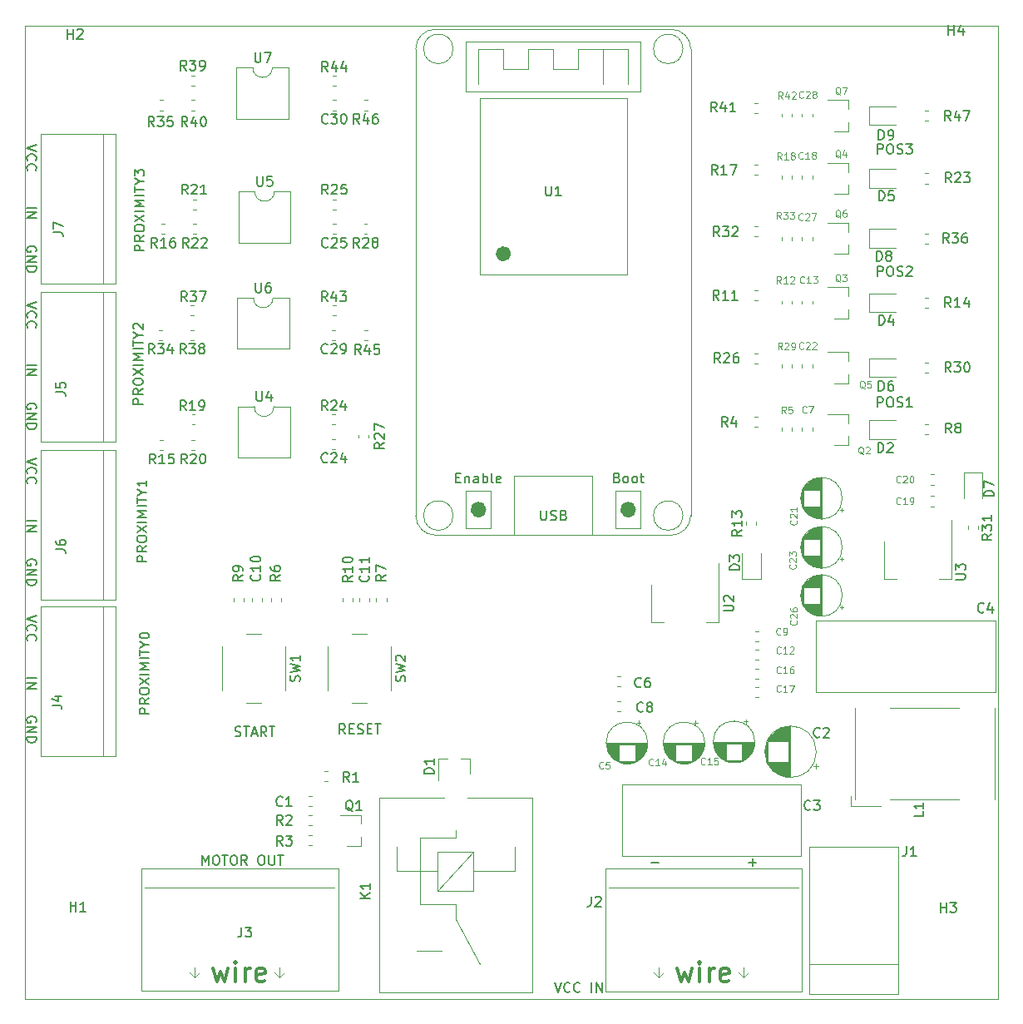
<source format=gbr>
G04 #@! TF.GenerationSoftware,KiCad,Pcbnew,(5.1.5)-3*
G04 #@! TF.CreationDate,2022-03-03T15:33:47+01:00*
G04 #@! TF.ProjectId,ESP32_client,45535033-325f-4636-9c69-656e742e6b69,rev?*
G04 #@! TF.SameCoordinates,Original*
G04 #@! TF.FileFunction,Legend,Top*
G04 #@! TF.FilePolarity,Positive*
%FSLAX46Y46*%
G04 Gerber Fmt 4.6, Leading zero omitted, Abs format (unit mm)*
G04 Created by KiCad (PCBNEW (5.1.5)-3) date 2022-03-03 15:33:47*
%MOMM*%
%LPD*%
G04 APERTURE LIST*
%ADD10C,0.150000*%
%ADD11C,0.120000*%
%ADD12C,0.800000*%
%ADD13C,1.000000*%
%ADD14C,0.125000*%
%ADD15C,0.300000*%
G04 APERTURE END LIST*
D10*
X172974047Y-139771428D02*
X173735952Y-139771428D01*
X182880047Y-139771428D02*
X183641952Y-139771428D01*
X183261000Y-140152380D02*
X183261000Y-139390476D01*
X163131809Y-151979380D02*
X163465142Y-152979380D01*
X163798476Y-151979380D01*
X164703238Y-152884142D02*
X164655619Y-152931761D01*
X164512761Y-152979380D01*
X164417523Y-152979380D01*
X164274666Y-152931761D01*
X164179428Y-152836523D01*
X164131809Y-152741285D01*
X164084190Y-152550809D01*
X164084190Y-152407952D01*
X164131809Y-152217476D01*
X164179428Y-152122238D01*
X164274666Y-152027000D01*
X164417523Y-151979380D01*
X164512761Y-151979380D01*
X164655619Y-152027000D01*
X164703238Y-152074619D01*
X165703238Y-152884142D02*
X165655619Y-152931761D01*
X165512761Y-152979380D01*
X165417523Y-152979380D01*
X165274666Y-152931761D01*
X165179428Y-152836523D01*
X165131809Y-152741285D01*
X165084190Y-152550809D01*
X165084190Y-152407952D01*
X165131809Y-152217476D01*
X165179428Y-152122238D01*
X165274666Y-152027000D01*
X165417523Y-151979380D01*
X165512761Y-151979380D01*
X165655619Y-152027000D01*
X165703238Y-152074619D01*
X166893714Y-152979380D02*
X166893714Y-151979380D01*
X167369904Y-152979380D02*
X167369904Y-151979380D01*
X167941333Y-152979380D01*
X167941333Y-151979380D01*
X127246571Y-140025380D02*
X127246571Y-139025380D01*
X127579904Y-139739666D01*
X127913238Y-139025380D01*
X127913238Y-140025380D01*
X128579904Y-139025380D02*
X128770380Y-139025380D01*
X128865619Y-139073000D01*
X128960857Y-139168238D01*
X129008476Y-139358714D01*
X129008476Y-139692047D01*
X128960857Y-139882523D01*
X128865619Y-139977761D01*
X128770380Y-140025380D01*
X128579904Y-140025380D01*
X128484666Y-139977761D01*
X128389428Y-139882523D01*
X128341809Y-139692047D01*
X128341809Y-139358714D01*
X128389428Y-139168238D01*
X128484666Y-139073000D01*
X128579904Y-139025380D01*
X129294190Y-139025380D02*
X129865619Y-139025380D01*
X129579904Y-140025380D02*
X129579904Y-139025380D01*
X130389428Y-139025380D02*
X130579904Y-139025380D01*
X130675142Y-139073000D01*
X130770380Y-139168238D01*
X130818000Y-139358714D01*
X130818000Y-139692047D01*
X130770380Y-139882523D01*
X130675142Y-139977761D01*
X130579904Y-140025380D01*
X130389428Y-140025380D01*
X130294190Y-139977761D01*
X130198952Y-139882523D01*
X130151333Y-139692047D01*
X130151333Y-139358714D01*
X130198952Y-139168238D01*
X130294190Y-139073000D01*
X130389428Y-139025380D01*
X131818000Y-140025380D02*
X131484666Y-139549190D01*
X131246571Y-140025380D02*
X131246571Y-139025380D01*
X131627523Y-139025380D01*
X131722761Y-139073000D01*
X131770380Y-139120619D01*
X131818000Y-139215857D01*
X131818000Y-139358714D01*
X131770380Y-139453952D01*
X131722761Y-139501571D01*
X131627523Y-139549190D01*
X131246571Y-139549190D01*
X133198952Y-139025380D02*
X133389428Y-139025380D01*
X133484666Y-139073000D01*
X133579904Y-139168238D01*
X133627523Y-139358714D01*
X133627523Y-139692047D01*
X133579904Y-139882523D01*
X133484666Y-139977761D01*
X133389428Y-140025380D01*
X133198952Y-140025380D01*
X133103714Y-139977761D01*
X133008476Y-139882523D01*
X132960857Y-139692047D01*
X132960857Y-139358714D01*
X133008476Y-139168238D01*
X133103714Y-139073000D01*
X133198952Y-139025380D01*
X134056095Y-139025380D02*
X134056095Y-139834904D01*
X134103714Y-139930142D01*
X134151333Y-139977761D01*
X134246571Y-140025380D01*
X134437047Y-140025380D01*
X134532285Y-139977761D01*
X134579904Y-139930142D01*
X134627523Y-139834904D01*
X134627523Y-139025380D01*
X134960857Y-139025380D02*
X135532285Y-139025380D01*
X135246571Y-140025380D02*
X135246571Y-139025380D01*
X121356380Y-77501238D02*
X120356380Y-77501238D01*
X120356380Y-77120285D01*
X120404000Y-77025047D01*
X120451619Y-76977428D01*
X120546857Y-76929809D01*
X120689714Y-76929809D01*
X120784952Y-76977428D01*
X120832571Y-77025047D01*
X120880190Y-77120285D01*
X120880190Y-77501238D01*
X121356380Y-75929809D02*
X120880190Y-76263142D01*
X121356380Y-76501238D02*
X120356380Y-76501238D01*
X120356380Y-76120285D01*
X120404000Y-76025047D01*
X120451619Y-75977428D01*
X120546857Y-75929809D01*
X120689714Y-75929809D01*
X120784952Y-75977428D01*
X120832571Y-76025047D01*
X120880190Y-76120285D01*
X120880190Y-76501238D01*
X120356380Y-75310761D02*
X120356380Y-75120285D01*
X120404000Y-75025047D01*
X120499238Y-74929809D01*
X120689714Y-74882190D01*
X121023047Y-74882190D01*
X121213523Y-74929809D01*
X121308761Y-75025047D01*
X121356380Y-75120285D01*
X121356380Y-75310761D01*
X121308761Y-75406000D01*
X121213523Y-75501238D01*
X121023047Y-75548857D01*
X120689714Y-75548857D01*
X120499238Y-75501238D01*
X120404000Y-75406000D01*
X120356380Y-75310761D01*
X120356380Y-74548857D02*
X121356380Y-73882190D01*
X120356380Y-73882190D02*
X121356380Y-74548857D01*
X121356380Y-73501238D02*
X120356380Y-73501238D01*
X121356380Y-73025047D02*
X120356380Y-73025047D01*
X121070666Y-72691714D01*
X120356380Y-72358380D01*
X121356380Y-72358380D01*
X121356380Y-71882190D02*
X120356380Y-71882190D01*
X120356380Y-71548857D02*
X120356380Y-70977428D01*
X121356380Y-71263142D02*
X120356380Y-71263142D01*
X120880190Y-70453619D02*
X121356380Y-70453619D01*
X120356380Y-70786952D02*
X120880190Y-70453619D01*
X120356380Y-70120285D01*
X120356380Y-69882190D02*
X120356380Y-69263142D01*
X120737333Y-69596476D01*
X120737333Y-69453619D01*
X120784952Y-69358380D01*
X120832571Y-69310761D01*
X120927809Y-69263142D01*
X121165904Y-69263142D01*
X121261142Y-69310761D01*
X121308761Y-69358380D01*
X121356380Y-69453619D01*
X121356380Y-69739333D01*
X121308761Y-69834571D01*
X121261142Y-69882190D01*
X121229380Y-93122238D02*
X120229380Y-93122238D01*
X120229380Y-92741285D01*
X120277000Y-92646047D01*
X120324619Y-92598428D01*
X120419857Y-92550809D01*
X120562714Y-92550809D01*
X120657952Y-92598428D01*
X120705571Y-92646047D01*
X120753190Y-92741285D01*
X120753190Y-93122238D01*
X121229380Y-91550809D02*
X120753190Y-91884142D01*
X121229380Y-92122238D02*
X120229380Y-92122238D01*
X120229380Y-91741285D01*
X120277000Y-91646047D01*
X120324619Y-91598428D01*
X120419857Y-91550809D01*
X120562714Y-91550809D01*
X120657952Y-91598428D01*
X120705571Y-91646047D01*
X120753190Y-91741285D01*
X120753190Y-92122238D01*
X120229380Y-90931761D02*
X120229380Y-90741285D01*
X120277000Y-90646047D01*
X120372238Y-90550809D01*
X120562714Y-90503190D01*
X120896047Y-90503190D01*
X121086523Y-90550809D01*
X121181761Y-90646047D01*
X121229380Y-90741285D01*
X121229380Y-90931761D01*
X121181761Y-91027000D01*
X121086523Y-91122238D01*
X120896047Y-91169857D01*
X120562714Y-91169857D01*
X120372238Y-91122238D01*
X120277000Y-91027000D01*
X120229380Y-90931761D01*
X120229380Y-90169857D02*
X121229380Y-89503190D01*
X120229380Y-89503190D02*
X121229380Y-90169857D01*
X121229380Y-89122238D02*
X120229380Y-89122238D01*
X121229380Y-88646047D02*
X120229380Y-88646047D01*
X120943666Y-88312714D01*
X120229380Y-87979380D01*
X121229380Y-87979380D01*
X121229380Y-87503190D02*
X120229380Y-87503190D01*
X120229380Y-87169857D02*
X120229380Y-86598428D01*
X121229380Y-86884142D02*
X120229380Y-86884142D01*
X120753190Y-86074619D02*
X121229380Y-86074619D01*
X120229380Y-86407952D02*
X120753190Y-86074619D01*
X120229380Y-85741285D01*
X120324619Y-85455571D02*
X120277000Y-85407952D01*
X120229380Y-85312714D01*
X120229380Y-85074619D01*
X120277000Y-84979380D01*
X120324619Y-84931761D01*
X120419857Y-84884142D01*
X120515095Y-84884142D01*
X120657952Y-84931761D01*
X121229380Y-85503190D01*
X121229380Y-84884142D01*
X121864380Y-124618238D02*
X120864380Y-124618238D01*
X120864380Y-124237285D01*
X120912000Y-124142047D01*
X120959619Y-124094428D01*
X121054857Y-124046809D01*
X121197714Y-124046809D01*
X121292952Y-124094428D01*
X121340571Y-124142047D01*
X121388190Y-124237285D01*
X121388190Y-124618238D01*
X121864380Y-123046809D02*
X121388190Y-123380142D01*
X121864380Y-123618238D02*
X120864380Y-123618238D01*
X120864380Y-123237285D01*
X120912000Y-123142047D01*
X120959619Y-123094428D01*
X121054857Y-123046809D01*
X121197714Y-123046809D01*
X121292952Y-123094428D01*
X121340571Y-123142047D01*
X121388190Y-123237285D01*
X121388190Y-123618238D01*
X120864380Y-122427761D02*
X120864380Y-122237285D01*
X120912000Y-122142047D01*
X121007238Y-122046809D01*
X121197714Y-121999190D01*
X121531047Y-121999190D01*
X121721523Y-122046809D01*
X121816761Y-122142047D01*
X121864380Y-122237285D01*
X121864380Y-122427761D01*
X121816761Y-122523000D01*
X121721523Y-122618238D01*
X121531047Y-122665857D01*
X121197714Y-122665857D01*
X121007238Y-122618238D01*
X120912000Y-122523000D01*
X120864380Y-122427761D01*
X120864380Y-121665857D02*
X121864380Y-120999190D01*
X120864380Y-120999190D02*
X121864380Y-121665857D01*
X121864380Y-120618238D02*
X120864380Y-120618238D01*
X121864380Y-120142047D02*
X120864380Y-120142047D01*
X121578666Y-119808714D01*
X120864380Y-119475380D01*
X121864380Y-119475380D01*
X121864380Y-118999190D02*
X120864380Y-118999190D01*
X120864380Y-118665857D02*
X120864380Y-118094428D01*
X121864380Y-118380142D02*
X120864380Y-118380142D01*
X121388190Y-117570619D02*
X121864380Y-117570619D01*
X120864380Y-117903952D02*
X121388190Y-117570619D01*
X120864380Y-117237285D01*
X120864380Y-116713476D02*
X120864380Y-116618238D01*
X120912000Y-116523000D01*
X120959619Y-116475380D01*
X121054857Y-116427761D01*
X121245333Y-116380142D01*
X121483428Y-116380142D01*
X121673904Y-116427761D01*
X121769142Y-116475380D01*
X121816761Y-116523000D01*
X121864380Y-116618238D01*
X121864380Y-116713476D01*
X121816761Y-116808714D01*
X121769142Y-116856333D01*
X121673904Y-116903952D01*
X121483428Y-116951571D01*
X121245333Y-116951571D01*
X121054857Y-116903952D01*
X120959619Y-116856333D01*
X120912000Y-116808714D01*
X120864380Y-116713476D01*
X121610380Y-109124238D02*
X120610380Y-109124238D01*
X120610380Y-108743285D01*
X120658000Y-108648047D01*
X120705619Y-108600428D01*
X120800857Y-108552809D01*
X120943714Y-108552809D01*
X121038952Y-108600428D01*
X121086571Y-108648047D01*
X121134190Y-108743285D01*
X121134190Y-109124238D01*
X121610380Y-107552809D02*
X121134190Y-107886142D01*
X121610380Y-108124238D02*
X120610380Y-108124238D01*
X120610380Y-107743285D01*
X120658000Y-107648047D01*
X120705619Y-107600428D01*
X120800857Y-107552809D01*
X120943714Y-107552809D01*
X121038952Y-107600428D01*
X121086571Y-107648047D01*
X121134190Y-107743285D01*
X121134190Y-108124238D01*
X120610380Y-106933761D02*
X120610380Y-106743285D01*
X120658000Y-106648047D01*
X120753238Y-106552809D01*
X120943714Y-106505190D01*
X121277047Y-106505190D01*
X121467523Y-106552809D01*
X121562761Y-106648047D01*
X121610380Y-106743285D01*
X121610380Y-106933761D01*
X121562761Y-107029000D01*
X121467523Y-107124238D01*
X121277047Y-107171857D01*
X120943714Y-107171857D01*
X120753238Y-107124238D01*
X120658000Y-107029000D01*
X120610380Y-106933761D01*
X120610380Y-106171857D02*
X121610380Y-105505190D01*
X120610380Y-105505190D02*
X121610380Y-106171857D01*
X121610380Y-105124238D02*
X120610380Y-105124238D01*
X121610380Y-104648047D02*
X120610380Y-104648047D01*
X121324666Y-104314714D01*
X120610380Y-103981380D01*
X121610380Y-103981380D01*
X121610380Y-103505190D02*
X120610380Y-103505190D01*
X120610380Y-103171857D02*
X120610380Y-102600428D01*
X121610380Y-102886142D02*
X120610380Y-102886142D01*
X121134190Y-102076619D02*
X121610380Y-102076619D01*
X120610380Y-102409952D02*
X121134190Y-102076619D01*
X120610380Y-101743285D01*
X121610380Y-100886142D02*
X121610380Y-101457571D01*
X121610380Y-101171857D02*
X120610380Y-101171857D01*
X120753238Y-101267095D01*
X120848476Y-101362333D01*
X120896095Y-101457571D01*
X109402619Y-121015190D02*
X110402619Y-121015190D01*
X109402619Y-121491380D02*
X110402619Y-121491380D01*
X109402619Y-122062809D01*
X110402619Y-122062809D01*
X110355000Y-125476095D02*
X110402619Y-125380857D01*
X110402619Y-125238000D01*
X110355000Y-125095142D01*
X110259761Y-124999904D01*
X110164523Y-124952285D01*
X109974047Y-124904666D01*
X109831190Y-124904666D01*
X109640714Y-124952285D01*
X109545476Y-124999904D01*
X109450238Y-125095142D01*
X109402619Y-125238000D01*
X109402619Y-125333238D01*
X109450238Y-125476095D01*
X109497857Y-125523714D01*
X109831190Y-125523714D01*
X109831190Y-125333238D01*
X109402619Y-125952285D02*
X110402619Y-125952285D01*
X109402619Y-126523714D01*
X110402619Y-126523714D01*
X109402619Y-126999904D02*
X110402619Y-126999904D01*
X110402619Y-127238000D01*
X110355000Y-127380857D01*
X110259761Y-127476095D01*
X110164523Y-127523714D01*
X109974047Y-127571333D01*
X109831190Y-127571333D01*
X109640714Y-127523714D01*
X109545476Y-127476095D01*
X109450238Y-127380857D01*
X109402619Y-127238000D01*
X109402619Y-126999904D01*
X110402619Y-114617666D02*
X109402619Y-114951000D01*
X110402619Y-115284333D01*
X109497857Y-116189095D02*
X109450238Y-116141476D01*
X109402619Y-115998619D01*
X109402619Y-115903380D01*
X109450238Y-115760523D01*
X109545476Y-115665285D01*
X109640714Y-115617666D01*
X109831190Y-115570047D01*
X109974047Y-115570047D01*
X110164523Y-115617666D01*
X110259761Y-115665285D01*
X110355000Y-115760523D01*
X110402619Y-115903380D01*
X110402619Y-115998619D01*
X110355000Y-116141476D01*
X110307380Y-116189095D01*
X109497857Y-117189095D02*
X109450238Y-117141476D01*
X109402619Y-116998619D01*
X109402619Y-116903380D01*
X109450238Y-116760523D01*
X109545476Y-116665285D01*
X109640714Y-116617666D01*
X109831190Y-116570047D01*
X109974047Y-116570047D01*
X110164523Y-116617666D01*
X110259761Y-116665285D01*
X110355000Y-116760523D01*
X110402619Y-116903380D01*
X110402619Y-116998619D01*
X110355000Y-117141476D01*
X110307380Y-117189095D01*
X109402619Y-105013190D02*
X110402619Y-105013190D01*
X109402619Y-105489380D02*
X110402619Y-105489380D01*
X109402619Y-106060809D01*
X110402619Y-106060809D01*
X110355000Y-109474095D02*
X110402619Y-109378857D01*
X110402619Y-109236000D01*
X110355000Y-109093142D01*
X110259761Y-108997904D01*
X110164523Y-108950285D01*
X109974047Y-108902666D01*
X109831190Y-108902666D01*
X109640714Y-108950285D01*
X109545476Y-108997904D01*
X109450238Y-109093142D01*
X109402619Y-109236000D01*
X109402619Y-109331238D01*
X109450238Y-109474095D01*
X109497857Y-109521714D01*
X109831190Y-109521714D01*
X109831190Y-109331238D01*
X109402619Y-109950285D02*
X110402619Y-109950285D01*
X109402619Y-110521714D01*
X110402619Y-110521714D01*
X109402619Y-110997904D02*
X110402619Y-110997904D01*
X110402619Y-111236000D01*
X110355000Y-111378857D01*
X110259761Y-111474095D01*
X110164523Y-111521714D01*
X109974047Y-111569333D01*
X109831190Y-111569333D01*
X109640714Y-111521714D01*
X109545476Y-111474095D01*
X109450238Y-111378857D01*
X109402619Y-111236000D01*
X109402619Y-110997904D01*
X110402619Y-98615666D02*
X109402619Y-98949000D01*
X110402619Y-99282333D01*
X109497857Y-100187095D02*
X109450238Y-100139476D01*
X109402619Y-99996619D01*
X109402619Y-99901380D01*
X109450238Y-99758523D01*
X109545476Y-99663285D01*
X109640714Y-99615666D01*
X109831190Y-99568047D01*
X109974047Y-99568047D01*
X110164523Y-99615666D01*
X110259761Y-99663285D01*
X110355000Y-99758523D01*
X110402619Y-99901380D01*
X110402619Y-99996619D01*
X110355000Y-100139476D01*
X110307380Y-100187095D01*
X109497857Y-101187095D02*
X109450238Y-101139476D01*
X109402619Y-100996619D01*
X109402619Y-100901380D01*
X109450238Y-100758523D01*
X109545476Y-100663285D01*
X109640714Y-100615666D01*
X109831190Y-100568047D01*
X109974047Y-100568047D01*
X110164523Y-100615666D01*
X110259761Y-100663285D01*
X110355000Y-100758523D01*
X110402619Y-100901380D01*
X110402619Y-100996619D01*
X110355000Y-101139476D01*
X110307380Y-101187095D01*
X109402619Y-89138190D02*
X110402619Y-89138190D01*
X109402619Y-89614380D02*
X110402619Y-89614380D01*
X109402619Y-90185809D01*
X110402619Y-90185809D01*
X110355000Y-93599095D02*
X110402619Y-93503857D01*
X110402619Y-93361000D01*
X110355000Y-93218142D01*
X110259761Y-93122904D01*
X110164523Y-93075285D01*
X109974047Y-93027666D01*
X109831190Y-93027666D01*
X109640714Y-93075285D01*
X109545476Y-93122904D01*
X109450238Y-93218142D01*
X109402619Y-93361000D01*
X109402619Y-93456238D01*
X109450238Y-93599095D01*
X109497857Y-93646714D01*
X109831190Y-93646714D01*
X109831190Y-93456238D01*
X109402619Y-94075285D02*
X110402619Y-94075285D01*
X109402619Y-94646714D01*
X110402619Y-94646714D01*
X109402619Y-95122904D02*
X110402619Y-95122904D01*
X110402619Y-95361000D01*
X110355000Y-95503857D01*
X110259761Y-95599095D01*
X110164523Y-95646714D01*
X109974047Y-95694333D01*
X109831190Y-95694333D01*
X109640714Y-95646714D01*
X109545476Y-95599095D01*
X109450238Y-95503857D01*
X109402619Y-95361000D01*
X109402619Y-95122904D01*
X110402619Y-82740666D02*
X109402619Y-83074000D01*
X110402619Y-83407333D01*
X109497857Y-84312095D02*
X109450238Y-84264476D01*
X109402619Y-84121619D01*
X109402619Y-84026380D01*
X109450238Y-83883523D01*
X109545476Y-83788285D01*
X109640714Y-83740666D01*
X109831190Y-83693047D01*
X109974047Y-83693047D01*
X110164523Y-83740666D01*
X110259761Y-83788285D01*
X110355000Y-83883523D01*
X110402619Y-84026380D01*
X110402619Y-84121619D01*
X110355000Y-84264476D01*
X110307380Y-84312095D01*
X109497857Y-85312095D02*
X109450238Y-85264476D01*
X109402619Y-85121619D01*
X109402619Y-85026380D01*
X109450238Y-84883523D01*
X109545476Y-84788285D01*
X109640714Y-84740666D01*
X109831190Y-84693047D01*
X109974047Y-84693047D01*
X110164523Y-84740666D01*
X110259761Y-84788285D01*
X110355000Y-84883523D01*
X110402619Y-85026380D01*
X110402619Y-85121619D01*
X110355000Y-85264476D01*
X110307380Y-85312095D01*
X110355000Y-77597095D02*
X110402619Y-77501857D01*
X110402619Y-77359000D01*
X110355000Y-77216142D01*
X110259761Y-77120904D01*
X110164523Y-77073285D01*
X109974047Y-77025666D01*
X109831190Y-77025666D01*
X109640714Y-77073285D01*
X109545476Y-77120904D01*
X109450238Y-77216142D01*
X109402619Y-77359000D01*
X109402619Y-77454238D01*
X109450238Y-77597095D01*
X109497857Y-77644714D01*
X109831190Y-77644714D01*
X109831190Y-77454238D01*
X109402619Y-78073285D02*
X110402619Y-78073285D01*
X109402619Y-78644714D01*
X110402619Y-78644714D01*
X109402619Y-79120904D02*
X110402619Y-79120904D01*
X110402619Y-79359000D01*
X110355000Y-79501857D01*
X110259761Y-79597095D01*
X110164523Y-79644714D01*
X109974047Y-79692333D01*
X109831190Y-79692333D01*
X109640714Y-79644714D01*
X109545476Y-79597095D01*
X109450238Y-79501857D01*
X109402619Y-79359000D01*
X109402619Y-79120904D01*
X109402619Y-73136190D02*
X110402619Y-73136190D01*
X109402619Y-73612380D02*
X110402619Y-73612380D01*
X109402619Y-74183809D01*
X110402619Y-74183809D01*
X110402619Y-66738666D02*
X109402619Y-67072000D01*
X110402619Y-67405333D01*
X109497857Y-68310095D02*
X109450238Y-68262476D01*
X109402619Y-68119619D01*
X109402619Y-68024380D01*
X109450238Y-67881523D01*
X109545476Y-67786285D01*
X109640714Y-67738666D01*
X109831190Y-67691047D01*
X109974047Y-67691047D01*
X110164523Y-67738666D01*
X110259761Y-67786285D01*
X110355000Y-67881523D01*
X110402619Y-68024380D01*
X110402619Y-68119619D01*
X110355000Y-68262476D01*
X110307380Y-68310095D01*
X109497857Y-69310095D02*
X109450238Y-69262476D01*
X109402619Y-69119619D01*
X109402619Y-69024380D01*
X109450238Y-68881523D01*
X109545476Y-68786285D01*
X109640714Y-68738666D01*
X109831190Y-68691047D01*
X109974047Y-68691047D01*
X110164523Y-68738666D01*
X110259761Y-68786285D01*
X110355000Y-68881523D01*
X110402619Y-69024380D01*
X110402619Y-69119619D01*
X110355000Y-69262476D01*
X110307380Y-69310095D01*
X196000904Y-67635380D02*
X196000904Y-66635380D01*
X196381857Y-66635380D01*
X196477095Y-66683000D01*
X196524714Y-66730619D01*
X196572333Y-66825857D01*
X196572333Y-66968714D01*
X196524714Y-67063952D01*
X196477095Y-67111571D01*
X196381857Y-67159190D01*
X196000904Y-67159190D01*
X197191380Y-66635380D02*
X197381857Y-66635380D01*
X197477095Y-66683000D01*
X197572333Y-66778238D01*
X197619952Y-66968714D01*
X197619952Y-67302047D01*
X197572333Y-67492523D01*
X197477095Y-67587761D01*
X197381857Y-67635380D01*
X197191380Y-67635380D01*
X197096142Y-67587761D01*
X197000904Y-67492523D01*
X196953285Y-67302047D01*
X196953285Y-66968714D01*
X197000904Y-66778238D01*
X197096142Y-66683000D01*
X197191380Y-66635380D01*
X198000904Y-67587761D02*
X198143761Y-67635380D01*
X198381857Y-67635380D01*
X198477095Y-67587761D01*
X198524714Y-67540142D01*
X198572333Y-67444904D01*
X198572333Y-67349666D01*
X198524714Y-67254428D01*
X198477095Y-67206809D01*
X198381857Y-67159190D01*
X198191380Y-67111571D01*
X198096142Y-67063952D01*
X198048523Y-67016333D01*
X198000904Y-66921095D01*
X198000904Y-66825857D01*
X198048523Y-66730619D01*
X198096142Y-66683000D01*
X198191380Y-66635380D01*
X198429476Y-66635380D01*
X198572333Y-66683000D01*
X198905666Y-66635380D02*
X199524714Y-66635380D01*
X199191380Y-67016333D01*
X199334238Y-67016333D01*
X199429476Y-67063952D01*
X199477095Y-67111571D01*
X199524714Y-67206809D01*
X199524714Y-67444904D01*
X199477095Y-67540142D01*
X199429476Y-67587761D01*
X199334238Y-67635380D01*
X199048523Y-67635380D01*
X198953285Y-67587761D01*
X198905666Y-67540142D01*
X196000904Y-80081380D02*
X196000904Y-79081380D01*
X196381857Y-79081380D01*
X196477095Y-79129000D01*
X196524714Y-79176619D01*
X196572333Y-79271857D01*
X196572333Y-79414714D01*
X196524714Y-79509952D01*
X196477095Y-79557571D01*
X196381857Y-79605190D01*
X196000904Y-79605190D01*
X197191380Y-79081380D02*
X197381857Y-79081380D01*
X197477095Y-79129000D01*
X197572333Y-79224238D01*
X197619952Y-79414714D01*
X197619952Y-79748047D01*
X197572333Y-79938523D01*
X197477095Y-80033761D01*
X197381857Y-80081380D01*
X197191380Y-80081380D01*
X197096142Y-80033761D01*
X197000904Y-79938523D01*
X196953285Y-79748047D01*
X196953285Y-79414714D01*
X197000904Y-79224238D01*
X197096142Y-79129000D01*
X197191380Y-79081380D01*
X198000904Y-80033761D02*
X198143761Y-80081380D01*
X198381857Y-80081380D01*
X198477095Y-80033761D01*
X198524714Y-79986142D01*
X198572333Y-79890904D01*
X198572333Y-79795666D01*
X198524714Y-79700428D01*
X198477095Y-79652809D01*
X198381857Y-79605190D01*
X198191380Y-79557571D01*
X198096142Y-79509952D01*
X198048523Y-79462333D01*
X198000904Y-79367095D01*
X198000904Y-79271857D01*
X198048523Y-79176619D01*
X198096142Y-79129000D01*
X198191380Y-79081380D01*
X198429476Y-79081380D01*
X198572333Y-79129000D01*
X198953285Y-79176619D02*
X199000904Y-79129000D01*
X199096142Y-79081380D01*
X199334238Y-79081380D01*
X199429476Y-79129000D01*
X199477095Y-79176619D01*
X199524714Y-79271857D01*
X199524714Y-79367095D01*
X199477095Y-79509952D01*
X198905666Y-80081380D01*
X199524714Y-80081380D01*
X196000904Y-93416380D02*
X196000904Y-92416380D01*
X196381857Y-92416380D01*
X196477095Y-92464000D01*
X196524714Y-92511619D01*
X196572333Y-92606857D01*
X196572333Y-92749714D01*
X196524714Y-92844952D01*
X196477095Y-92892571D01*
X196381857Y-92940190D01*
X196000904Y-92940190D01*
X197191380Y-92416380D02*
X197381857Y-92416380D01*
X197477095Y-92464000D01*
X197572333Y-92559238D01*
X197619952Y-92749714D01*
X197619952Y-93083047D01*
X197572333Y-93273523D01*
X197477095Y-93368761D01*
X197381857Y-93416380D01*
X197191380Y-93416380D01*
X197096142Y-93368761D01*
X197000904Y-93273523D01*
X196953285Y-93083047D01*
X196953285Y-92749714D01*
X197000904Y-92559238D01*
X197096142Y-92464000D01*
X197191380Y-92416380D01*
X198000904Y-93368761D02*
X198143761Y-93416380D01*
X198381857Y-93416380D01*
X198477095Y-93368761D01*
X198524714Y-93321142D01*
X198572333Y-93225904D01*
X198572333Y-93130666D01*
X198524714Y-93035428D01*
X198477095Y-92987809D01*
X198381857Y-92940190D01*
X198191380Y-92892571D01*
X198096142Y-92844952D01*
X198048523Y-92797333D01*
X198000904Y-92702095D01*
X198000904Y-92606857D01*
X198048523Y-92511619D01*
X198096142Y-92464000D01*
X198191380Y-92416380D01*
X198429476Y-92416380D01*
X198572333Y-92464000D01*
X199524714Y-93416380D02*
X198953285Y-93416380D01*
X199239000Y-93416380D02*
X199239000Y-92416380D01*
X199143761Y-92559238D01*
X199048523Y-92654476D01*
X198953285Y-92702095D01*
X141803619Y-126690380D02*
X141470285Y-126214190D01*
X141232190Y-126690380D02*
X141232190Y-125690380D01*
X141613142Y-125690380D01*
X141708380Y-125738000D01*
X141756000Y-125785619D01*
X141803619Y-125880857D01*
X141803619Y-126023714D01*
X141756000Y-126118952D01*
X141708380Y-126166571D01*
X141613142Y-126214190D01*
X141232190Y-126214190D01*
X142232190Y-126166571D02*
X142565523Y-126166571D01*
X142708380Y-126690380D02*
X142232190Y-126690380D01*
X142232190Y-125690380D01*
X142708380Y-125690380D01*
X143089333Y-126642761D02*
X143232190Y-126690380D01*
X143470285Y-126690380D01*
X143565523Y-126642761D01*
X143613142Y-126595142D01*
X143660761Y-126499904D01*
X143660761Y-126404666D01*
X143613142Y-126309428D01*
X143565523Y-126261809D01*
X143470285Y-126214190D01*
X143279809Y-126166571D01*
X143184571Y-126118952D01*
X143136952Y-126071333D01*
X143089333Y-125976095D01*
X143089333Y-125880857D01*
X143136952Y-125785619D01*
X143184571Y-125738000D01*
X143279809Y-125690380D01*
X143517904Y-125690380D01*
X143660761Y-125738000D01*
X144089333Y-126166571D02*
X144422666Y-126166571D01*
X144565523Y-126690380D02*
X144089333Y-126690380D01*
X144089333Y-125690380D01*
X144565523Y-125690380D01*
X144851238Y-125690380D02*
X145422666Y-125690380D01*
X145136952Y-126690380D02*
X145136952Y-125690380D01*
X130611809Y-126896761D02*
X130754666Y-126944380D01*
X130992761Y-126944380D01*
X131088000Y-126896761D01*
X131135619Y-126849142D01*
X131183238Y-126753904D01*
X131183238Y-126658666D01*
X131135619Y-126563428D01*
X131088000Y-126515809D01*
X130992761Y-126468190D01*
X130802285Y-126420571D01*
X130707047Y-126372952D01*
X130659428Y-126325333D01*
X130611809Y-126230095D01*
X130611809Y-126134857D01*
X130659428Y-126039619D01*
X130707047Y-125992000D01*
X130802285Y-125944380D01*
X131040380Y-125944380D01*
X131183238Y-125992000D01*
X131468952Y-125944380D02*
X132040380Y-125944380D01*
X131754666Y-126944380D02*
X131754666Y-125944380D01*
X132326095Y-126658666D02*
X132802285Y-126658666D01*
X132230857Y-126944380D02*
X132564190Y-125944380D01*
X132897523Y-126944380D01*
X133802285Y-126944380D02*
X133468952Y-126468190D01*
X133230857Y-126944380D02*
X133230857Y-125944380D01*
X133611809Y-125944380D01*
X133707047Y-125992000D01*
X133754666Y-126039619D01*
X133802285Y-126134857D01*
X133802285Y-126277714D01*
X133754666Y-126372952D01*
X133707047Y-126420571D01*
X133611809Y-126468190D01*
X133230857Y-126468190D01*
X134088000Y-125944380D02*
X134659428Y-125944380D01*
X134373714Y-126944380D02*
X134373714Y-125944380D01*
D11*
X109220000Y-153670000D02*
X109220000Y-54610000D01*
X208280000Y-153670000D02*
X109220000Y-153670000D01*
X208280000Y-54610000D02*
X208280000Y-153670000D01*
X109220000Y-54610000D02*
X208280000Y-54610000D01*
X152800000Y-56960000D02*
G75*
G03X152800000Y-56960000I-1500000J0D01*
G01*
X176200000Y-56960000D02*
G75*
G03X176200000Y-56960000I-1500000J0D01*
G01*
X177000000Y-104460000D02*
X177000000Y-56960000D01*
X149000000Y-56960000D02*
X149000000Y-104460000D01*
X151000000Y-106460000D02*
X175000000Y-106460000D01*
X151000000Y-54960000D02*
X175000000Y-54960000D01*
X152800000Y-104460000D02*
G75*
G03X152800000Y-104460000I-1500000J0D01*
G01*
X176200000Y-104460000D02*
G75*
G03X176200000Y-104460000I-1500000J0D01*
G01*
X159000000Y-100460000D02*
X159000000Y-106460000D01*
X167000000Y-100460000D02*
X167000000Y-106460000D01*
X159000000Y-100460000D02*
X167000000Y-100460000D01*
X154110000Y-56230000D02*
X171890000Y-56230000D01*
X171890000Y-56230000D02*
X171890000Y-61310000D01*
X171890000Y-61310000D02*
X154110000Y-61310000D01*
X154110000Y-61310000D02*
X154110000Y-56230000D01*
X155380000Y-60548000D02*
X155380000Y-56992000D01*
X155380000Y-56992000D02*
X157920000Y-56992000D01*
X157920000Y-56992000D02*
X157920000Y-59024000D01*
X157920000Y-59024000D02*
X160460000Y-59024000D01*
X160460000Y-59024000D02*
X160460000Y-56992000D01*
X160460000Y-56992000D02*
X163000000Y-56992000D01*
X163000000Y-56992000D02*
X163000000Y-59024000D01*
X163000000Y-59024000D02*
X165540000Y-59024000D01*
X165540000Y-59024000D02*
X165540000Y-56992000D01*
X165540000Y-56992000D02*
X170620000Y-56992000D01*
X170620000Y-56992000D02*
X170620000Y-60548000D01*
X168080000Y-56992000D02*
X168080000Y-60548000D01*
X155500000Y-61960000D02*
X170500000Y-61960000D01*
X170500000Y-61960000D02*
X170500000Y-79960000D01*
X170500000Y-79960000D02*
X155500000Y-79960000D01*
X155500000Y-79960000D02*
X155500000Y-61960000D01*
D12*
X158320000Y-77820000D02*
G75*
G03X158320000Y-77820000I-400000J0D01*
G01*
D11*
X169350000Y-101950000D02*
X171890000Y-101950000D01*
X171890000Y-101950000D02*
X171890000Y-105760000D01*
X171890000Y-105760000D02*
X169350000Y-105760000D01*
X169350000Y-105760000D02*
X169350000Y-101950000D01*
X156650000Y-105760000D02*
X154110000Y-105760000D01*
X154110000Y-105760000D02*
X154110000Y-101950000D01*
X154110000Y-101950000D02*
X156650000Y-101950000D01*
X156650000Y-101950000D02*
X156650000Y-105760000D01*
D13*
X155680000Y-103855000D02*
G75*
G03X155680000Y-103855000I-300000J0D01*
G01*
X170920000Y-103855000D02*
G75*
G03X170920000Y-103855000I-300000J0D01*
G01*
D11*
X175000000Y-54960000D02*
G75*
G02X177000000Y-56960000I0J-2000000D01*
G01*
X149000000Y-56960000D02*
G75*
G02X151000000Y-54960000I2000000J0D01*
G01*
X151000000Y-106460000D02*
G75*
G02X149000000Y-104460000I0J2000000D01*
G01*
X177000000Y-104460000D02*
G75*
G02X175000000Y-106460000I-2000000J0D01*
G01*
X138450279Y-132990000D02*
X138124721Y-132990000D01*
X138450279Y-134010000D02*
X138124721Y-134010000D01*
X172620000Y-127600000D02*
G75*
G03X172620000Y-127600000I-2120000J0D01*
G01*
X172580000Y-127600000D02*
X168420000Y-127600000D01*
X172580000Y-127640000D02*
X168420000Y-127640000D01*
X172579000Y-127680000D02*
X168421000Y-127680000D01*
X172577000Y-127720000D02*
X168423000Y-127720000D01*
X172574000Y-127760000D02*
X168426000Y-127760000D01*
X172571000Y-127800000D02*
X171340000Y-127800000D01*
X169660000Y-127800000D02*
X168429000Y-127800000D01*
X172567000Y-127840000D02*
X171340000Y-127840000D01*
X169660000Y-127840000D02*
X168433000Y-127840000D01*
X172562000Y-127880000D02*
X171340000Y-127880000D01*
X169660000Y-127880000D02*
X168438000Y-127880000D01*
X172556000Y-127920000D02*
X171340000Y-127920000D01*
X169660000Y-127920000D02*
X168444000Y-127920000D01*
X172550000Y-127960000D02*
X171340000Y-127960000D01*
X169660000Y-127960000D02*
X168450000Y-127960000D01*
X172542000Y-128000000D02*
X171340000Y-128000000D01*
X169660000Y-128000000D02*
X168458000Y-128000000D01*
X172534000Y-128040000D02*
X171340000Y-128040000D01*
X169660000Y-128040000D02*
X168466000Y-128040000D01*
X172525000Y-128080000D02*
X171340000Y-128080000D01*
X169660000Y-128080000D02*
X168475000Y-128080000D01*
X172516000Y-128120000D02*
X171340000Y-128120000D01*
X169660000Y-128120000D02*
X168484000Y-128120000D01*
X172505000Y-128160000D02*
X171340000Y-128160000D01*
X169660000Y-128160000D02*
X168495000Y-128160000D01*
X172494000Y-128200000D02*
X171340000Y-128200000D01*
X169660000Y-128200000D02*
X168506000Y-128200000D01*
X172482000Y-128240000D02*
X171340000Y-128240000D01*
X169660000Y-128240000D02*
X168518000Y-128240000D01*
X172468000Y-128280000D02*
X171340000Y-128280000D01*
X169660000Y-128280000D02*
X168532000Y-128280000D01*
X172454000Y-128321000D02*
X171340000Y-128321000D01*
X169660000Y-128321000D02*
X168546000Y-128321000D01*
X172440000Y-128361000D02*
X171340000Y-128361000D01*
X169660000Y-128361000D02*
X168560000Y-128361000D01*
X172424000Y-128401000D02*
X171340000Y-128401000D01*
X169660000Y-128401000D02*
X168576000Y-128401000D01*
X172407000Y-128441000D02*
X171340000Y-128441000D01*
X169660000Y-128441000D02*
X168593000Y-128441000D01*
X172389000Y-128481000D02*
X171340000Y-128481000D01*
X169660000Y-128481000D02*
X168611000Y-128481000D01*
X172370000Y-128521000D02*
X171340000Y-128521000D01*
X169660000Y-128521000D02*
X168630000Y-128521000D01*
X172351000Y-128561000D02*
X171340000Y-128561000D01*
X169660000Y-128561000D02*
X168649000Y-128561000D01*
X172330000Y-128601000D02*
X171340000Y-128601000D01*
X169660000Y-128601000D02*
X168670000Y-128601000D01*
X172308000Y-128641000D02*
X171340000Y-128641000D01*
X169660000Y-128641000D02*
X168692000Y-128641000D01*
X172285000Y-128681000D02*
X171340000Y-128681000D01*
X169660000Y-128681000D02*
X168715000Y-128681000D01*
X172260000Y-128721000D02*
X171340000Y-128721000D01*
X169660000Y-128721000D02*
X168740000Y-128721000D01*
X172235000Y-128761000D02*
X171340000Y-128761000D01*
X169660000Y-128761000D02*
X168765000Y-128761000D01*
X172208000Y-128801000D02*
X171340000Y-128801000D01*
X169660000Y-128801000D02*
X168792000Y-128801000D01*
X172180000Y-128841000D02*
X171340000Y-128841000D01*
X169660000Y-128841000D02*
X168820000Y-128841000D01*
X172150000Y-128881000D02*
X171340000Y-128881000D01*
X169660000Y-128881000D02*
X168850000Y-128881000D01*
X172119000Y-128921000D02*
X171340000Y-128921000D01*
X169660000Y-128921000D02*
X168881000Y-128921000D01*
X172087000Y-128961000D02*
X171340000Y-128961000D01*
X169660000Y-128961000D02*
X168913000Y-128961000D01*
X172052000Y-129001000D02*
X171340000Y-129001000D01*
X169660000Y-129001000D02*
X168948000Y-129001000D01*
X172016000Y-129041000D02*
X171340000Y-129041000D01*
X169660000Y-129041000D02*
X168984000Y-129041000D01*
X171978000Y-129081000D02*
X171340000Y-129081000D01*
X169660000Y-129081000D02*
X169022000Y-129081000D01*
X171938000Y-129121000D02*
X171340000Y-129121000D01*
X169660000Y-129121000D02*
X169062000Y-129121000D01*
X171896000Y-129161000D02*
X171340000Y-129161000D01*
X169660000Y-129161000D02*
X169104000Y-129161000D01*
X171851000Y-129201000D02*
X171340000Y-129201000D01*
X169660000Y-129201000D02*
X169149000Y-129201000D01*
X171804000Y-129241000D02*
X171340000Y-129241000D01*
X169660000Y-129241000D02*
X169196000Y-129241000D01*
X171754000Y-129281000D02*
X171340000Y-129281000D01*
X169660000Y-129281000D02*
X169246000Y-129281000D01*
X171700000Y-129321000D02*
X171340000Y-129321000D01*
X169660000Y-129321000D02*
X169300000Y-129321000D01*
X171642000Y-129361000D02*
X171340000Y-129361000D01*
X169660000Y-129361000D02*
X169358000Y-129361000D01*
X171580000Y-129401000D02*
X171340000Y-129401000D01*
X169660000Y-129401000D02*
X169420000Y-129401000D01*
X171513000Y-129441000D02*
X169487000Y-129441000D01*
X171440000Y-129481000D02*
X169560000Y-129481000D01*
X171359000Y-129521000D02*
X169641000Y-129521000D01*
X171268000Y-129561000D02*
X169732000Y-129561000D01*
X171164000Y-129601000D02*
X169836000Y-129601000D01*
X171037000Y-129641000D02*
X169963000Y-129641000D01*
X170870000Y-129681000D02*
X170130000Y-129681000D01*
X171695000Y-125330199D02*
X171695000Y-125730199D01*
X171895000Y-125530199D02*
X171495000Y-125530199D01*
X169830279Y-121805000D02*
X169504721Y-121805000D01*
X169830279Y-120785000D02*
X169504721Y-120785000D01*
X189360000Y-95537221D02*
X189360000Y-95862779D01*
X188340000Y-95537221D02*
X188340000Y-95862779D01*
X169830279Y-123325000D02*
X169504721Y-123325000D01*
X169830279Y-124345000D02*
X169504721Y-124345000D01*
X183549721Y-116235000D02*
X183875279Y-116235000D01*
X183549721Y-117255000D02*
X183875279Y-117255000D01*
X133360000Y-113212779D02*
X133360000Y-112887221D01*
X132340000Y-113212779D02*
X132340000Y-112887221D01*
X143290000Y-113212779D02*
X143290000Y-112887221D01*
X144310000Y-113212779D02*
X144310000Y-112887221D01*
X183549721Y-119160000D02*
X183875279Y-119160000D01*
X183549721Y-118140000D02*
X183875279Y-118140000D01*
X189360000Y-82599721D02*
X189360000Y-82925279D01*
X188340000Y-82599721D02*
X188340000Y-82925279D01*
X177695000Y-125530199D02*
X177295000Y-125530199D01*
X177495000Y-125330199D02*
X177495000Y-125730199D01*
X176670000Y-129681000D02*
X175930000Y-129681000D01*
X176837000Y-129641000D02*
X175763000Y-129641000D01*
X176964000Y-129601000D02*
X175636000Y-129601000D01*
X177068000Y-129561000D02*
X175532000Y-129561000D01*
X177159000Y-129521000D02*
X175441000Y-129521000D01*
X177240000Y-129481000D02*
X175360000Y-129481000D01*
X177313000Y-129441000D02*
X175287000Y-129441000D01*
X175460000Y-129401000D02*
X175220000Y-129401000D01*
X177380000Y-129401000D02*
X177140000Y-129401000D01*
X175460000Y-129361000D02*
X175158000Y-129361000D01*
X177442000Y-129361000D02*
X177140000Y-129361000D01*
X175460000Y-129321000D02*
X175100000Y-129321000D01*
X177500000Y-129321000D02*
X177140000Y-129321000D01*
X175460000Y-129281000D02*
X175046000Y-129281000D01*
X177554000Y-129281000D02*
X177140000Y-129281000D01*
X175460000Y-129241000D02*
X174996000Y-129241000D01*
X177604000Y-129241000D02*
X177140000Y-129241000D01*
X175460000Y-129201000D02*
X174949000Y-129201000D01*
X177651000Y-129201000D02*
X177140000Y-129201000D01*
X175460000Y-129161000D02*
X174904000Y-129161000D01*
X177696000Y-129161000D02*
X177140000Y-129161000D01*
X175460000Y-129121000D02*
X174862000Y-129121000D01*
X177738000Y-129121000D02*
X177140000Y-129121000D01*
X175460000Y-129081000D02*
X174822000Y-129081000D01*
X177778000Y-129081000D02*
X177140000Y-129081000D01*
X175460000Y-129041000D02*
X174784000Y-129041000D01*
X177816000Y-129041000D02*
X177140000Y-129041000D01*
X175460000Y-129001000D02*
X174748000Y-129001000D01*
X177852000Y-129001000D02*
X177140000Y-129001000D01*
X175460000Y-128961000D02*
X174713000Y-128961000D01*
X177887000Y-128961000D02*
X177140000Y-128961000D01*
X175460000Y-128921000D02*
X174681000Y-128921000D01*
X177919000Y-128921000D02*
X177140000Y-128921000D01*
X175460000Y-128881000D02*
X174650000Y-128881000D01*
X177950000Y-128881000D02*
X177140000Y-128881000D01*
X175460000Y-128841000D02*
X174620000Y-128841000D01*
X177980000Y-128841000D02*
X177140000Y-128841000D01*
X175460000Y-128801000D02*
X174592000Y-128801000D01*
X178008000Y-128801000D02*
X177140000Y-128801000D01*
X175460000Y-128761000D02*
X174565000Y-128761000D01*
X178035000Y-128761000D02*
X177140000Y-128761000D01*
X175460000Y-128721000D02*
X174540000Y-128721000D01*
X178060000Y-128721000D02*
X177140000Y-128721000D01*
X175460000Y-128681000D02*
X174515000Y-128681000D01*
X178085000Y-128681000D02*
X177140000Y-128681000D01*
X175460000Y-128641000D02*
X174492000Y-128641000D01*
X178108000Y-128641000D02*
X177140000Y-128641000D01*
X175460000Y-128601000D02*
X174470000Y-128601000D01*
X178130000Y-128601000D02*
X177140000Y-128601000D01*
X175460000Y-128561000D02*
X174449000Y-128561000D01*
X178151000Y-128561000D02*
X177140000Y-128561000D01*
X175460000Y-128521000D02*
X174430000Y-128521000D01*
X178170000Y-128521000D02*
X177140000Y-128521000D01*
X175460000Y-128481000D02*
X174411000Y-128481000D01*
X178189000Y-128481000D02*
X177140000Y-128481000D01*
X175460000Y-128441000D02*
X174393000Y-128441000D01*
X178207000Y-128441000D02*
X177140000Y-128441000D01*
X175460000Y-128401000D02*
X174376000Y-128401000D01*
X178224000Y-128401000D02*
X177140000Y-128401000D01*
X175460000Y-128361000D02*
X174360000Y-128361000D01*
X178240000Y-128361000D02*
X177140000Y-128361000D01*
X175460000Y-128321000D02*
X174346000Y-128321000D01*
X178254000Y-128321000D02*
X177140000Y-128321000D01*
X175460000Y-128280000D02*
X174332000Y-128280000D01*
X178268000Y-128280000D02*
X177140000Y-128280000D01*
X175460000Y-128240000D02*
X174318000Y-128240000D01*
X178282000Y-128240000D02*
X177140000Y-128240000D01*
X175460000Y-128200000D02*
X174306000Y-128200000D01*
X178294000Y-128200000D02*
X177140000Y-128200000D01*
X175460000Y-128160000D02*
X174295000Y-128160000D01*
X178305000Y-128160000D02*
X177140000Y-128160000D01*
X175460000Y-128120000D02*
X174284000Y-128120000D01*
X178316000Y-128120000D02*
X177140000Y-128120000D01*
X175460000Y-128080000D02*
X174275000Y-128080000D01*
X178325000Y-128080000D02*
X177140000Y-128080000D01*
X175460000Y-128040000D02*
X174266000Y-128040000D01*
X178334000Y-128040000D02*
X177140000Y-128040000D01*
X175460000Y-128000000D02*
X174258000Y-128000000D01*
X178342000Y-128000000D02*
X177140000Y-128000000D01*
X175460000Y-127960000D02*
X174250000Y-127960000D01*
X178350000Y-127960000D02*
X177140000Y-127960000D01*
X175460000Y-127920000D02*
X174244000Y-127920000D01*
X178356000Y-127920000D02*
X177140000Y-127920000D01*
X175460000Y-127880000D02*
X174238000Y-127880000D01*
X178362000Y-127880000D02*
X177140000Y-127880000D01*
X175460000Y-127840000D02*
X174233000Y-127840000D01*
X178367000Y-127840000D02*
X177140000Y-127840000D01*
X175460000Y-127800000D02*
X174229000Y-127800000D01*
X178371000Y-127800000D02*
X177140000Y-127800000D01*
X178374000Y-127760000D02*
X174226000Y-127760000D01*
X178377000Y-127720000D02*
X174223000Y-127720000D01*
X178379000Y-127680000D02*
X174221000Y-127680000D01*
X178380000Y-127640000D02*
X174220000Y-127640000D01*
X178380000Y-127600000D02*
X174220000Y-127600000D01*
X178420000Y-127600000D02*
G75*
G03X178420000Y-127600000I-2120000J0D01*
G01*
X183520000Y-127500000D02*
G75*
G03X183520000Y-127500000I-2120000J0D01*
G01*
X183480000Y-127500000D02*
X179320000Y-127500000D01*
X183480000Y-127540000D02*
X179320000Y-127540000D01*
X183479000Y-127580000D02*
X179321000Y-127580000D01*
X183477000Y-127620000D02*
X179323000Y-127620000D01*
X183474000Y-127660000D02*
X179326000Y-127660000D01*
X183471000Y-127700000D02*
X182240000Y-127700000D01*
X180560000Y-127700000D02*
X179329000Y-127700000D01*
X183467000Y-127740000D02*
X182240000Y-127740000D01*
X180560000Y-127740000D02*
X179333000Y-127740000D01*
X183462000Y-127780000D02*
X182240000Y-127780000D01*
X180560000Y-127780000D02*
X179338000Y-127780000D01*
X183456000Y-127820000D02*
X182240000Y-127820000D01*
X180560000Y-127820000D02*
X179344000Y-127820000D01*
X183450000Y-127860000D02*
X182240000Y-127860000D01*
X180560000Y-127860000D02*
X179350000Y-127860000D01*
X183442000Y-127900000D02*
X182240000Y-127900000D01*
X180560000Y-127900000D02*
X179358000Y-127900000D01*
X183434000Y-127940000D02*
X182240000Y-127940000D01*
X180560000Y-127940000D02*
X179366000Y-127940000D01*
X183425000Y-127980000D02*
X182240000Y-127980000D01*
X180560000Y-127980000D02*
X179375000Y-127980000D01*
X183416000Y-128020000D02*
X182240000Y-128020000D01*
X180560000Y-128020000D02*
X179384000Y-128020000D01*
X183405000Y-128060000D02*
X182240000Y-128060000D01*
X180560000Y-128060000D02*
X179395000Y-128060000D01*
X183394000Y-128100000D02*
X182240000Y-128100000D01*
X180560000Y-128100000D02*
X179406000Y-128100000D01*
X183382000Y-128140000D02*
X182240000Y-128140000D01*
X180560000Y-128140000D02*
X179418000Y-128140000D01*
X183368000Y-128180000D02*
X182240000Y-128180000D01*
X180560000Y-128180000D02*
X179432000Y-128180000D01*
X183354000Y-128221000D02*
X182240000Y-128221000D01*
X180560000Y-128221000D02*
X179446000Y-128221000D01*
X183340000Y-128261000D02*
X182240000Y-128261000D01*
X180560000Y-128261000D02*
X179460000Y-128261000D01*
X183324000Y-128301000D02*
X182240000Y-128301000D01*
X180560000Y-128301000D02*
X179476000Y-128301000D01*
X183307000Y-128341000D02*
X182240000Y-128341000D01*
X180560000Y-128341000D02*
X179493000Y-128341000D01*
X183289000Y-128381000D02*
X182240000Y-128381000D01*
X180560000Y-128381000D02*
X179511000Y-128381000D01*
X183270000Y-128421000D02*
X182240000Y-128421000D01*
X180560000Y-128421000D02*
X179530000Y-128421000D01*
X183251000Y-128461000D02*
X182240000Y-128461000D01*
X180560000Y-128461000D02*
X179549000Y-128461000D01*
X183230000Y-128501000D02*
X182240000Y-128501000D01*
X180560000Y-128501000D02*
X179570000Y-128501000D01*
X183208000Y-128541000D02*
X182240000Y-128541000D01*
X180560000Y-128541000D02*
X179592000Y-128541000D01*
X183185000Y-128581000D02*
X182240000Y-128581000D01*
X180560000Y-128581000D02*
X179615000Y-128581000D01*
X183160000Y-128621000D02*
X182240000Y-128621000D01*
X180560000Y-128621000D02*
X179640000Y-128621000D01*
X183135000Y-128661000D02*
X182240000Y-128661000D01*
X180560000Y-128661000D02*
X179665000Y-128661000D01*
X183108000Y-128701000D02*
X182240000Y-128701000D01*
X180560000Y-128701000D02*
X179692000Y-128701000D01*
X183080000Y-128741000D02*
X182240000Y-128741000D01*
X180560000Y-128741000D02*
X179720000Y-128741000D01*
X183050000Y-128781000D02*
X182240000Y-128781000D01*
X180560000Y-128781000D02*
X179750000Y-128781000D01*
X183019000Y-128821000D02*
X182240000Y-128821000D01*
X180560000Y-128821000D02*
X179781000Y-128821000D01*
X182987000Y-128861000D02*
X182240000Y-128861000D01*
X180560000Y-128861000D02*
X179813000Y-128861000D01*
X182952000Y-128901000D02*
X182240000Y-128901000D01*
X180560000Y-128901000D02*
X179848000Y-128901000D01*
X182916000Y-128941000D02*
X182240000Y-128941000D01*
X180560000Y-128941000D02*
X179884000Y-128941000D01*
X182878000Y-128981000D02*
X182240000Y-128981000D01*
X180560000Y-128981000D02*
X179922000Y-128981000D01*
X182838000Y-129021000D02*
X182240000Y-129021000D01*
X180560000Y-129021000D02*
X179962000Y-129021000D01*
X182796000Y-129061000D02*
X182240000Y-129061000D01*
X180560000Y-129061000D02*
X180004000Y-129061000D01*
X182751000Y-129101000D02*
X182240000Y-129101000D01*
X180560000Y-129101000D02*
X180049000Y-129101000D01*
X182704000Y-129141000D02*
X182240000Y-129141000D01*
X180560000Y-129141000D02*
X180096000Y-129141000D01*
X182654000Y-129181000D02*
X182240000Y-129181000D01*
X180560000Y-129181000D02*
X180146000Y-129181000D01*
X182600000Y-129221000D02*
X182240000Y-129221000D01*
X180560000Y-129221000D02*
X180200000Y-129221000D01*
X182542000Y-129261000D02*
X182240000Y-129261000D01*
X180560000Y-129261000D02*
X180258000Y-129261000D01*
X182480000Y-129301000D02*
X182240000Y-129301000D01*
X180560000Y-129301000D02*
X180320000Y-129301000D01*
X182413000Y-129341000D02*
X180387000Y-129341000D01*
X182340000Y-129381000D02*
X180460000Y-129381000D01*
X182259000Y-129421000D02*
X180541000Y-129421000D01*
X182168000Y-129461000D02*
X180632000Y-129461000D01*
X182064000Y-129501000D02*
X180736000Y-129501000D01*
X181937000Y-129541000D02*
X180863000Y-129541000D01*
X181770000Y-129581000D02*
X181030000Y-129581000D01*
X182595000Y-125230199D02*
X182595000Y-125630199D01*
X182795000Y-125430199D02*
X182395000Y-125430199D01*
X183549721Y-120045000D02*
X183875279Y-120045000D01*
X183549721Y-121065000D02*
X183875279Y-121065000D01*
X183549721Y-122970000D02*
X183875279Y-122970000D01*
X183549721Y-121950000D02*
X183875279Y-121950000D01*
X189360000Y-69887221D02*
X189360000Y-70212779D01*
X188340000Y-69887221D02*
X188340000Y-70212779D01*
X201449721Y-102490000D02*
X201775279Y-102490000D01*
X201449721Y-103510000D02*
X201775279Y-103510000D01*
X201449721Y-101310000D02*
X201775279Y-101310000D01*
X201449721Y-100290000D02*
X201775279Y-100290000D01*
X192369801Y-104095000D02*
X192369801Y-103695000D01*
X192569801Y-103895000D02*
X192169801Y-103895000D01*
X188219000Y-103070000D02*
X188219000Y-102330000D01*
X188259000Y-103237000D02*
X188259000Y-102163000D01*
X188299000Y-103364000D02*
X188299000Y-102036000D01*
X188339000Y-103468000D02*
X188339000Y-101932000D01*
X188379000Y-103559000D02*
X188379000Y-101841000D01*
X188419000Y-103640000D02*
X188419000Y-101760000D01*
X188459000Y-103713000D02*
X188459000Y-101687000D01*
X188499000Y-101860000D02*
X188499000Y-101620000D01*
X188499000Y-103780000D02*
X188499000Y-103540000D01*
X188539000Y-101860000D02*
X188539000Y-101558000D01*
X188539000Y-103842000D02*
X188539000Y-103540000D01*
X188579000Y-101860000D02*
X188579000Y-101500000D01*
X188579000Y-103900000D02*
X188579000Y-103540000D01*
X188619000Y-101860000D02*
X188619000Y-101446000D01*
X188619000Y-103954000D02*
X188619000Y-103540000D01*
X188659000Y-101860000D02*
X188659000Y-101396000D01*
X188659000Y-104004000D02*
X188659000Y-103540000D01*
X188699000Y-101860000D02*
X188699000Y-101349000D01*
X188699000Y-104051000D02*
X188699000Y-103540000D01*
X188739000Y-101860000D02*
X188739000Y-101304000D01*
X188739000Y-104096000D02*
X188739000Y-103540000D01*
X188779000Y-101860000D02*
X188779000Y-101262000D01*
X188779000Y-104138000D02*
X188779000Y-103540000D01*
X188819000Y-101860000D02*
X188819000Y-101222000D01*
X188819000Y-104178000D02*
X188819000Y-103540000D01*
X188859000Y-101860000D02*
X188859000Y-101184000D01*
X188859000Y-104216000D02*
X188859000Y-103540000D01*
X188899000Y-101860000D02*
X188899000Y-101148000D01*
X188899000Y-104252000D02*
X188899000Y-103540000D01*
X188939000Y-101860000D02*
X188939000Y-101113000D01*
X188939000Y-104287000D02*
X188939000Y-103540000D01*
X188979000Y-101860000D02*
X188979000Y-101081000D01*
X188979000Y-104319000D02*
X188979000Y-103540000D01*
X189019000Y-101860000D02*
X189019000Y-101050000D01*
X189019000Y-104350000D02*
X189019000Y-103540000D01*
X189059000Y-101860000D02*
X189059000Y-101020000D01*
X189059000Y-104380000D02*
X189059000Y-103540000D01*
X189099000Y-101860000D02*
X189099000Y-100992000D01*
X189099000Y-104408000D02*
X189099000Y-103540000D01*
X189139000Y-101860000D02*
X189139000Y-100965000D01*
X189139000Y-104435000D02*
X189139000Y-103540000D01*
X189179000Y-101860000D02*
X189179000Y-100940000D01*
X189179000Y-104460000D02*
X189179000Y-103540000D01*
X189219000Y-101860000D02*
X189219000Y-100915000D01*
X189219000Y-104485000D02*
X189219000Y-103540000D01*
X189259000Y-101860000D02*
X189259000Y-100892000D01*
X189259000Y-104508000D02*
X189259000Y-103540000D01*
X189299000Y-101860000D02*
X189299000Y-100870000D01*
X189299000Y-104530000D02*
X189299000Y-103540000D01*
X189339000Y-101860000D02*
X189339000Y-100849000D01*
X189339000Y-104551000D02*
X189339000Y-103540000D01*
X189379000Y-101860000D02*
X189379000Y-100830000D01*
X189379000Y-104570000D02*
X189379000Y-103540000D01*
X189419000Y-101860000D02*
X189419000Y-100811000D01*
X189419000Y-104589000D02*
X189419000Y-103540000D01*
X189459000Y-101860000D02*
X189459000Y-100793000D01*
X189459000Y-104607000D02*
X189459000Y-103540000D01*
X189499000Y-101860000D02*
X189499000Y-100776000D01*
X189499000Y-104624000D02*
X189499000Y-103540000D01*
X189539000Y-101860000D02*
X189539000Y-100760000D01*
X189539000Y-104640000D02*
X189539000Y-103540000D01*
X189579000Y-101860000D02*
X189579000Y-100746000D01*
X189579000Y-104654000D02*
X189579000Y-103540000D01*
X189620000Y-101860000D02*
X189620000Y-100732000D01*
X189620000Y-104668000D02*
X189620000Y-103540000D01*
X189660000Y-101860000D02*
X189660000Y-100718000D01*
X189660000Y-104682000D02*
X189660000Y-103540000D01*
X189700000Y-101860000D02*
X189700000Y-100706000D01*
X189700000Y-104694000D02*
X189700000Y-103540000D01*
X189740000Y-101860000D02*
X189740000Y-100695000D01*
X189740000Y-104705000D02*
X189740000Y-103540000D01*
X189780000Y-101860000D02*
X189780000Y-100684000D01*
X189780000Y-104716000D02*
X189780000Y-103540000D01*
X189820000Y-101860000D02*
X189820000Y-100675000D01*
X189820000Y-104725000D02*
X189820000Y-103540000D01*
X189860000Y-101860000D02*
X189860000Y-100666000D01*
X189860000Y-104734000D02*
X189860000Y-103540000D01*
X189900000Y-101860000D02*
X189900000Y-100658000D01*
X189900000Y-104742000D02*
X189900000Y-103540000D01*
X189940000Y-101860000D02*
X189940000Y-100650000D01*
X189940000Y-104750000D02*
X189940000Y-103540000D01*
X189980000Y-101860000D02*
X189980000Y-100644000D01*
X189980000Y-104756000D02*
X189980000Y-103540000D01*
X190020000Y-101860000D02*
X190020000Y-100638000D01*
X190020000Y-104762000D02*
X190020000Y-103540000D01*
X190060000Y-101860000D02*
X190060000Y-100633000D01*
X190060000Y-104767000D02*
X190060000Y-103540000D01*
X190100000Y-101860000D02*
X190100000Y-100629000D01*
X190100000Y-104771000D02*
X190100000Y-103540000D01*
X190140000Y-104774000D02*
X190140000Y-100626000D01*
X190180000Y-104777000D02*
X190180000Y-100623000D01*
X190220000Y-104779000D02*
X190220000Y-100621000D01*
X190260000Y-104780000D02*
X190260000Y-100620000D01*
X190300000Y-104780000D02*
X190300000Y-100620000D01*
X192420000Y-102700000D02*
G75*
G03X192420000Y-102700000I-2120000J0D01*
G01*
X188340000Y-89049721D02*
X188340000Y-89375279D01*
X189360000Y-89049721D02*
X189360000Y-89375279D01*
X192369801Y-109095000D02*
X192369801Y-108695000D01*
X192569801Y-108895000D02*
X192169801Y-108895000D01*
X188219000Y-108070000D02*
X188219000Y-107330000D01*
X188259000Y-108237000D02*
X188259000Y-107163000D01*
X188299000Y-108364000D02*
X188299000Y-107036000D01*
X188339000Y-108468000D02*
X188339000Y-106932000D01*
X188379000Y-108559000D02*
X188379000Y-106841000D01*
X188419000Y-108640000D02*
X188419000Y-106760000D01*
X188459000Y-108713000D02*
X188459000Y-106687000D01*
X188499000Y-106860000D02*
X188499000Y-106620000D01*
X188499000Y-108780000D02*
X188499000Y-108540000D01*
X188539000Y-106860000D02*
X188539000Y-106558000D01*
X188539000Y-108842000D02*
X188539000Y-108540000D01*
X188579000Y-106860000D02*
X188579000Y-106500000D01*
X188579000Y-108900000D02*
X188579000Y-108540000D01*
X188619000Y-106860000D02*
X188619000Y-106446000D01*
X188619000Y-108954000D02*
X188619000Y-108540000D01*
X188659000Y-106860000D02*
X188659000Y-106396000D01*
X188659000Y-109004000D02*
X188659000Y-108540000D01*
X188699000Y-106860000D02*
X188699000Y-106349000D01*
X188699000Y-109051000D02*
X188699000Y-108540000D01*
X188739000Y-106860000D02*
X188739000Y-106304000D01*
X188739000Y-109096000D02*
X188739000Y-108540000D01*
X188779000Y-106860000D02*
X188779000Y-106262000D01*
X188779000Y-109138000D02*
X188779000Y-108540000D01*
X188819000Y-106860000D02*
X188819000Y-106222000D01*
X188819000Y-109178000D02*
X188819000Y-108540000D01*
X188859000Y-106860000D02*
X188859000Y-106184000D01*
X188859000Y-109216000D02*
X188859000Y-108540000D01*
X188899000Y-106860000D02*
X188899000Y-106148000D01*
X188899000Y-109252000D02*
X188899000Y-108540000D01*
X188939000Y-106860000D02*
X188939000Y-106113000D01*
X188939000Y-109287000D02*
X188939000Y-108540000D01*
X188979000Y-106860000D02*
X188979000Y-106081000D01*
X188979000Y-109319000D02*
X188979000Y-108540000D01*
X189019000Y-106860000D02*
X189019000Y-106050000D01*
X189019000Y-109350000D02*
X189019000Y-108540000D01*
X189059000Y-106860000D02*
X189059000Y-106020000D01*
X189059000Y-109380000D02*
X189059000Y-108540000D01*
X189099000Y-106860000D02*
X189099000Y-105992000D01*
X189099000Y-109408000D02*
X189099000Y-108540000D01*
X189139000Y-106860000D02*
X189139000Y-105965000D01*
X189139000Y-109435000D02*
X189139000Y-108540000D01*
X189179000Y-106860000D02*
X189179000Y-105940000D01*
X189179000Y-109460000D02*
X189179000Y-108540000D01*
X189219000Y-106860000D02*
X189219000Y-105915000D01*
X189219000Y-109485000D02*
X189219000Y-108540000D01*
X189259000Y-106860000D02*
X189259000Y-105892000D01*
X189259000Y-109508000D02*
X189259000Y-108540000D01*
X189299000Y-106860000D02*
X189299000Y-105870000D01*
X189299000Y-109530000D02*
X189299000Y-108540000D01*
X189339000Y-106860000D02*
X189339000Y-105849000D01*
X189339000Y-109551000D02*
X189339000Y-108540000D01*
X189379000Y-106860000D02*
X189379000Y-105830000D01*
X189379000Y-109570000D02*
X189379000Y-108540000D01*
X189419000Y-106860000D02*
X189419000Y-105811000D01*
X189419000Y-109589000D02*
X189419000Y-108540000D01*
X189459000Y-106860000D02*
X189459000Y-105793000D01*
X189459000Y-109607000D02*
X189459000Y-108540000D01*
X189499000Y-106860000D02*
X189499000Y-105776000D01*
X189499000Y-109624000D02*
X189499000Y-108540000D01*
X189539000Y-106860000D02*
X189539000Y-105760000D01*
X189539000Y-109640000D02*
X189539000Y-108540000D01*
X189579000Y-106860000D02*
X189579000Y-105746000D01*
X189579000Y-109654000D02*
X189579000Y-108540000D01*
X189620000Y-106860000D02*
X189620000Y-105732000D01*
X189620000Y-109668000D02*
X189620000Y-108540000D01*
X189660000Y-106860000D02*
X189660000Y-105718000D01*
X189660000Y-109682000D02*
X189660000Y-108540000D01*
X189700000Y-106860000D02*
X189700000Y-105706000D01*
X189700000Y-109694000D02*
X189700000Y-108540000D01*
X189740000Y-106860000D02*
X189740000Y-105695000D01*
X189740000Y-109705000D02*
X189740000Y-108540000D01*
X189780000Y-106860000D02*
X189780000Y-105684000D01*
X189780000Y-109716000D02*
X189780000Y-108540000D01*
X189820000Y-106860000D02*
X189820000Y-105675000D01*
X189820000Y-109725000D02*
X189820000Y-108540000D01*
X189860000Y-106860000D02*
X189860000Y-105666000D01*
X189860000Y-109734000D02*
X189860000Y-108540000D01*
X189900000Y-106860000D02*
X189900000Y-105658000D01*
X189900000Y-109742000D02*
X189900000Y-108540000D01*
X189940000Y-106860000D02*
X189940000Y-105650000D01*
X189940000Y-109750000D02*
X189940000Y-108540000D01*
X189980000Y-106860000D02*
X189980000Y-105644000D01*
X189980000Y-109756000D02*
X189980000Y-108540000D01*
X190020000Y-106860000D02*
X190020000Y-105638000D01*
X190020000Y-109762000D02*
X190020000Y-108540000D01*
X190060000Y-106860000D02*
X190060000Y-105633000D01*
X190060000Y-109767000D02*
X190060000Y-108540000D01*
X190100000Y-106860000D02*
X190100000Y-105629000D01*
X190100000Y-109771000D02*
X190100000Y-108540000D01*
X190140000Y-109774000D02*
X190140000Y-105626000D01*
X190180000Y-109777000D02*
X190180000Y-105623000D01*
X190220000Y-109779000D02*
X190220000Y-105621000D01*
X190260000Y-109780000D02*
X190260000Y-105620000D01*
X190300000Y-109780000D02*
X190300000Y-105620000D01*
X192420000Y-107700000D02*
G75*
G03X192420000Y-107700000I-2120000J0D01*
G01*
X140825279Y-97710000D02*
X140499721Y-97710000D01*
X140825279Y-96690000D02*
X140499721Y-96690000D01*
X140850279Y-75810000D02*
X140524721Y-75810000D01*
X140850279Y-74790000D02*
X140524721Y-74790000D01*
X192420000Y-112600000D02*
G75*
G03X192420000Y-112600000I-2120000J0D01*
G01*
X190300000Y-114680000D02*
X190300000Y-110520000D01*
X190260000Y-114680000D02*
X190260000Y-110520000D01*
X190220000Y-114679000D02*
X190220000Y-110521000D01*
X190180000Y-114677000D02*
X190180000Y-110523000D01*
X190140000Y-114674000D02*
X190140000Y-110526000D01*
X190100000Y-114671000D02*
X190100000Y-113440000D01*
X190100000Y-111760000D02*
X190100000Y-110529000D01*
X190060000Y-114667000D02*
X190060000Y-113440000D01*
X190060000Y-111760000D02*
X190060000Y-110533000D01*
X190020000Y-114662000D02*
X190020000Y-113440000D01*
X190020000Y-111760000D02*
X190020000Y-110538000D01*
X189980000Y-114656000D02*
X189980000Y-113440000D01*
X189980000Y-111760000D02*
X189980000Y-110544000D01*
X189940000Y-114650000D02*
X189940000Y-113440000D01*
X189940000Y-111760000D02*
X189940000Y-110550000D01*
X189900000Y-114642000D02*
X189900000Y-113440000D01*
X189900000Y-111760000D02*
X189900000Y-110558000D01*
X189860000Y-114634000D02*
X189860000Y-113440000D01*
X189860000Y-111760000D02*
X189860000Y-110566000D01*
X189820000Y-114625000D02*
X189820000Y-113440000D01*
X189820000Y-111760000D02*
X189820000Y-110575000D01*
X189780000Y-114616000D02*
X189780000Y-113440000D01*
X189780000Y-111760000D02*
X189780000Y-110584000D01*
X189740000Y-114605000D02*
X189740000Y-113440000D01*
X189740000Y-111760000D02*
X189740000Y-110595000D01*
X189700000Y-114594000D02*
X189700000Y-113440000D01*
X189700000Y-111760000D02*
X189700000Y-110606000D01*
X189660000Y-114582000D02*
X189660000Y-113440000D01*
X189660000Y-111760000D02*
X189660000Y-110618000D01*
X189620000Y-114568000D02*
X189620000Y-113440000D01*
X189620000Y-111760000D02*
X189620000Y-110632000D01*
X189579000Y-114554000D02*
X189579000Y-113440000D01*
X189579000Y-111760000D02*
X189579000Y-110646000D01*
X189539000Y-114540000D02*
X189539000Y-113440000D01*
X189539000Y-111760000D02*
X189539000Y-110660000D01*
X189499000Y-114524000D02*
X189499000Y-113440000D01*
X189499000Y-111760000D02*
X189499000Y-110676000D01*
X189459000Y-114507000D02*
X189459000Y-113440000D01*
X189459000Y-111760000D02*
X189459000Y-110693000D01*
X189419000Y-114489000D02*
X189419000Y-113440000D01*
X189419000Y-111760000D02*
X189419000Y-110711000D01*
X189379000Y-114470000D02*
X189379000Y-113440000D01*
X189379000Y-111760000D02*
X189379000Y-110730000D01*
X189339000Y-114451000D02*
X189339000Y-113440000D01*
X189339000Y-111760000D02*
X189339000Y-110749000D01*
X189299000Y-114430000D02*
X189299000Y-113440000D01*
X189299000Y-111760000D02*
X189299000Y-110770000D01*
X189259000Y-114408000D02*
X189259000Y-113440000D01*
X189259000Y-111760000D02*
X189259000Y-110792000D01*
X189219000Y-114385000D02*
X189219000Y-113440000D01*
X189219000Y-111760000D02*
X189219000Y-110815000D01*
X189179000Y-114360000D02*
X189179000Y-113440000D01*
X189179000Y-111760000D02*
X189179000Y-110840000D01*
X189139000Y-114335000D02*
X189139000Y-113440000D01*
X189139000Y-111760000D02*
X189139000Y-110865000D01*
X189099000Y-114308000D02*
X189099000Y-113440000D01*
X189099000Y-111760000D02*
X189099000Y-110892000D01*
X189059000Y-114280000D02*
X189059000Y-113440000D01*
X189059000Y-111760000D02*
X189059000Y-110920000D01*
X189019000Y-114250000D02*
X189019000Y-113440000D01*
X189019000Y-111760000D02*
X189019000Y-110950000D01*
X188979000Y-114219000D02*
X188979000Y-113440000D01*
X188979000Y-111760000D02*
X188979000Y-110981000D01*
X188939000Y-114187000D02*
X188939000Y-113440000D01*
X188939000Y-111760000D02*
X188939000Y-111013000D01*
X188899000Y-114152000D02*
X188899000Y-113440000D01*
X188899000Y-111760000D02*
X188899000Y-111048000D01*
X188859000Y-114116000D02*
X188859000Y-113440000D01*
X188859000Y-111760000D02*
X188859000Y-111084000D01*
X188819000Y-114078000D02*
X188819000Y-113440000D01*
X188819000Y-111760000D02*
X188819000Y-111122000D01*
X188779000Y-114038000D02*
X188779000Y-113440000D01*
X188779000Y-111760000D02*
X188779000Y-111162000D01*
X188739000Y-113996000D02*
X188739000Y-113440000D01*
X188739000Y-111760000D02*
X188739000Y-111204000D01*
X188699000Y-113951000D02*
X188699000Y-113440000D01*
X188699000Y-111760000D02*
X188699000Y-111249000D01*
X188659000Y-113904000D02*
X188659000Y-113440000D01*
X188659000Y-111760000D02*
X188659000Y-111296000D01*
X188619000Y-113854000D02*
X188619000Y-113440000D01*
X188619000Y-111760000D02*
X188619000Y-111346000D01*
X188579000Y-113800000D02*
X188579000Y-113440000D01*
X188579000Y-111760000D02*
X188579000Y-111400000D01*
X188539000Y-113742000D02*
X188539000Y-113440000D01*
X188539000Y-111760000D02*
X188539000Y-111458000D01*
X188499000Y-113680000D02*
X188499000Y-113440000D01*
X188499000Y-111760000D02*
X188499000Y-111520000D01*
X188459000Y-113613000D02*
X188459000Y-111587000D01*
X188419000Y-113540000D02*
X188419000Y-111660000D01*
X188379000Y-113459000D02*
X188379000Y-111741000D01*
X188339000Y-113368000D02*
X188339000Y-111832000D01*
X188299000Y-113264000D02*
X188299000Y-111936000D01*
X188259000Y-113137000D02*
X188259000Y-112063000D01*
X188219000Y-112970000D02*
X188219000Y-112230000D01*
X192569801Y-113795000D02*
X192169801Y-113795000D01*
X192369801Y-113995000D02*
X192369801Y-113595000D01*
X188340000Y-76137221D02*
X188340000Y-76462779D01*
X189360000Y-76137221D02*
X189360000Y-76462779D01*
X188340000Y-63549721D02*
X188340000Y-63875279D01*
X189360000Y-63549721D02*
X189360000Y-63875279D01*
X140812779Y-85590000D02*
X140487221Y-85590000D01*
X140812779Y-86610000D02*
X140487221Y-86610000D01*
X140850279Y-63210000D02*
X140524721Y-63210000D01*
X140850279Y-62190000D02*
X140524721Y-62190000D01*
X154480000Y-129240000D02*
X154480000Y-130700000D01*
X151320000Y-129240000D02*
X151320000Y-131400000D01*
X151320000Y-129240000D02*
X152250000Y-129240000D01*
X154480000Y-129240000D02*
X153550000Y-129240000D01*
X195177500Y-96660000D02*
X197862500Y-96660000D01*
X195177500Y-94740000D02*
X195177500Y-96660000D01*
X197862500Y-94740000D02*
X195177500Y-94740000D01*
X184125000Y-110952500D02*
X184125000Y-108267500D01*
X182205000Y-110952500D02*
X184125000Y-110952500D01*
X182205000Y-108267500D02*
X182205000Y-110952500D01*
X195177500Y-83760000D02*
X197862500Y-83760000D01*
X195177500Y-81840000D02*
X195177500Y-83760000D01*
X197862500Y-81840000D02*
X195177500Y-81840000D01*
X195177500Y-71110000D02*
X197862500Y-71110000D01*
X195177500Y-69190000D02*
X195177500Y-71110000D01*
X197862500Y-69190000D02*
X195177500Y-69190000D01*
X197862500Y-88440000D02*
X195177500Y-88440000D01*
X195177500Y-88440000D02*
X195177500Y-90360000D01*
X195177500Y-90360000D02*
X197862500Y-90360000D01*
X206710000Y-102735000D02*
X206710000Y-100050000D01*
X206710000Y-100050000D02*
X204790000Y-100050000D01*
X204790000Y-100050000D02*
X204790000Y-102735000D01*
X197862500Y-75290000D02*
X195177500Y-75290000D01*
X195177500Y-75290000D02*
X195177500Y-77210000D01*
X195177500Y-77210000D02*
X197862500Y-77210000D01*
X197862500Y-62800000D02*
X195177500Y-62800000D01*
X195177500Y-62800000D02*
X195177500Y-64720000D01*
X195177500Y-64720000D02*
X197862500Y-64720000D01*
X189080000Y-138150000D02*
X198080000Y-138150000D01*
X198080000Y-153150000D02*
X198080000Y-138150000D01*
X189080000Y-153150000D02*
X198080000Y-153150000D01*
X189080000Y-138150000D02*
X189080000Y-153150000D01*
X189080000Y-150150000D02*
X198080000Y-150150000D01*
X182404000Y-150476000D02*
X182404000Y-151492000D01*
X173768000Y-150476000D02*
X173768000Y-151492000D01*
X168340000Y-140388000D02*
X188340000Y-140388000D01*
X182404000Y-151492000D02*
X182912000Y-150984000D01*
X182404000Y-150476000D02*
X182404000Y-151492000D01*
X173768000Y-151492000D02*
X173260000Y-150984000D01*
X168340000Y-152888000D02*
X168340000Y-140388000D01*
X173768000Y-151492000D02*
X174276000Y-150984000D01*
X182404000Y-151492000D02*
X182912000Y-150984000D01*
X182404000Y-151492000D02*
X181896000Y-150984000D01*
X168688000Y-142348000D02*
X187992000Y-142348000D01*
X182404000Y-151492000D02*
X181896000Y-150984000D01*
X168340000Y-152888000D02*
X188340000Y-152888000D01*
X188340000Y-140388000D02*
X188340000Y-152888000D01*
X141100000Y-140368000D02*
X141100000Y-152868000D01*
X121100000Y-152868000D02*
X141100000Y-152868000D01*
X135164000Y-151472000D02*
X134656000Y-150964000D01*
X121448000Y-142328000D02*
X140752000Y-142328000D01*
X135164000Y-151472000D02*
X134656000Y-150964000D01*
X135164000Y-151472000D02*
X135672000Y-150964000D01*
X126528000Y-151472000D02*
X127036000Y-150964000D01*
X121100000Y-152868000D02*
X121100000Y-140368000D01*
X126528000Y-151472000D02*
X126020000Y-150964000D01*
X135164000Y-150456000D02*
X135164000Y-151472000D01*
X135164000Y-151472000D02*
X135672000Y-150964000D01*
X121100000Y-140368000D02*
X141100000Y-140368000D01*
X126528000Y-150456000D02*
X126528000Y-151472000D01*
X135164000Y-150456000D02*
X135164000Y-151472000D01*
X118410000Y-128940000D02*
X110790000Y-128940000D01*
X118410000Y-113700000D02*
X110790000Y-113700000D01*
X117140000Y-128940000D02*
X117140000Y-113700000D01*
X110790000Y-128940000D02*
X110790000Y-113700000D01*
X118410000Y-128940000D02*
X118410000Y-113700000D01*
X118410000Y-96940000D02*
X110790000Y-96940000D01*
X118410000Y-81700000D02*
X110790000Y-81700000D01*
X117140000Y-96940000D02*
X117140000Y-81700000D01*
X110790000Y-96940000D02*
X110790000Y-81700000D01*
X118410000Y-96940000D02*
X118410000Y-81700000D01*
X118410000Y-113040000D02*
X118410000Y-97800000D01*
X110790000Y-113040000D02*
X110790000Y-97800000D01*
X117140000Y-113040000D02*
X117140000Y-97800000D01*
X118410000Y-97800000D02*
X110790000Y-97800000D01*
X118410000Y-113040000D02*
X110790000Y-113040000D01*
X118410000Y-80840000D02*
X118410000Y-65600000D01*
X110790000Y-80840000D02*
X110790000Y-65600000D01*
X117140000Y-80840000D02*
X117140000Y-65600000D01*
X118410000Y-65600000D02*
X110790000Y-65600000D01*
X118410000Y-80840000D02*
X110790000Y-80840000D01*
X151900000Y-133200000D02*
X145300000Y-133200000D01*
X160900000Y-133200000D02*
X154300000Y-133200000D01*
X160900000Y-133200000D02*
X160900000Y-153000000D01*
X160900000Y-153000000D02*
X145300000Y-153000000D01*
X145300000Y-153000000D02*
X145300000Y-133200000D01*
X151600000Y-148750000D02*
X149100000Y-148750000D01*
X147050000Y-138150000D02*
X147050000Y-140650000D01*
X153050000Y-137250000D02*
X153050000Y-136450000D01*
X159050000Y-140650000D02*
X159050000Y-138150000D01*
X153050000Y-144050000D02*
X153050000Y-145550000D01*
X153050000Y-145550000D02*
X155550000Y-150150000D01*
X149450000Y-144050000D02*
X149450000Y-137250000D01*
X153050000Y-144050000D02*
X149450000Y-144050000D01*
X153050000Y-137250000D02*
X149450000Y-137250000D01*
X159050000Y-140650000D02*
X154850000Y-140650000D01*
X151250000Y-140650000D02*
X147050000Y-140650000D01*
X151250000Y-142650000D02*
X154850000Y-138650000D01*
X151250000Y-138650000D02*
X154850000Y-138650000D01*
X154850000Y-138650000D02*
X154850000Y-142650000D01*
X154850000Y-142650000D02*
X151250000Y-142650000D01*
X151250000Y-142650000D02*
X151250000Y-138650000D01*
X193680000Y-133320000D02*
X193680000Y-124080000D01*
X197300000Y-124080000D02*
X204300000Y-124080000D01*
X207920000Y-124080000D02*
X207920000Y-133320000D01*
X197300000Y-133320000D02*
X204300000Y-133320000D01*
X193300000Y-134000000D02*
X193300000Y-133000000D01*
X193300000Y-134000000D02*
X196300000Y-134000000D01*
X143460000Y-138080000D02*
X143460000Y-137150000D01*
X143460000Y-134920000D02*
X143460000Y-135850000D01*
X143460000Y-134920000D02*
X141300000Y-134920000D01*
X143460000Y-138080000D02*
X142000000Y-138080000D01*
X193060000Y-97280000D02*
X191600000Y-97280000D01*
X193060000Y-94120000D02*
X190900000Y-94120000D01*
X193060000Y-94120000D02*
X193060000Y-95050000D01*
X193060000Y-97280000D02*
X193060000Y-96350000D01*
X193060000Y-84380000D02*
X193060000Y-83450000D01*
X193060000Y-81220000D02*
X193060000Y-82150000D01*
X193060000Y-81220000D02*
X190900000Y-81220000D01*
X193060000Y-84380000D02*
X191600000Y-84380000D01*
X193060000Y-71730000D02*
X191600000Y-71730000D01*
X193060000Y-68570000D02*
X190900000Y-68570000D01*
X193060000Y-68570000D02*
X193060000Y-69500000D01*
X193060000Y-71730000D02*
X193060000Y-70800000D01*
X193060000Y-90980000D02*
X191600000Y-90980000D01*
X193060000Y-87820000D02*
X190900000Y-87820000D01*
X193060000Y-87820000D02*
X193060000Y-88750000D01*
X193060000Y-90980000D02*
X193060000Y-90050000D01*
X193060000Y-77830000D02*
X193060000Y-76900000D01*
X193060000Y-74670000D02*
X193060000Y-75600000D01*
X193060000Y-74670000D02*
X190900000Y-74670000D01*
X193060000Y-77830000D02*
X191600000Y-77830000D01*
X193060000Y-65340000D02*
X193060000Y-64410000D01*
X193060000Y-62180000D02*
X193060000Y-63110000D01*
X193060000Y-62180000D02*
X190900000Y-62180000D01*
X193060000Y-65340000D02*
X191600000Y-65340000D01*
X140062779Y-130490000D02*
X139737221Y-130490000D01*
X140062779Y-131510000D02*
X139737221Y-131510000D01*
X138450279Y-134990000D02*
X138124721Y-134990000D01*
X138450279Y-136010000D02*
X138124721Y-136010000D01*
X138450279Y-136990000D02*
X138124721Y-136990000D01*
X138450279Y-138010000D02*
X138124721Y-138010000D01*
X183449721Y-95460000D02*
X183775279Y-95460000D01*
X183449721Y-94440000D02*
X183775279Y-94440000D01*
X187260000Y-95537221D02*
X187260000Y-95862779D01*
X186240000Y-95537221D02*
X186240000Y-95862779D01*
X134240000Y-112887221D02*
X134240000Y-113212779D01*
X135260000Y-112887221D02*
X135260000Y-113212779D01*
X144990000Y-112887221D02*
X144990000Y-113212779D01*
X146010000Y-112887221D02*
X146010000Y-113212779D01*
X200849721Y-96210000D02*
X201175279Y-96210000D01*
X200849721Y-95190000D02*
X201175279Y-95190000D01*
X131460000Y-112887221D02*
X131460000Y-113212779D01*
X130440000Y-112887221D02*
X130440000Y-113212779D01*
X142610000Y-112887221D02*
X142610000Y-113212779D01*
X141590000Y-112887221D02*
X141590000Y-113212779D01*
X183449721Y-82522500D02*
X183775279Y-82522500D01*
X183449721Y-81502500D02*
X183775279Y-81502500D01*
X187260000Y-82599721D02*
X187260000Y-82925279D01*
X186240000Y-82599721D02*
X186240000Y-82925279D01*
X182655000Y-105440279D02*
X182655000Y-105114721D01*
X183675000Y-105440279D02*
X183675000Y-105114721D01*
X200849721Y-83310000D02*
X201175279Y-83310000D01*
X200849721Y-82290000D02*
X201175279Y-82290000D01*
X123300279Y-96790000D02*
X122974721Y-96790000D01*
X123300279Y-97810000D02*
X122974721Y-97810000D01*
X123462779Y-75810000D02*
X123137221Y-75810000D01*
X123462779Y-74790000D02*
X123137221Y-74790000D01*
X183449721Y-68790000D02*
X183775279Y-68790000D01*
X183449721Y-69810000D02*
X183775279Y-69810000D01*
X186240000Y-69887221D02*
X186240000Y-70212779D01*
X187260000Y-69887221D02*
X187260000Y-70212779D01*
X126525279Y-95210000D02*
X126199721Y-95210000D01*
X126525279Y-94190000D02*
X126199721Y-94190000D01*
X126500279Y-97810000D02*
X126174721Y-97810000D01*
X126500279Y-96790000D02*
X126174721Y-96790000D01*
X126675279Y-72290000D02*
X126349721Y-72290000D01*
X126675279Y-73310000D02*
X126349721Y-73310000D01*
X126662779Y-75810000D02*
X126337221Y-75810000D01*
X126662779Y-74790000D02*
X126337221Y-74790000D01*
X200849721Y-69640000D02*
X201175279Y-69640000D01*
X200849721Y-70660000D02*
X201175279Y-70660000D01*
X140812779Y-95210000D02*
X140487221Y-95210000D01*
X140812779Y-94190000D02*
X140487221Y-94190000D01*
X140850279Y-73310000D02*
X140524721Y-73310000D01*
X140850279Y-72290000D02*
X140524721Y-72290000D01*
X183449721Y-87952500D02*
X183775279Y-87952500D01*
X183449721Y-88972500D02*
X183775279Y-88972500D01*
X144210000Y-96237221D02*
X144210000Y-96562779D01*
X143190000Y-96237221D02*
X143190000Y-96562779D01*
X144050279Y-75810000D02*
X143724721Y-75810000D01*
X144050279Y-74790000D02*
X143724721Y-74790000D01*
X186240000Y-89049721D02*
X186240000Y-89375279D01*
X187260000Y-89049721D02*
X187260000Y-89375279D01*
X200849721Y-88890000D02*
X201175279Y-88890000D01*
X200849721Y-89910000D02*
X201175279Y-89910000D01*
X206260000Y-105534721D02*
X206260000Y-105860279D01*
X205240000Y-105534721D02*
X205240000Y-105860279D01*
X183449721Y-76060000D02*
X183775279Y-76060000D01*
X183449721Y-75040000D02*
X183775279Y-75040000D01*
X187260000Y-76137221D02*
X187260000Y-76462779D01*
X186240000Y-76137221D02*
X186240000Y-76462779D01*
X123200279Y-86610000D02*
X122874721Y-86610000D01*
X123200279Y-85590000D02*
X122874721Y-85590000D01*
X123262779Y-63210000D02*
X122937221Y-63210000D01*
X123262779Y-62190000D02*
X122937221Y-62190000D01*
X200849721Y-76760000D02*
X201175279Y-76760000D01*
X200849721Y-75740000D02*
X201175279Y-75740000D01*
X126425279Y-83090000D02*
X126099721Y-83090000D01*
X126425279Y-84110000D02*
X126099721Y-84110000D01*
X126412779Y-86610000D02*
X126087221Y-86610000D01*
X126412779Y-85590000D02*
X126087221Y-85590000D01*
X126462779Y-59690000D02*
X126137221Y-59690000D01*
X126462779Y-60710000D02*
X126137221Y-60710000D01*
X126462779Y-63210000D02*
X126137221Y-63210000D01*
X126462779Y-62190000D02*
X126137221Y-62190000D01*
X183449721Y-63472500D02*
X183775279Y-63472500D01*
X183449721Y-62452500D02*
X183775279Y-62452500D01*
X187260000Y-63549721D02*
X187260000Y-63875279D01*
X186240000Y-63549721D02*
X186240000Y-63875279D01*
X140900279Y-83090000D02*
X140574721Y-83090000D01*
X140900279Y-84110000D02*
X140574721Y-84110000D01*
X140862779Y-59690000D02*
X140537221Y-59690000D01*
X140862779Y-60710000D02*
X140537221Y-60710000D01*
X144112779Y-85590000D02*
X143787221Y-85590000D01*
X144112779Y-86610000D02*
X143787221Y-86610000D01*
X144075279Y-62190000D02*
X143749721Y-62190000D01*
X144075279Y-63210000D02*
X143749721Y-63210000D01*
X200849721Y-64270000D02*
X201175279Y-64270000D01*
X200849721Y-63250000D02*
X201175279Y-63250000D01*
X131750000Y-123500000D02*
X133250000Y-123500000D01*
X135750000Y-122250000D02*
X135750000Y-117750000D01*
X133250000Y-116500000D02*
X131750000Y-116500000D01*
X129250000Y-117750000D02*
X129250000Y-122250000D01*
X140000000Y-117750000D02*
X140000000Y-122250000D01*
X144000000Y-116500000D02*
X142500000Y-116500000D01*
X146500000Y-122250000D02*
X146500000Y-117750000D01*
X142500000Y-123500000D02*
X144000000Y-123500000D01*
X172990000Y-115310000D02*
X174250000Y-115310000D01*
X179810000Y-115310000D02*
X178550000Y-115310000D01*
X172990000Y-111550000D02*
X172990000Y-115310000D01*
X179810000Y-109300000D02*
X179810000Y-115310000D01*
X203530000Y-104880000D02*
X203530000Y-110890000D01*
X196710000Y-107130000D02*
X196710000Y-110890000D01*
X203530000Y-110890000D02*
X202270000Y-110890000D01*
X196710000Y-110890000D02*
X197970000Y-110890000D01*
X134560000Y-93370000D02*
G75*
G02X132560000Y-93370000I-1000000J0D01*
G01*
X132560000Y-93370000D02*
X130910000Y-93370000D01*
X130910000Y-93370000D02*
X130910000Y-98570000D01*
X130910000Y-98570000D02*
X136210000Y-98570000D01*
X136210000Y-98570000D02*
X136210000Y-93370000D01*
X136210000Y-93370000D02*
X134560000Y-93370000D01*
X136260000Y-71470000D02*
X134610000Y-71470000D01*
X136260000Y-76670000D02*
X136260000Y-71470000D01*
X130960000Y-76670000D02*
X136260000Y-76670000D01*
X130960000Y-71470000D02*
X130960000Y-76670000D01*
X132610000Y-71470000D02*
X130960000Y-71470000D01*
X134610000Y-71470000D02*
G75*
G02X132610000Y-71470000I-1000000J0D01*
G01*
X136115000Y-82300000D02*
X134465000Y-82300000D01*
X136115000Y-87500000D02*
X136115000Y-82300000D01*
X130815000Y-87500000D02*
X136115000Y-87500000D01*
X130815000Y-82300000D02*
X130815000Y-87500000D01*
X132465000Y-82300000D02*
X130815000Y-82300000D01*
X134465000Y-82300000D02*
G75*
G02X132465000Y-82300000I-1000000J0D01*
G01*
X134410000Y-58870000D02*
G75*
G02X132410000Y-58870000I-1000000J0D01*
G01*
X132410000Y-58870000D02*
X130760000Y-58870000D01*
X130760000Y-58870000D02*
X130760000Y-64070000D01*
X130760000Y-64070000D02*
X136060000Y-64070000D01*
X136060000Y-64070000D02*
X136060000Y-58870000D01*
X136060000Y-58870000D02*
X134410000Y-58870000D01*
X169980000Y-139110000D02*
X169980000Y-131870000D01*
X188220000Y-139110000D02*
X188220000Y-131870000D01*
X188220000Y-131870000D02*
X169980000Y-131870000D01*
X188220000Y-139110000D02*
X169980000Y-139110000D01*
X189780000Y-115180000D02*
X208020000Y-115180000D01*
X189780000Y-122420000D02*
X208020000Y-122420000D01*
X189780000Y-115180000D02*
X189780000Y-122420000D01*
X208020000Y-115180000D02*
X208020000Y-122420000D01*
X189770000Y-128505000D02*
G75*
G03X189770000Y-128505000I-2620000J0D01*
G01*
X187150000Y-131085000D02*
X187150000Y-125925000D01*
X187110000Y-131085000D02*
X187110000Y-125925000D01*
X187070000Y-131084000D02*
X187070000Y-125926000D01*
X187030000Y-131083000D02*
X187030000Y-125927000D01*
X186990000Y-131081000D02*
X186990000Y-125929000D01*
X186950000Y-131078000D02*
X186950000Y-125932000D01*
X186910000Y-131074000D02*
X186910000Y-129545000D01*
X186910000Y-127465000D02*
X186910000Y-125936000D01*
X186870000Y-131070000D02*
X186870000Y-129545000D01*
X186870000Y-127465000D02*
X186870000Y-125940000D01*
X186830000Y-131066000D02*
X186830000Y-129545000D01*
X186830000Y-127465000D02*
X186830000Y-125944000D01*
X186790000Y-131061000D02*
X186790000Y-129545000D01*
X186790000Y-127465000D02*
X186790000Y-125949000D01*
X186750000Y-131055000D02*
X186750000Y-129545000D01*
X186750000Y-127465000D02*
X186750000Y-125955000D01*
X186710000Y-131048000D02*
X186710000Y-129545000D01*
X186710000Y-127465000D02*
X186710000Y-125962000D01*
X186670000Y-131041000D02*
X186670000Y-129545000D01*
X186670000Y-127465000D02*
X186670000Y-125969000D01*
X186630000Y-131033000D02*
X186630000Y-129545000D01*
X186630000Y-127465000D02*
X186630000Y-125977000D01*
X186590000Y-131025000D02*
X186590000Y-129545000D01*
X186590000Y-127465000D02*
X186590000Y-125985000D01*
X186550000Y-131016000D02*
X186550000Y-129545000D01*
X186550000Y-127465000D02*
X186550000Y-125994000D01*
X186510000Y-131006000D02*
X186510000Y-129545000D01*
X186510000Y-127465000D02*
X186510000Y-126004000D01*
X186470000Y-130996000D02*
X186470000Y-129545000D01*
X186470000Y-127465000D02*
X186470000Y-126014000D01*
X186429000Y-130985000D02*
X186429000Y-129545000D01*
X186429000Y-127465000D02*
X186429000Y-126025000D01*
X186389000Y-130973000D02*
X186389000Y-129545000D01*
X186389000Y-127465000D02*
X186389000Y-126037000D01*
X186349000Y-130960000D02*
X186349000Y-129545000D01*
X186349000Y-127465000D02*
X186349000Y-126050000D01*
X186309000Y-130947000D02*
X186309000Y-129545000D01*
X186309000Y-127465000D02*
X186309000Y-126063000D01*
X186269000Y-130933000D02*
X186269000Y-129545000D01*
X186269000Y-127465000D02*
X186269000Y-126077000D01*
X186229000Y-130919000D02*
X186229000Y-129545000D01*
X186229000Y-127465000D02*
X186229000Y-126091000D01*
X186189000Y-130903000D02*
X186189000Y-129545000D01*
X186189000Y-127465000D02*
X186189000Y-126107000D01*
X186149000Y-130887000D02*
X186149000Y-129545000D01*
X186149000Y-127465000D02*
X186149000Y-126123000D01*
X186109000Y-130870000D02*
X186109000Y-129545000D01*
X186109000Y-127465000D02*
X186109000Y-126140000D01*
X186069000Y-130853000D02*
X186069000Y-129545000D01*
X186069000Y-127465000D02*
X186069000Y-126157000D01*
X186029000Y-130834000D02*
X186029000Y-129545000D01*
X186029000Y-127465000D02*
X186029000Y-126176000D01*
X185989000Y-130815000D02*
X185989000Y-129545000D01*
X185989000Y-127465000D02*
X185989000Y-126195000D01*
X185949000Y-130795000D02*
X185949000Y-129545000D01*
X185949000Y-127465000D02*
X185949000Y-126215000D01*
X185909000Y-130773000D02*
X185909000Y-129545000D01*
X185909000Y-127465000D02*
X185909000Y-126237000D01*
X185869000Y-130752000D02*
X185869000Y-129545000D01*
X185869000Y-127465000D02*
X185869000Y-126258000D01*
X185829000Y-130729000D02*
X185829000Y-129545000D01*
X185829000Y-127465000D02*
X185829000Y-126281000D01*
X185789000Y-130705000D02*
X185789000Y-129545000D01*
X185789000Y-127465000D02*
X185789000Y-126305000D01*
X185749000Y-130680000D02*
X185749000Y-129545000D01*
X185749000Y-127465000D02*
X185749000Y-126330000D01*
X185709000Y-130654000D02*
X185709000Y-129545000D01*
X185709000Y-127465000D02*
X185709000Y-126356000D01*
X185669000Y-130627000D02*
X185669000Y-129545000D01*
X185669000Y-127465000D02*
X185669000Y-126383000D01*
X185629000Y-130600000D02*
X185629000Y-129545000D01*
X185629000Y-127465000D02*
X185629000Y-126410000D01*
X185589000Y-130570000D02*
X185589000Y-129545000D01*
X185589000Y-127465000D02*
X185589000Y-126440000D01*
X185549000Y-130540000D02*
X185549000Y-129545000D01*
X185549000Y-127465000D02*
X185549000Y-126470000D01*
X185509000Y-130509000D02*
X185509000Y-129545000D01*
X185509000Y-127465000D02*
X185509000Y-126501000D01*
X185469000Y-130476000D02*
X185469000Y-129545000D01*
X185469000Y-127465000D02*
X185469000Y-126534000D01*
X185429000Y-130442000D02*
X185429000Y-129545000D01*
X185429000Y-127465000D02*
X185429000Y-126568000D01*
X185389000Y-130406000D02*
X185389000Y-129545000D01*
X185389000Y-127465000D02*
X185389000Y-126604000D01*
X185349000Y-130369000D02*
X185349000Y-129545000D01*
X185349000Y-127465000D02*
X185349000Y-126641000D01*
X185309000Y-130331000D02*
X185309000Y-129545000D01*
X185309000Y-127465000D02*
X185309000Y-126679000D01*
X185269000Y-130290000D02*
X185269000Y-129545000D01*
X185269000Y-127465000D02*
X185269000Y-126720000D01*
X185229000Y-130248000D02*
X185229000Y-129545000D01*
X185229000Y-127465000D02*
X185229000Y-126762000D01*
X185189000Y-130204000D02*
X185189000Y-129545000D01*
X185189000Y-127465000D02*
X185189000Y-126806000D01*
X185149000Y-130158000D02*
X185149000Y-129545000D01*
X185149000Y-127465000D02*
X185149000Y-126852000D01*
X185109000Y-130110000D02*
X185109000Y-129545000D01*
X185109000Y-127465000D02*
X185109000Y-126900000D01*
X185069000Y-130059000D02*
X185069000Y-129545000D01*
X185069000Y-127465000D02*
X185069000Y-126951000D01*
X185029000Y-130005000D02*
X185029000Y-129545000D01*
X185029000Y-127465000D02*
X185029000Y-127005000D01*
X184989000Y-129948000D02*
X184989000Y-129545000D01*
X184989000Y-127465000D02*
X184989000Y-127062000D01*
X184949000Y-129888000D02*
X184949000Y-129545000D01*
X184949000Y-127465000D02*
X184949000Y-127122000D01*
X184909000Y-129824000D02*
X184909000Y-129545000D01*
X184909000Y-127465000D02*
X184909000Y-127186000D01*
X184869000Y-129756000D02*
X184869000Y-129545000D01*
X184869000Y-127465000D02*
X184869000Y-127254000D01*
X184829000Y-129683000D02*
X184829000Y-127327000D01*
X184789000Y-129603000D02*
X184789000Y-127407000D01*
X184749000Y-129516000D02*
X184749000Y-127494000D01*
X184709000Y-129420000D02*
X184709000Y-127590000D01*
X184669000Y-129310000D02*
X184669000Y-127700000D01*
X184629000Y-129182000D02*
X184629000Y-127828000D01*
X184589000Y-129023000D02*
X184589000Y-127987000D01*
X184549000Y-128789000D02*
X184549000Y-128221000D01*
X189954775Y-129980000D02*
X189454775Y-129980000D01*
X189704775Y-130230000D02*
X189704775Y-129730000D01*
D10*
X162238095Y-70922380D02*
X162238095Y-71731904D01*
X162285714Y-71827142D01*
X162333333Y-71874761D01*
X162428571Y-71922380D01*
X162619047Y-71922380D01*
X162714285Y-71874761D01*
X162761904Y-71827142D01*
X162809523Y-71731904D01*
X162809523Y-70922380D01*
X163809523Y-71922380D02*
X163238095Y-71922380D01*
X163523809Y-71922380D02*
X163523809Y-70922380D01*
X163428571Y-71065238D01*
X163333333Y-71160476D01*
X163238095Y-71208095D01*
X161738095Y-103942380D02*
X161738095Y-104751904D01*
X161785714Y-104847142D01*
X161833333Y-104894761D01*
X161928571Y-104942380D01*
X162119047Y-104942380D01*
X162214285Y-104894761D01*
X162261904Y-104847142D01*
X162309523Y-104751904D01*
X162309523Y-103942380D01*
X162738095Y-104894761D02*
X162880952Y-104942380D01*
X163119047Y-104942380D01*
X163214285Y-104894761D01*
X163261904Y-104847142D01*
X163309523Y-104751904D01*
X163309523Y-104656666D01*
X163261904Y-104561428D01*
X163214285Y-104513809D01*
X163119047Y-104466190D01*
X162928571Y-104418571D01*
X162833333Y-104370952D01*
X162785714Y-104323333D01*
X162738095Y-104228095D01*
X162738095Y-104132857D01*
X162785714Y-104037619D01*
X162833333Y-103990000D01*
X162928571Y-103942380D01*
X163166666Y-103942380D01*
X163309523Y-103990000D01*
X164071428Y-104418571D02*
X164214285Y-104466190D01*
X164261904Y-104513809D01*
X164309523Y-104609047D01*
X164309523Y-104751904D01*
X164261904Y-104847142D01*
X164214285Y-104894761D01*
X164119047Y-104942380D01*
X163738095Y-104942380D01*
X163738095Y-103942380D01*
X164071428Y-103942380D01*
X164166666Y-103990000D01*
X164214285Y-104037619D01*
X164261904Y-104132857D01*
X164261904Y-104228095D01*
X164214285Y-104323333D01*
X164166666Y-104370952D01*
X164071428Y-104418571D01*
X163738095Y-104418571D01*
X169500952Y-100608571D02*
X169643809Y-100656190D01*
X169691428Y-100703809D01*
X169739047Y-100799047D01*
X169739047Y-100941904D01*
X169691428Y-101037142D01*
X169643809Y-101084761D01*
X169548571Y-101132380D01*
X169167619Y-101132380D01*
X169167619Y-100132380D01*
X169500952Y-100132380D01*
X169596190Y-100180000D01*
X169643809Y-100227619D01*
X169691428Y-100322857D01*
X169691428Y-100418095D01*
X169643809Y-100513333D01*
X169596190Y-100560952D01*
X169500952Y-100608571D01*
X169167619Y-100608571D01*
X170310476Y-101132380D02*
X170215238Y-101084761D01*
X170167619Y-101037142D01*
X170120000Y-100941904D01*
X170120000Y-100656190D01*
X170167619Y-100560952D01*
X170215238Y-100513333D01*
X170310476Y-100465714D01*
X170453333Y-100465714D01*
X170548571Y-100513333D01*
X170596190Y-100560952D01*
X170643809Y-100656190D01*
X170643809Y-100941904D01*
X170596190Y-101037142D01*
X170548571Y-101084761D01*
X170453333Y-101132380D01*
X170310476Y-101132380D01*
X171215238Y-101132380D02*
X171120000Y-101084761D01*
X171072380Y-101037142D01*
X171024761Y-100941904D01*
X171024761Y-100656190D01*
X171072380Y-100560952D01*
X171120000Y-100513333D01*
X171215238Y-100465714D01*
X171358095Y-100465714D01*
X171453333Y-100513333D01*
X171500952Y-100560952D01*
X171548571Y-100656190D01*
X171548571Y-100941904D01*
X171500952Y-101037142D01*
X171453333Y-101084761D01*
X171358095Y-101132380D01*
X171215238Y-101132380D01*
X171834285Y-100465714D02*
X172215238Y-100465714D01*
X171977142Y-100132380D02*
X171977142Y-100989523D01*
X172024761Y-101084761D01*
X172120000Y-101132380D01*
X172215238Y-101132380D01*
X153118095Y-100608571D02*
X153451428Y-100608571D01*
X153594285Y-101132380D02*
X153118095Y-101132380D01*
X153118095Y-100132380D01*
X153594285Y-100132380D01*
X154022857Y-100465714D02*
X154022857Y-101132380D01*
X154022857Y-100560952D02*
X154070476Y-100513333D01*
X154165714Y-100465714D01*
X154308571Y-100465714D01*
X154403809Y-100513333D01*
X154451428Y-100608571D01*
X154451428Y-101132380D01*
X155356190Y-101132380D02*
X155356190Y-100608571D01*
X155308571Y-100513333D01*
X155213333Y-100465714D01*
X155022857Y-100465714D01*
X154927619Y-100513333D01*
X155356190Y-101084761D02*
X155260952Y-101132380D01*
X155022857Y-101132380D01*
X154927619Y-101084761D01*
X154880000Y-100989523D01*
X154880000Y-100894285D01*
X154927619Y-100799047D01*
X155022857Y-100751428D01*
X155260952Y-100751428D01*
X155356190Y-100703809D01*
X155832380Y-101132380D02*
X155832380Y-100132380D01*
X155832380Y-100513333D02*
X155927619Y-100465714D01*
X156118095Y-100465714D01*
X156213333Y-100513333D01*
X156260952Y-100560952D01*
X156308571Y-100656190D01*
X156308571Y-100941904D01*
X156260952Y-101037142D01*
X156213333Y-101084761D01*
X156118095Y-101132380D01*
X155927619Y-101132380D01*
X155832380Y-101084761D01*
X156880000Y-101132380D02*
X156784761Y-101084761D01*
X156737142Y-100989523D01*
X156737142Y-100132380D01*
X157641904Y-101084761D02*
X157546666Y-101132380D01*
X157356190Y-101132380D01*
X157260952Y-101084761D01*
X157213333Y-100989523D01*
X157213333Y-100608571D01*
X157260952Y-100513333D01*
X157356190Y-100465714D01*
X157546666Y-100465714D01*
X157641904Y-100513333D01*
X157689523Y-100608571D01*
X157689523Y-100703809D01*
X157213333Y-100799047D01*
X135433333Y-133957142D02*
X135385714Y-134004761D01*
X135242857Y-134052380D01*
X135147619Y-134052380D01*
X135004761Y-134004761D01*
X134909523Y-133909523D01*
X134861904Y-133814285D01*
X134814285Y-133623809D01*
X134814285Y-133480952D01*
X134861904Y-133290476D01*
X134909523Y-133195238D01*
X135004761Y-133100000D01*
X135147619Y-133052380D01*
X135242857Y-133052380D01*
X135385714Y-133100000D01*
X135433333Y-133147619D01*
X136385714Y-134052380D02*
X135814285Y-134052380D01*
X136100000Y-134052380D02*
X136100000Y-133052380D01*
X136004761Y-133195238D01*
X135909523Y-133290476D01*
X135814285Y-133338095D01*
D14*
X168083333Y-130150000D02*
X168050000Y-130183333D01*
X167950000Y-130216666D01*
X167883333Y-130216666D01*
X167783333Y-130183333D01*
X167716666Y-130116666D01*
X167683333Y-130050000D01*
X167650000Y-129916666D01*
X167650000Y-129816666D01*
X167683333Y-129683333D01*
X167716666Y-129616666D01*
X167783333Y-129550000D01*
X167883333Y-129516666D01*
X167950000Y-129516666D01*
X168050000Y-129550000D01*
X168083333Y-129583333D01*
X168716666Y-129516666D02*
X168383333Y-129516666D01*
X168350000Y-129850000D01*
X168383333Y-129816666D01*
X168450000Y-129783333D01*
X168616666Y-129783333D01*
X168683333Y-129816666D01*
X168716666Y-129850000D01*
X168750000Y-129916666D01*
X168750000Y-130083333D01*
X168716666Y-130150000D01*
X168683333Y-130183333D01*
X168616666Y-130216666D01*
X168450000Y-130216666D01*
X168383333Y-130183333D01*
X168350000Y-130150000D01*
D10*
X171933333Y-121857142D02*
X171885714Y-121904761D01*
X171742857Y-121952380D01*
X171647619Y-121952380D01*
X171504761Y-121904761D01*
X171409523Y-121809523D01*
X171361904Y-121714285D01*
X171314285Y-121523809D01*
X171314285Y-121380952D01*
X171361904Y-121190476D01*
X171409523Y-121095238D01*
X171504761Y-121000000D01*
X171647619Y-120952380D01*
X171742857Y-120952380D01*
X171885714Y-121000000D01*
X171933333Y-121047619D01*
X172790476Y-120952380D02*
X172600000Y-120952380D01*
X172504761Y-121000000D01*
X172457142Y-121047619D01*
X172361904Y-121190476D01*
X172314285Y-121380952D01*
X172314285Y-121761904D01*
X172361904Y-121857142D01*
X172409523Y-121904761D01*
X172504761Y-121952380D01*
X172695238Y-121952380D01*
X172790476Y-121904761D01*
X172838095Y-121857142D01*
X172885714Y-121761904D01*
X172885714Y-121523809D01*
X172838095Y-121428571D01*
X172790476Y-121380952D01*
X172695238Y-121333333D01*
X172504761Y-121333333D01*
X172409523Y-121380952D01*
X172361904Y-121428571D01*
X172314285Y-121523809D01*
D14*
X188783333Y-93950000D02*
X188750000Y-93983333D01*
X188650000Y-94016666D01*
X188583333Y-94016666D01*
X188483333Y-93983333D01*
X188416666Y-93916666D01*
X188383333Y-93850000D01*
X188350000Y-93716666D01*
X188350000Y-93616666D01*
X188383333Y-93483333D01*
X188416666Y-93416666D01*
X188483333Y-93350000D01*
X188583333Y-93316666D01*
X188650000Y-93316666D01*
X188750000Y-93350000D01*
X188783333Y-93383333D01*
X189016666Y-93316666D02*
X189483333Y-93316666D01*
X189183333Y-94016666D01*
D10*
X172133333Y-124357142D02*
X172085714Y-124404761D01*
X171942857Y-124452380D01*
X171847619Y-124452380D01*
X171704761Y-124404761D01*
X171609523Y-124309523D01*
X171561904Y-124214285D01*
X171514285Y-124023809D01*
X171514285Y-123880952D01*
X171561904Y-123690476D01*
X171609523Y-123595238D01*
X171704761Y-123500000D01*
X171847619Y-123452380D01*
X171942857Y-123452380D01*
X172085714Y-123500000D01*
X172133333Y-123547619D01*
X172704761Y-123880952D02*
X172609523Y-123833333D01*
X172561904Y-123785714D01*
X172514285Y-123690476D01*
X172514285Y-123642857D01*
X172561904Y-123547619D01*
X172609523Y-123500000D01*
X172704761Y-123452380D01*
X172895238Y-123452380D01*
X172990476Y-123500000D01*
X173038095Y-123547619D01*
X173085714Y-123642857D01*
X173085714Y-123690476D01*
X173038095Y-123785714D01*
X172990476Y-123833333D01*
X172895238Y-123880952D01*
X172704761Y-123880952D01*
X172609523Y-123928571D01*
X172561904Y-123976190D01*
X172514285Y-124071428D01*
X172514285Y-124261904D01*
X172561904Y-124357142D01*
X172609523Y-124404761D01*
X172704761Y-124452380D01*
X172895238Y-124452380D01*
X172990476Y-124404761D01*
X173038095Y-124357142D01*
X173085714Y-124261904D01*
X173085714Y-124071428D01*
X173038095Y-123976190D01*
X172990476Y-123928571D01*
X172895238Y-123880952D01*
D14*
X186135833Y-116550000D02*
X186102500Y-116583333D01*
X186002500Y-116616666D01*
X185935833Y-116616666D01*
X185835833Y-116583333D01*
X185769166Y-116516666D01*
X185735833Y-116450000D01*
X185702500Y-116316666D01*
X185702500Y-116216666D01*
X185735833Y-116083333D01*
X185769166Y-116016666D01*
X185835833Y-115950000D01*
X185935833Y-115916666D01*
X186002500Y-115916666D01*
X186102500Y-115950000D01*
X186135833Y-115983333D01*
X186469166Y-116616666D02*
X186602500Y-116616666D01*
X186669166Y-116583333D01*
X186702500Y-116550000D01*
X186769166Y-116450000D01*
X186802500Y-116316666D01*
X186802500Y-116050000D01*
X186769166Y-115983333D01*
X186735833Y-115950000D01*
X186669166Y-115916666D01*
X186535833Y-115916666D01*
X186469166Y-115950000D01*
X186435833Y-115983333D01*
X186402500Y-116050000D01*
X186402500Y-116216666D01*
X186435833Y-116283333D01*
X186469166Y-116316666D01*
X186535833Y-116350000D01*
X186669166Y-116350000D01*
X186735833Y-116316666D01*
X186769166Y-116283333D01*
X186802500Y-116216666D01*
D10*
X133107142Y-110505357D02*
X133154761Y-110552976D01*
X133202380Y-110695833D01*
X133202380Y-110791071D01*
X133154761Y-110933928D01*
X133059523Y-111029166D01*
X132964285Y-111076785D01*
X132773809Y-111124404D01*
X132630952Y-111124404D01*
X132440476Y-111076785D01*
X132345238Y-111029166D01*
X132250000Y-110933928D01*
X132202380Y-110791071D01*
X132202380Y-110695833D01*
X132250000Y-110552976D01*
X132297619Y-110505357D01*
X133202380Y-109552976D02*
X133202380Y-110124404D01*
X133202380Y-109838690D02*
X132202380Y-109838690D01*
X132345238Y-109933928D01*
X132440476Y-110029166D01*
X132488095Y-110124404D01*
X132202380Y-108933928D02*
X132202380Y-108838690D01*
X132250000Y-108743452D01*
X132297619Y-108695833D01*
X132392857Y-108648214D01*
X132583333Y-108600595D01*
X132821428Y-108600595D01*
X133011904Y-108648214D01*
X133107142Y-108695833D01*
X133154761Y-108743452D01*
X133202380Y-108838690D01*
X133202380Y-108933928D01*
X133154761Y-109029166D01*
X133107142Y-109076785D01*
X133011904Y-109124404D01*
X132821428Y-109172023D01*
X132583333Y-109172023D01*
X132392857Y-109124404D01*
X132297619Y-109076785D01*
X132250000Y-109029166D01*
X132202380Y-108933928D01*
X144157142Y-110592857D02*
X144204761Y-110640476D01*
X144252380Y-110783333D01*
X144252380Y-110878571D01*
X144204761Y-111021428D01*
X144109523Y-111116666D01*
X144014285Y-111164285D01*
X143823809Y-111211904D01*
X143680952Y-111211904D01*
X143490476Y-111164285D01*
X143395238Y-111116666D01*
X143300000Y-111021428D01*
X143252380Y-110878571D01*
X143252380Y-110783333D01*
X143300000Y-110640476D01*
X143347619Y-110592857D01*
X144252380Y-109640476D02*
X144252380Y-110211904D01*
X144252380Y-109926190D02*
X143252380Y-109926190D01*
X143395238Y-110021428D01*
X143490476Y-110116666D01*
X143538095Y-110211904D01*
X144252380Y-108688095D02*
X144252380Y-109259523D01*
X144252380Y-108973809D02*
X143252380Y-108973809D01*
X143395238Y-109069047D01*
X143490476Y-109164285D01*
X143538095Y-109259523D01*
D14*
X186150000Y-118450000D02*
X186116666Y-118483333D01*
X186016666Y-118516666D01*
X185950000Y-118516666D01*
X185850000Y-118483333D01*
X185783333Y-118416666D01*
X185750000Y-118350000D01*
X185716666Y-118216666D01*
X185716666Y-118116666D01*
X185750000Y-117983333D01*
X185783333Y-117916666D01*
X185850000Y-117850000D01*
X185950000Y-117816666D01*
X186016666Y-117816666D01*
X186116666Y-117850000D01*
X186150000Y-117883333D01*
X186816666Y-118516666D02*
X186416666Y-118516666D01*
X186616666Y-118516666D02*
X186616666Y-117816666D01*
X186550000Y-117916666D01*
X186483333Y-117983333D01*
X186416666Y-118016666D01*
X187083333Y-117883333D02*
X187116666Y-117850000D01*
X187183333Y-117816666D01*
X187350000Y-117816666D01*
X187416666Y-117850000D01*
X187450000Y-117883333D01*
X187483333Y-117950000D01*
X187483333Y-118016666D01*
X187450000Y-118116666D01*
X187050000Y-118516666D01*
X187483333Y-118516666D01*
X188550000Y-80750000D02*
X188516666Y-80783333D01*
X188416666Y-80816666D01*
X188350000Y-80816666D01*
X188250000Y-80783333D01*
X188183333Y-80716666D01*
X188150000Y-80650000D01*
X188116666Y-80516666D01*
X188116666Y-80416666D01*
X188150000Y-80283333D01*
X188183333Y-80216666D01*
X188250000Y-80150000D01*
X188350000Y-80116666D01*
X188416666Y-80116666D01*
X188516666Y-80150000D01*
X188550000Y-80183333D01*
X189216666Y-80816666D02*
X188816666Y-80816666D01*
X189016666Y-80816666D02*
X189016666Y-80116666D01*
X188950000Y-80216666D01*
X188883333Y-80283333D01*
X188816666Y-80316666D01*
X189450000Y-80116666D02*
X189883333Y-80116666D01*
X189650000Y-80383333D01*
X189750000Y-80383333D01*
X189816666Y-80416666D01*
X189850000Y-80450000D01*
X189883333Y-80516666D01*
X189883333Y-80683333D01*
X189850000Y-80750000D01*
X189816666Y-80783333D01*
X189750000Y-80816666D01*
X189550000Y-80816666D01*
X189483333Y-80783333D01*
X189450000Y-80750000D01*
X173150000Y-129850000D02*
X173116666Y-129883333D01*
X173016666Y-129916666D01*
X172950000Y-129916666D01*
X172850000Y-129883333D01*
X172783333Y-129816666D01*
X172750000Y-129750000D01*
X172716666Y-129616666D01*
X172716666Y-129516666D01*
X172750000Y-129383333D01*
X172783333Y-129316666D01*
X172850000Y-129250000D01*
X172950000Y-129216666D01*
X173016666Y-129216666D01*
X173116666Y-129250000D01*
X173150000Y-129283333D01*
X173816666Y-129916666D02*
X173416666Y-129916666D01*
X173616666Y-129916666D02*
X173616666Y-129216666D01*
X173550000Y-129316666D01*
X173483333Y-129383333D01*
X173416666Y-129416666D01*
X174416666Y-129450000D02*
X174416666Y-129916666D01*
X174250000Y-129183333D02*
X174083333Y-129683333D01*
X174516666Y-129683333D01*
X178450000Y-129750000D02*
X178416666Y-129783333D01*
X178316666Y-129816666D01*
X178250000Y-129816666D01*
X178150000Y-129783333D01*
X178083333Y-129716666D01*
X178050000Y-129650000D01*
X178016666Y-129516666D01*
X178016666Y-129416666D01*
X178050000Y-129283333D01*
X178083333Y-129216666D01*
X178150000Y-129150000D01*
X178250000Y-129116666D01*
X178316666Y-129116666D01*
X178416666Y-129150000D01*
X178450000Y-129183333D01*
X179116666Y-129816666D02*
X178716666Y-129816666D01*
X178916666Y-129816666D02*
X178916666Y-129116666D01*
X178850000Y-129216666D01*
X178783333Y-129283333D01*
X178716666Y-129316666D01*
X179750000Y-129116666D02*
X179416666Y-129116666D01*
X179383333Y-129450000D01*
X179416666Y-129416666D01*
X179483333Y-129383333D01*
X179650000Y-129383333D01*
X179716666Y-129416666D01*
X179750000Y-129450000D01*
X179783333Y-129516666D01*
X179783333Y-129683333D01*
X179750000Y-129750000D01*
X179716666Y-129783333D01*
X179650000Y-129816666D01*
X179483333Y-129816666D01*
X179416666Y-129783333D01*
X179383333Y-129750000D01*
X186150000Y-120450000D02*
X186116666Y-120483333D01*
X186016666Y-120516666D01*
X185950000Y-120516666D01*
X185850000Y-120483333D01*
X185783333Y-120416666D01*
X185750000Y-120350000D01*
X185716666Y-120216666D01*
X185716666Y-120116666D01*
X185750000Y-119983333D01*
X185783333Y-119916666D01*
X185850000Y-119850000D01*
X185950000Y-119816666D01*
X186016666Y-119816666D01*
X186116666Y-119850000D01*
X186150000Y-119883333D01*
X186816666Y-120516666D02*
X186416666Y-120516666D01*
X186616666Y-120516666D02*
X186616666Y-119816666D01*
X186550000Y-119916666D01*
X186483333Y-119983333D01*
X186416666Y-120016666D01*
X187416666Y-119816666D02*
X187283333Y-119816666D01*
X187216666Y-119850000D01*
X187183333Y-119883333D01*
X187116666Y-119983333D01*
X187083333Y-120116666D01*
X187083333Y-120383333D01*
X187116666Y-120450000D01*
X187150000Y-120483333D01*
X187216666Y-120516666D01*
X187350000Y-120516666D01*
X187416666Y-120483333D01*
X187450000Y-120450000D01*
X187483333Y-120383333D01*
X187483333Y-120216666D01*
X187450000Y-120150000D01*
X187416666Y-120116666D01*
X187350000Y-120083333D01*
X187216666Y-120083333D01*
X187150000Y-120116666D01*
X187116666Y-120150000D01*
X187083333Y-120216666D01*
X186150000Y-122350000D02*
X186116666Y-122383333D01*
X186016666Y-122416666D01*
X185950000Y-122416666D01*
X185850000Y-122383333D01*
X185783333Y-122316666D01*
X185750000Y-122250000D01*
X185716666Y-122116666D01*
X185716666Y-122016666D01*
X185750000Y-121883333D01*
X185783333Y-121816666D01*
X185850000Y-121750000D01*
X185950000Y-121716666D01*
X186016666Y-121716666D01*
X186116666Y-121750000D01*
X186150000Y-121783333D01*
X186816666Y-122416666D02*
X186416666Y-122416666D01*
X186616666Y-122416666D02*
X186616666Y-121716666D01*
X186550000Y-121816666D01*
X186483333Y-121883333D01*
X186416666Y-121916666D01*
X187050000Y-121716666D02*
X187516666Y-121716666D01*
X187216666Y-122416666D01*
X188400000Y-68087500D02*
X188366666Y-68120833D01*
X188266666Y-68154166D01*
X188200000Y-68154166D01*
X188100000Y-68120833D01*
X188033333Y-68054166D01*
X188000000Y-67987500D01*
X187966666Y-67854166D01*
X187966666Y-67754166D01*
X188000000Y-67620833D01*
X188033333Y-67554166D01*
X188100000Y-67487500D01*
X188200000Y-67454166D01*
X188266666Y-67454166D01*
X188366666Y-67487500D01*
X188400000Y-67520833D01*
X189066666Y-68154166D02*
X188666666Y-68154166D01*
X188866666Y-68154166D02*
X188866666Y-67454166D01*
X188800000Y-67554166D01*
X188733333Y-67620833D01*
X188666666Y-67654166D01*
X189466666Y-67754166D02*
X189400000Y-67720833D01*
X189366666Y-67687500D01*
X189333333Y-67620833D01*
X189333333Y-67587500D01*
X189366666Y-67520833D01*
X189400000Y-67487500D01*
X189466666Y-67454166D01*
X189600000Y-67454166D01*
X189666666Y-67487500D01*
X189700000Y-67520833D01*
X189733333Y-67587500D01*
X189733333Y-67620833D01*
X189700000Y-67687500D01*
X189666666Y-67720833D01*
X189600000Y-67754166D01*
X189466666Y-67754166D01*
X189400000Y-67787500D01*
X189366666Y-67820833D01*
X189333333Y-67887500D01*
X189333333Y-68020833D01*
X189366666Y-68087500D01*
X189400000Y-68120833D01*
X189466666Y-68154166D01*
X189600000Y-68154166D01*
X189666666Y-68120833D01*
X189700000Y-68087500D01*
X189733333Y-68020833D01*
X189733333Y-67887500D01*
X189700000Y-67820833D01*
X189666666Y-67787500D01*
X189600000Y-67754166D01*
X198350000Y-103250000D02*
X198316666Y-103283333D01*
X198216666Y-103316666D01*
X198150000Y-103316666D01*
X198050000Y-103283333D01*
X197983333Y-103216666D01*
X197950000Y-103150000D01*
X197916666Y-103016666D01*
X197916666Y-102916666D01*
X197950000Y-102783333D01*
X197983333Y-102716666D01*
X198050000Y-102650000D01*
X198150000Y-102616666D01*
X198216666Y-102616666D01*
X198316666Y-102650000D01*
X198350000Y-102683333D01*
X199016666Y-103316666D02*
X198616666Y-103316666D01*
X198816666Y-103316666D02*
X198816666Y-102616666D01*
X198750000Y-102716666D01*
X198683333Y-102783333D01*
X198616666Y-102816666D01*
X199350000Y-103316666D02*
X199483333Y-103316666D01*
X199550000Y-103283333D01*
X199583333Y-103250000D01*
X199650000Y-103150000D01*
X199683333Y-103016666D01*
X199683333Y-102750000D01*
X199650000Y-102683333D01*
X199616666Y-102650000D01*
X199550000Y-102616666D01*
X199416666Y-102616666D01*
X199350000Y-102650000D01*
X199316666Y-102683333D01*
X199283333Y-102750000D01*
X199283333Y-102916666D01*
X199316666Y-102983333D01*
X199350000Y-103016666D01*
X199416666Y-103050000D01*
X199550000Y-103050000D01*
X199616666Y-103016666D01*
X199650000Y-102983333D01*
X199683333Y-102916666D01*
X198350000Y-101050000D02*
X198316666Y-101083333D01*
X198216666Y-101116666D01*
X198150000Y-101116666D01*
X198050000Y-101083333D01*
X197983333Y-101016666D01*
X197950000Y-100950000D01*
X197916666Y-100816666D01*
X197916666Y-100716666D01*
X197950000Y-100583333D01*
X197983333Y-100516666D01*
X198050000Y-100450000D01*
X198150000Y-100416666D01*
X198216666Y-100416666D01*
X198316666Y-100450000D01*
X198350000Y-100483333D01*
X198616666Y-100483333D02*
X198650000Y-100450000D01*
X198716666Y-100416666D01*
X198883333Y-100416666D01*
X198950000Y-100450000D01*
X198983333Y-100483333D01*
X199016666Y-100550000D01*
X199016666Y-100616666D01*
X198983333Y-100716666D01*
X198583333Y-101116666D01*
X199016666Y-101116666D01*
X199450000Y-100416666D02*
X199516666Y-100416666D01*
X199583333Y-100450000D01*
X199616666Y-100483333D01*
X199650000Y-100550000D01*
X199683333Y-100683333D01*
X199683333Y-100850000D01*
X199650000Y-100983333D01*
X199616666Y-101050000D01*
X199583333Y-101083333D01*
X199516666Y-101116666D01*
X199450000Y-101116666D01*
X199383333Y-101083333D01*
X199350000Y-101050000D01*
X199316666Y-100983333D01*
X199283333Y-100850000D01*
X199283333Y-100683333D01*
X199316666Y-100550000D01*
X199350000Y-100483333D01*
X199383333Y-100450000D01*
X199450000Y-100416666D01*
X187750000Y-104950000D02*
X187783333Y-104983333D01*
X187816666Y-105083333D01*
X187816666Y-105150000D01*
X187783333Y-105250000D01*
X187716666Y-105316666D01*
X187650000Y-105350000D01*
X187516666Y-105383333D01*
X187416666Y-105383333D01*
X187283333Y-105350000D01*
X187216666Y-105316666D01*
X187150000Y-105250000D01*
X187116666Y-105150000D01*
X187116666Y-105083333D01*
X187150000Y-104983333D01*
X187183333Y-104950000D01*
X187183333Y-104683333D02*
X187150000Y-104650000D01*
X187116666Y-104583333D01*
X187116666Y-104416666D01*
X187150000Y-104350000D01*
X187183333Y-104316666D01*
X187250000Y-104283333D01*
X187316666Y-104283333D01*
X187416666Y-104316666D01*
X187816666Y-104716666D01*
X187816666Y-104283333D01*
X187816666Y-103616666D02*
X187816666Y-104016666D01*
X187816666Y-103816666D02*
X187116666Y-103816666D01*
X187216666Y-103883333D01*
X187283333Y-103950000D01*
X187316666Y-104016666D01*
X188450000Y-87450000D02*
X188416666Y-87483333D01*
X188316666Y-87516666D01*
X188250000Y-87516666D01*
X188150000Y-87483333D01*
X188083333Y-87416666D01*
X188050000Y-87350000D01*
X188016666Y-87216666D01*
X188016666Y-87116666D01*
X188050000Y-86983333D01*
X188083333Y-86916666D01*
X188150000Y-86850000D01*
X188250000Y-86816666D01*
X188316666Y-86816666D01*
X188416666Y-86850000D01*
X188450000Y-86883333D01*
X188716666Y-86883333D02*
X188750000Y-86850000D01*
X188816666Y-86816666D01*
X188983333Y-86816666D01*
X189050000Y-86850000D01*
X189083333Y-86883333D01*
X189116666Y-86950000D01*
X189116666Y-87016666D01*
X189083333Y-87116666D01*
X188683333Y-87516666D01*
X189116666Y-87516666D01*
X189383333Y-86883333D02*
X189416666Y-86850000D01*
X189483333Y-86816666D01*
X189650000Y-86816666D01*
X189716666Y-86850000D01*
X189750000Y-86883333D01*
X189783333Y-86950000D01*
X189783333Y-87016666D01*
X189750000Y-87116666D01*
X189350000Y-87516666D01*
X189783333Y-87516666D01*
X187650000Y-109450000D02*
X187683333Y-109483333D01*
X187716666Y-109583333D01*
X187716666Y-109650000D01*
X187683333Y-109750000D01*
X187616666Y-109816666D01*
X187550000Y-109850000D01*
X187416666Y-109883333D01*
X187316666Y-109883333D01*
X187183333Y-109850000D01*
X187116666Y-109816666D01*
X187050000Y-109750000D01*
X187016666Y-109650000D01*
X187016666Y-109583333D01*
X187050000Y-109483333D01*
X187083333Y-109450000D01*
X187083333Y-109183333D02*
X187050000Y-109150000D01*
X187016666Y-109083333D01*
X187016666Y-108916666D01*
X187050000Y-108850000D01*
X187083333Y-108816666D01*
X187150000Y-108783333D01*
X187216666Y-108783333D01*
X187316666Y-108816666D01*
X187716666Y-109216666D01*
X187716666Y-108783333D01*
X187016666Y-108550000D02*
X187016666Y-108116666D01*
X187283333Y-108350000D01*
X187283333Y-108250000D01*
X187316666Y-108183333D01*
X187350000Y-108150000D01*
X187416666Y-108116666D01*
X187583333Y-108116666D01*
X187650000Y-108150000D01*
X187683333Y-108183333D01*
X187716666Y-108250000D01*
X187716666Y-108450000D01*
X187683333Y-108516666D01*
X187650000Y-108550000D01*
D10*
X140019642Y-98987142D02*
X139972023Y-99034761D01*
X139829166Y-99082380D01*
X139733928Y-99082380D01*
X139591071Y-99034761D01*
X139495833Y-98939523D01*
X139448214Y-98844285D01*
X139400595Y-98653809D01*
X139400595Y-98510952D01*
X139448214Y-98320476D01*
X139495833Y-98225238D01*
X139591071Y-98130000D01*
X139733928Y-98082380D01*
X139829166Y-98082380D01*
X139972023Y-98130000D01*
X140019642Y-98177619D01*
X140400595Y-98177619D02*
X140448214Y-98130000D01*
X140543452Y-98082380D01*
X140781547Y-98082380D01*
X140876785Y-98130000D01*
X140924404Y-98177619D01*
X140972023Y-98272857D01*
X140972023Y-98368095D01*
X140924404Y-98510952D01*
X140352976Y-99082380D01*
X140972023Y-99082380D01*
X141829166Y-98415714D02*
X141829166Y-99082380D01*
X141591071Y-98034761D02*
X141352976Y-98749047D01*
X141972023Y-98749047D01*
X140044642Y-77087142D02*
X139997023Y-77134761D01*
X139854166Y-77182380D01*
X139758928Y-77182380D01*
X139616071Y-77134761D01*
X139520833Y-77039523D01*
X139473214Y-76944285D01*
X139425595Y-76753809D01*
X139425595Y-76610952D01*
X139473214Y-76420476D01*
X139520833Y-76325238D01*
X139616071Y-76230000D01*
X139758928Y-76182380D01*
X139854166Y-76182380D01*
X139997023Y-76230000D01*
X140044642Y-76277619D01*
X140425595Y-76277619D02*
X140473214Y-76230000D01*
X140568452Y-76182380D01*
X140806547Y-76182380D01*
X140901785Y-76230000D01*
X140949404Y-76277619D01*
X140997023Y-76372857D01*
X140997023Y-76468095D01*
X140949404Y-76610952D01*
X140377976Y-77182380D01*
X140997023Y-77182380D01*
X141901785Y-76182380D02*
X141425595Y-76182380D01*
X141377976Y-76658571D01*
X141425595Y-76610952D01*
X141520833Y-76563333D01*
X141758928Y-76563333D01*
X141854166Y-76610952D01*
X141901785Y-76658571D01*
X141949404Y-76753809D01*
X141949404Y-76991904D01*
X141901785Y-77087142D01*
X141854166Y-77134761D01*
X141758928Y-77182380D01*
X141520833Y-77182380D01*
X141425595Y-77134761D01*
X141377976Y-77087142D01*
D14*
X187750000Y-115150000D02*
X187783333Y-115183333D01*
X187816666Y-115283333D01*
X187816666Y-115350000D01*
X187783333Y-115450000D01*
X187716666Y-115516666D01*
X187650000Y-115550000D01*
X187516666Y-115583333D01*
X187416666Y-115583333D01*
X187283333Y-115550000D01*
X187216666Y-115516666D01*
X187150000Y-115450000D01*
X187116666Y-115350000D01*
X187116666Y-115283333D01*
X187150000Y-115183333D01*
X187183333Y-115150000D01*
X187183333Y-114883333D02*
X187150000Y-114850000D01*
X187116666Y-114783333D01*
X187116666Y-114616666D01*
X187150000Y-114550000D01*
X187183333Y-114516666D01*
X187250000Y-114483333D01*
X187316666Y-114483333D01*
X187416666Y-114516666D01*
X187816666Y-114916666D01*
X187816666Y-114483333D01*
X187116666Y-113883333D02*
X187116666Y-114016666D01*
X187150000Y-114083333D01*
X187183333Y-114116666D01*
X187283333Y-114183333D01*
X187416666Y-114216666D01*
X187683333Y-114216666D01*
X187750000Y-114183333D01*
X187783333Y-114150000D01*
X187816666Y-114083333D01*
X187816666Y-113950000D01*
X187783333Y-113883333D01*
X187750000Y-113850000D01*
X187683333Y-113816666D01*
X187516666Y-113816666D01*
X187450000Y-113850000D01*
X187416666Y-113883333D01*
X187383333Y-113950000D01*
X187383333Y-114083333D01*
X187416666Y-114150000D01*
X187450000Y-114183333D01*
X187516666Y-114216666D01*
X188400000Y-74337500D02*
X188366666Y-74370833D01*
X188266666Y-74404166D01*
X188200000Y-74404166D01*
X188100000Y-74370833D01*
X188033333Y-74304166D01*
X188000000Y-74237500D01*
X187966666Y-74104166D01*
X187966666Y-74004166D01*
X188000000Y-73870833D01*
X188033333Y-73804166D01*
X188100000Y-73737500D01*
X188200000Y-73704166D01*
X188266666Y-73704166D01*
X188366666Y-73737500D01*
X188400000Y-73770833D01*
X188666666Y-73770833D02*
X188700000Y-73737500D01*
X188766666Y-73704166D01*
X188933333Y-73704166D01*
X189000000Y-73737500D01*
X189033333Y-73770833D01*
X189066666Y-73837500D01*
X189066666Y-73904166D01*
X189033333Y-74004166D01*
X188633333Y-74404166D01*
X189066666Y-74404166D01*
X189300000Y-73704166D02*
X189766666Y-73704166D01*
X189466666Y-74404166D01*
X188450000Y-61900000D02*
X188416666Y-61933333D01*
X188316666Y-61966666D01*
X188250000Y-61966666D01*
X188150000Y-61933333D01*
X188083333Y-61866666D01*
X188050000Y-61800000D01*
X188016666Y-61666666D01*
X188016666Y-61566666D01*
X188050000Y-61433333D01*
X188083333Y-61366666D01*
X188150000Y-61300000D01*
X188250000Y-61266666D01*
X188316666Y-61266666D01*
X188416666Y-61300000D01*
X188450000Y-61333333D01*
X188716666Y-61333333D02*
X188750000Y-61300000D01*
X188816666Y-61266666D01*
X188983333Y-61266666D01*
X189050000Y-61300000D01*
X189083333Y-61333333D01*
X189116666Y-61400000D01*
X189116666Y-61466666D01*
X189083333Y-61566666D01*
X188683333Y-61966666D01*
X189116666Y-61966666D01*
X189516666Y-61566666D02*
X189450000Y-61533333D01*
X189416666Y-61500000D01*
X189383333Y-61433333D01*
X189383333Y-61400000D01*
X189416666Y-61333333D01*
X189450000Y-61300000D01*
X189516666Y-61266666D01*
X189650000Y-61266666D01*
X189716666Y-61300000D01*
X189750000Y-61333333D01*
X189783333Y-61400000D01*
X189783333Y-61433333D01*
X189750000Y-61500000D01*
X189716666Y-61533333D01*
X189650000Y-61566666D01*
X189516666Y-61566666D01*
X189450000Y-61600000D01*
X189416666Y-61633333D01*
X189383333Y-61700000D01*
X189383333Y-61833333D01*
X189416666Y-61900000D01*
X189450000Y-61933333D01*
X189516666Y-61966666D01*
X189650000Y-61966666D01*
X189716666Y-61933333D01*
X189750000Y-61900000D01*
X189783333Y-61833333D01*
X189783333Y-61700000D01*
X189750000Y-61633333D01*
X189716666Y-61600000D01*
X189650000Y-61566666D01*
D10*
X140007142Y-87887142D02*
X139959523Y-87934761D01*
X139816666Y-87982380D01*
X139721428Y-87982380D01*
X139578571Y-87934761D01*
X139483333Y-87839523D01*
X139435714Y-87744285D01*
X139388095Y-87553809D01*
X139388095Y-87410952D01*
X139435714Y-87220476D01*
X139483333Y-87125238D01*
X139578571Y-87030000D01*
X139721428Y-86982380D01*
X139816666Y-86982380D01*
X139959523Y-87030000D01*
X140007142Y-87077619D01*
X140388095Y-87077619D02*
X140435714Y-87030000D01*
X140530952Y-86982380D01*
X140769047Y-86982380D01*
X140864285Y-87030000D01*
X140911904Y-87077619D01*
X140959523Y-87172857D01*
X140959523Y-87268095D01*
X140911904Y-87410952D01*
X140340476Y-87982380D01*
X140959523Y-87982380D01*
X141435714Y-87982380D02*
X141626190Y-87982380D01*
X141721428Y-87934761D01*
X141769047Y-87887142D01*
X141864285Y-87744285D01*
X141911904Y-87553809D01*
X141911904Y-87172857D01*
X141864285Y-87077619D01*
X141816666Y-87030000D01*
X141721428Y-86982380D01*
X141530952Y-86982380D01*
X141435714Y-87030000D01*
X141388095Y-87077619D01*
X141340476Y-87172857D01*
X141340476Y-87410952D01*
X141388095Y-87506190D01*
X141435714Y-87553809D01*
X141530952Y-87601428D01*
X141721428Y-87601428D01*
X141816666Y-87553809D01*
X141864285Y-87506190D01*
X141911904Y-87410952D01*
X140044642Y-64487142D02*
X139997023Y-64534761D01*
X139854166Y-64582380D01*
X139758928Y-64582380D01*
X139616071Y-64534761D01*
X139520833Y-64439523D01*
X139473214Y-64344285D01*
X139425595Y-64153809D01*
X139425595Y-64010952D01*
X139473214Y-63820476D01*
X139520833Y-63725238D01*
X139616071Y-63630000D01*
X139758928Y-63582380D01*
X139854166Y-63582380D01*
X139997023Y-63630000D01*
X140044642Y-63677619D01*
X140377976Y-63582380D02*
X140997023Y-63582380D01*
X140663690Y-63963333D01*
X140806547Y-63963333D01*
X140901785Y-64010952D01*
X140949404Y-64058571D01*
X140997023Y-64153809D01*
X140997023Y-64391904D01*
X140949404Y-64487142D01*
X140901785Y-64534761D01*
X140806547Y-64582380D01*
X140520833Y-64582380D01*
X140425595Y-64534761D01*
X140377976Y-64487142D01*
X141616071Y-63582380D02*
X141711309Y-63582380D01*
X141806547Y-63630000D01*
X141854166Y-63677619D01*
X141901785Y-63772857D01*
X141949404Y-63963333D01*
X141949404Y-64201428D01*
X141901785Y-64391904D01*
X141854166Y-64487142D01*
X141806547Y-64534761D01*
X141711309Y-64582380D01*
X141616071Y-64582380D01*
X141520833Y-64534761D01*
X141473214Y-64487142D01*
X141425595Y-64391904D01*
X141377976Y-64201428D01*
X141377976Y-63963333D01*
X141425595Y-63772857D01*
X141473214Y-63677619D01*
X141520833Y-63630000D01*
X141616071Y-63582380D01*
X150852380Y-130738095D02*
X149852380Y-130738095D01*
X149852380Y-130500000D01*
X149900000Y-130357142D01*
X149995238Y-130261904D01*
X150090476Y-130214285D01*
X150280952Y-130166666D01*
X150423809Y-130166666D01*
X150614285Y-130214285D01*
X150709523Y-130261904D01*
X150804761Y-130357142D01*
X150852380Y-130500000D01*
X150852380Y-130738095D01*
X150852380Y-129214285D02*
X150852380Y-129785714D01*
X150852380Y-129500000D02*
X149852380Y-129500000D01*
X149995238Y-129595238D01*
X150090476Y-129690476D01*
X150138095Y-129785714D01*
X196061904Y-98052380D02*
X196061904Y-97052380D01*
X196300000Y-97052380D01*
X196442857Y-97100000D01*
X196538095Y-97195238D01*
X196585714Y-97290476D01*
X196633333Y-97480952D01*
X196633333Y-97623809D01*
X196585714Y-97814285D01*
X196538095Y-97909523D01*
X196442857Y-98004761D01*
X196300000Y-98052380D01*
X196061904Y-98052380D01*
X197014285Y-97147619D02*
X197061904Y-97100000D01*
X197157142Y-97052380D01*
X197395238Y-97052380D01*
X197490476Y-97100000D01*
X197538095Y-97147619D01*
X197585714Y-97242857D01*
X197585714Y-97338095D01*
X197538095Y-97480952D01*
X196966666Y-98052380D01*
X197585714Y-98052380D01*
X181967380Y-110005595D02*
X180967380Y-110005595D01*
X180967380Y-109767500D01*
X181015000Y-109624642D01*
X181110238Y-109529404D01*
X181205476Y-109481785D01*
X181395952Y-109434166D01*
X181538809Y-109434166D01*
X181729285Y-109481785D01*
X181824523Y-109529404D01*
X181919761Y-109624642D01*
X181967380Y-109767500D01*
X181967380Y-110005595D01*
X180967380Y-109100833D02*
X180967380Y-108481785D01*
X181348333Y-108815119D01*
X181348333Y-108672261D01*
X181395952Y-108577023D01*
X181443571Y-108529404D01*
X181538809Y-108481785D01*
X181776904Y-108481785D01*
X181872142Y-108529404D01*
X181919761Y-108577023D01*
X181967380Y-108672261D01*
X181967380Y-108957976D01*
X181919761Y-109053214D01*
X181872142Y-109100833D01*
X196161904Y-85052380D02*
X196161904Y-84052380D01*
X196400000Y-84052380D01*
X196542857Y-84100000D01*
X196638095Y-84195238D01*
X196685714Y-84290476D01*
X196733333Y-84480952D01*
X196733333Y-84623809D01*
X196685714Y-84814285D01*
X196638095Y-84909523D01*
X196542857Y-85004761D01*
X196400000Y-85052380D01*
X196161904Y-85052380D01*
X197590476Y-84385714D02*
X197590476Y-85052380D01*
X197352380Y-84004761D02*
X197114285Y-84719047D01*
X197733333Y-84719047D01*
X196161904Y-72402380D02*
X196161904Y-71402380D01*
X196400000Y-71402380D01*
X196542857Y-71450000D01*
X196638095Y-71545238D01*
X196685714Y-71640476D01*
X196733333Y-71830952D01*
X196733333Y-71973809D01*
X196685714Y-72164285D01*
X196638095Y-72259523D01*
X196542857Y-72354761D01*
X196400000Y-72402380D01*
X196161904Y-72402380D01*
X197638095Y-71402380D02*
X197161904Y-71402380D01*
X197114285Y-71878571D01*
X197161904Y-71830952D01*
X197257142Y-71783333D01*
X197495238Y-71783333D01*
X197590476Y-71830952D01*
X197638095Y-71878571D01*
X197685714Y-71973809D01*
X197685714Y-72211904D01*
X197638095Y-72307142D01*
X197590476Y-72354761D01*
X197495238Y-72402380D01*
X197257142Y-72402380D01*
X197161904Y-72354761D01*
X197114285Y-72307142D01*
X196124404Y-91752380D02*
X196124404Y-90752380D01*
X196362500Y-90752380D01*
X196505357Y-90800000D01*
X196600595Y-90895238D01*
X196648214Y-90990476D01*
X196695833Y-91180952D01*
X196695833Y-91323809D01*
X196648214Y-91514285D01*
X196600595Y-91609523D01*
X196505357Y-91704761D01*
X196362500Y-91752380D01*
X196124404Y-91752380D01*
X197552976Y-90752380D02*
X197362500Y-90752380D01*
X197267261Y-90800000D01*
X197219642Y-90847619D01*
X197124404Y-90990476D01*
X197076785Y-91180952D01*
X197076785Y-91561904D01*
X197124404Y-91657142D01*
X197172023Y-91704761D01*
X197267261Y-91752380D01*
X197457738Y-91752380D01*
X197552976Y-91704761D01*
X197600595Y-91657142D01*
X197648214Y-91561904D01*
X197648214Y-91323809D01*
X197600595Y-91228571D01*
X197552976Y-91180952D01*
X197457738Y-91133333D01*
X197267261Y-91133333D01*
X197172023Y-91180952D01*
X197124404Y-91228571D01*
X197076785Y-91323809D01*
X207852380Y-102473095D02*
X206852380Y-102473095D01*
X206852380Y-102235000D01*
X206900000Y-102092142D01*
X206995238Y-101996904D01*
X207090476Y-101949285D01*
X207280952Y-101901666D01*
X207423809Y-101901666D01*
X207614285Y-101949285D01*
X207709523Y-101996904D01*
X207804761Y-102092142D01*
X207852380Y-102235000D01*
X207852380Y-102473095D01*
X206852380Y-101568333D02*
X206852380Y-100901666D01*
X207852380Y-101330238D01*
X195911904Y-78552380D02*
X195911904Y-77552380D01*
X196150000Y-77552380D01*
X196292857Y-77600000D01*
X196388095Y-77695238D01*
X196435714Y-77790476D01*
X196483333Y-77980952D01*
X196483333Y-78123809D01*
X196435714Y-78314285D01*
X196388095Y-78409523D01*
X196292857Y-78504761D01*
X196150000Y-78552380D01*
X195911904Y-78552380D01*
X197054761Y-77980952D02*
X196959523Y-77933333D01*
X196911904Y-77885714D01*
X196864285Y-77790476D01*
X196864285Y-77742857D01*
X196911904Y-77647619D01*
X196959523Y-77600000D01*
X197054761Y-77552380D01*
X197245238Y-77552380D01*
X197340476Y-77600000D01*
X197388095Y-77647619D01*
X197435714Y-77742857D01*
X197435714Y-77790476D01*
X197388095Y-77885714D01*
X197340476Y-77933333D01*
X197245238Y-77980952D01*
X197054761Y-77980952D01*
X196959523Y-78028571D01*
X196911904Y-78076190D01*
X196864285Y-78171428D01*
X196864285Y-78361904D01*
X196911904Y-78457142D01*
X196959523Y-78504761D01*
X197054761Y-78552380D01*
X197245238Y-78552380D01*
X197340476Y-78504761D01*
X197388095Y-78457142D01*
X197435714Y-78361904D01*
X197435714Y-78171428D01*
X197388095Y-78076190D01*
X197340476Y-78028571D01*
X197245238Y-77980952D01*
X196126904Y-66202380D02*
X196126904Y-65202380D01*
X196365000Y-65202380D01*
X196507857Y-65250000D01*
X196603095Y-65345238D01*
X196650714Y-65440476D01*
X196698333Y-65630952D01*
X196698333Y-65773809D01*
X196650714Y-65964285D01*
X196603095Y-66059523D01*
X196507857Y-66154761D01*
X196365000Y-66202380D01*
X196126904Y-66202380D01*
X197174523Y-66202380D02*
X197365000Y-66202380D01*
X197460238Y-66154761D01*
X197507857Y-66107142D01*
X197603095Y-65964285D01*
X197650714Y-65773809D01*
X197650714Y-65392857D01*
X197603095Y-65297619D01*
X197555476Y-65250000D01*
X197460238Y-65202380D01*
X197269761Y-65202380D01*
X197174523Y-65250000D01*
X197126904Y-65297619D01*
X197079285Y-65392857D01*
X197079285Y-65630952D01*
X197126904Y-65726190D01*
X197174523Y-65773809D01*
X197269761Y-65821428D01*
X197460238Y-65821428D01*
X197555476Y-65773809D01*
X197603095Y-65726190D01*
X197650714Y-65630952D01*
X113838095Y-144752380D02*
X113838095Y-143752380D01*
X113838095Y-144228571D02*
X114409523Y-144228571D01*
X114409523Y-144752380D02*
X114409523Y-143752380D01*
X115409523Y-144752380D02*
X114838095Y-144752380D01*
X115123809Y-144752380D02*
X115123809Y-143752380D01*
X115028571Y-143895238D01*
X114933333Y-143990476D01*
X114838095Y-144038095D01*
X113538095Y-55942380D02*
X113538095Y-54942380D01*
X113538095Y-55418571D02*
X114109523Y-55418571D01*
X114109523Y-55942380D02*
X114109523Y-54942380D01*
X114538095Y-55037619D02*
X114585714Y-54990000D01*
X114680952Y-54942380D01*
X114919047Y-54942380D01*
X115014285Y-54990000D01*
X115061904Y-55037619D01*
X115109523Y-55132857D01*
X115109523Y-55228095D01*
X115061904Y-55370952D01*
X114490476Y-55942380D01*
X115109523Y-55942380D01*
X202438095Y-144842380D02*
X202438095Y-143842380D01*
X202438095Y-144318571D02*
X203009523Y-144318571D01*
X203009523Y-144842380D02*
X203009523Y-143842380D01*
X203390476Y-143842380D02*
X204009523Y-143842380D01*
X203676190Y-144223333D01*
X203819047Y-144223333D01*
X203914285Y-144270952D01*
X203961904Y-144318571D01*
X204009523Y-144413809D01*
X204009523Y-144651904D01*
X203961904Y-144747142D01*
X203914285Y-144794761D01*
X203819047Y-144842380D01*
X203533333Y-144842380D01*
X203438095Y-144794761D01*
X203390476Y-144747142D01*
X203238095Y-55552380D02*
X203238095Y-54552380D01*
X203238095Y-55028571D02*
X203809523Y-55028571D01*
X203809523Y-55552380D02*
X203809523Y-54552380D01*
X204714285Y-54885714D02*
X204714285Y-55552380D01*
X204476190Y-54504761D02*
X204238095Y-55219047D01*
X204857142Y-55219047D01*
X198961666Y-138117380D02*
X198961666Y-138831666D01*
X198914047Y-138974523D01*
X198818809Y-139069761D01*
X198675952Y-139117380D01*
X198580714Y-139117380D01*
X199961666Y-139117380D02*
X199390238Y-139117380D01*
X199675952Y-139117380D02*
X199675952Y-138117380D01*
X199580714Y-138260238D01*
X199485476Y-138355476D01*
X199390238Y-138403095D01*
X166866666Y-143252380D02*
X166866666Y-143966666D01*
X166819047Y-144109523D01*
X166723809Y-144204761D01*
X166580952Y-144252380D01*
X166485714Y-144252380D01*
X167295238Y-143347619D02*
X167342857Y-143300000D01*
X167438095Y-143252380D01*
X167676190Y-143252380D01*
X167771428Y-143300000D01*
X167819047Y-143347619D01*
X167866666Y-143442857D01*
X167866666Y-143538095D01*
X167819047Y-143680952D01*
X167247619Y-144252380D01*
X167866666Y-144252380D01*
D15*
X175625714Y-150555428D02*
X176006666Y-151888761D01*
X176387619Y-150936380D01*
X176768571Y-151888761D01*
X177149523Y-150555428D01*
X177911428Y-151888761D02*
X177911428Y-150555428D01*
X177911428Y-149888761D02*
X177816190Y-149984000D01*
X177911428Y-150079238D01*
X178006666Y-149984000D01*
X177911428Y-149888761D01*
X177911428Y-150079238D01*
X178863809Y-151888761D02*
X178863809Y-150555428D01*
X178863809Y-150936380D02*
X178959047Y-150745904D01*
X179054285Y-150650666D01*
X179244761Y-150555428D01*
X179435238Y-150555428D01*
X180863809Y-151793523D02*
X180673333Y-151888761D01*
X180292380Y-151888761D01*
X180101904Y-151793523D01*
X180006666Y-151603047D01*
X180006666Y-150841142D01*
X180101904Y-150650666D01*
X180292380Y-150555428D01*
X180673333Y-150555428D01*
X180863809Y-150650666D01*
X180959047Y-150841142D01*
X180959047Y-151031619D01*
X180006666Y-151222095D01*
D10*
X131274666Y-146352380D02*
X131274666Y-147066666D01*
X131227047Y-147209523D01*
X131131809Y-147304761D01*
X130988952Y-147352380D01*
X130893714Y-147352380D01*
X131655619Y-146352380D02*
X132274666Y-146352380D01*
X131941333Y-146733333D01*
X132084190Y-146733333D01*
X132179428Y-146780952D01*
X132227047Y-146828571D01*
X132274666Y-146923809D01*
X132274666Y-147161904D01*
X132227047Y-147257142D01*
X132179428Y-147304761D01*
X132084190Y-147352380D01*
X131798476Y-147352380D01*
X131703238Y-147304761D01*
X131655619Y-147257142D01*
D15*
X128385714Y-150535428D02*
X128766666Y-151868761D01*
X129147619Y-150916380D01*
X129528571Y-151868761D01*
X129909523Y-150535428D01*
X130671428Y-151868761D02*
X130671428Y-150535428D01*
X130671428Y-149868761D02*
X130576190Y-149964000D01*
X130671428Y-150059238D01*
X130766666Y-149964000D01*
X130671428Y-149868761D01*
X130671428Y-150059238D01*
X131623809Y-151868761D02*
X131623809Y-150535428D01*
X131623809Y-150916380D02*
X131719047Y-150725904D01*
X131814285Y-150630666D01*
X132004761Y-150535428D01*
X132195238Y-150535428D01*
X133623809Y-151773523D02*
X133433333Y-151868761D01*
X133052380Y-151868761D01*
X132861904Y-151773523D01*
X132766666Y-151583047D01*
X132766666Y-150821142D01*
X132861904Y-150630666D01*
X133052380Y-150535428D01*
X133433333Y-150535428D01*
X133623809Y-150630666D01*
X133719047Y-150821142D01*
X133719047Y-151011619D01*
X132766666Y-151202095D01*
D10*
X111974380Y-123777333D02*
X112688666Y-123777333D01*
X112831523Y-123824952D01*
X112926761Y-123920190D01*
X112974380Y-124063047D01*
X112974380Y-124158285D01*
X112307714Y-122872571D02*
X112974380Y-122872571D01*
X111926761Y-123110666D02*
X112641047Y-123348761D01*
X112641047Y-122729714D01*
X112355380Y-91900333D02*
X113069666Y-91900333D01*
X113212523Y-91947952D01*
X113307761Y-92043190D01*
X113355380Y-92186047D01*
X113355380Y-92281285D01*
X112355380Y-90947952D02*
X112355380Y-91424142D01*
X112831571Y-91471761D01*
X112783952Y-91424142D01*
X112736333Y-91328904D01*
X112736333Y-91090809D01*
X112783952Y-90995571D01*
X112831571Y-90947952D01*
X112926809Y-90900333D01*
X113164904Y-90900333D01*
X113260142Y-90947952D01*
X113307761Y-90995571D01*
X113355380Y-91090809D01*
X113355380Y-91328904D01*
X113307761Y-91424142D01*
X113260142Y-91471761D01*
X112355380Y-107902333D02*
X113069666Y-107902333D01*
X113212523Y-107949952D01*
X113307761Y-108045190D01*
X113355380Y-108188047D01*
X113355380Y-108283285D01*
X112355380Y-106997571D02*
X112355380Y-107188047D01*
X112403000Y-107283285D01*
X112450619Y-107330904D01*
X112593476Y-107426142D01*
X112783952Y-107473761D01*
X113164904Y-107473761D01*
X113260142Y-107426142D01*
X113307761Y-107378523D01*
X113355380Y-107283285D01*
X113355380Y-107092809D01*
X113307761Y-106997571D01*
X113260142Y-106949952D01*
X113164904Y-106902333D01*
X112926809Y-106902333D01*
X112831571Y-106949952D01*
X112783952Y-106997571D01*
X112736333Y-107092809D01*
X112736333Y-107283285D01*
X112783952Y-107378523D01*
X112831571Y-107426142D01*
X112926809Y-107473761D01*
X112101380Y-75644333D02*
X112815666Y-75644333D01*
X112958523Y-75691952D01*
X113053761Y-75787190D01*
X113101380Y-75930047D01*
X113101380Y-76025285D01*
X112101380Y-75263380D02*
X112101380Y-74596714D01*
X113101380Y-75025285D01*
X144352380Y-143438095D02*
X143352380Y-143438095D01*
X144352380Y-142866666D02*
X143780952Y-143295238D01*
X143352380Y-142866666D02*
X143923809Y-143438095D01*
X144352380Y-141914285D02*
X144352380Y-142485714D01*
X144352380Y-142200000D02*
X143352380Y-142200000D01*
X143495238Y-142295238D01*
X143590476Y-142390476D01*
X143638095Y-142485714D01*
X200697380Y-134571666D02*
X200697380Y-135047857D01*
X199697380Y-135047857D01*
X200697380Y-133714523D02*
X200697380Y-134285952D01*
X200697380Y-134000238D02*
X199697380Y-134000238D01*
X199840238Y-134095476D01*
X199935476Y-134190714D01*
X199983095Y-134285952D01*
X142604761Y-134547619D02*
X142509523Y-134500000D01*
X142414285Y-134404761D01*
X142271428Y-134261904D01*
X142176190Y-134214285D01*
X142080952Y-134214285D01*
X142128571Y-134452380D02*
X142033333Y-134404761D01*
X141938095Y-134309523D01*
X141890476Y-134119047D01*
X141890476Y-133785714D01*
X141938095Y-133595238D01*
X142033333Y-133500000D01*
X142128571Y-133452380D01*
X142319047Y-133452380D01*
X142414285Y-133500000D01*
X142509523Y-133595238D01*
X142557142Y-133785714D01*
X142557142Y-134119047D01*
X142509523Y-134309523D01*
X142414285Y-134404761D01*
X142319047Y-134452380D01*
X142128571Y-134452380D01*
X143509523Y-134452380D02*
X142938095Y-134452380D01*
X143223809Y-134452380D02*
X143223809Y-133452380D01*
X143128571Y-133595238D01*
X143033333Y-133690476D01*
X142938095Y-133738095D01*
D14*
X194583333Y-98233333D02*
X194516666Y-98200000D01*
X194450000Y-98133333D01*
X194350000Y-98033333D01*
X194283333Y-98000000D01*
X194216666Y-98000000D01*
X194250000Y-98166666D02*
X194183333Y-98133333D01*
X194116666Y-98066666D01*
X194083333Y-97933333D01*
X194083333Y-97700000D01*
X194116666Y-97566666D01*
X194183333Y-97500000D01*
X194250000Y-97466666D01*
X194383333Y-97466666D01*
X194450000Y-97500000D01*
X194516666Y-97566666D01*
X194550000Y-97700000D01*
X194550000Y-97933333D01*
X194516666Y-98066666D01*
X194450000Y-98133333D01*
X194383333Y-98166666D01*
X194250000Y-98166666D01*
X194816666Y-97533333D02*
X194850000Y-97500000D01*
X194916666Y-97466666D01*
X195083333Y-97466666D01*
X195150000Y-97500000D01*
X195183333Y-97533333D01*
X195216666Y-97600000D01*
X195216666Y-97666666D01*
X195183333Y-97766666D01*
X194783333Y-98166666D01*
X195216666Y-98166666D01*
X192233333Y-80683333D02*
X192166666Y-80650000D01*
X192100000Y-80583333D01*
X192000000Y-80483333D01*
X191933333Y-80450000D01*
X191866666Y-80450000D01*
X191900000Y-80616666D02*
X191833333Y-80583333D01*
X191766666Y-80516666D01*
X191733333Y-80383333D01*
X191733333Y-80150000D01*
X191766666Y-80016666D01*
X191833333Y-79950000D01*
X191900000Y-79916666D01*
X192033333Y-79916666D01*
X192100000Y-79950000D01*
X192166666Y-80016666D01*
X192200000Y-80150000D01*
X192200000Y-80383333D01*
X192166666Y-80516666D01*
X192100000Y-80583333D01*
X192033333Y-80616666D01*
X191900000Y-80616666D01*
X192433333Y-79916666D02*
X192866666Y-79916666D01*
X192633333Y-80183333D01*
X192733333Y-80183333D01*
X192800000Y-80216666D01*
X192833333Y-80250000D01*
X192866666Y-80316666D01*
X192866666Y-80483333D01*
X192833333Y-80550000D01*
X192800000Y-80583333D01*
X192733333Y-80616666D01*
X192533333Y-80616666D01*
X192466666Y-80583333D01*
X192433333Y-80550000D01*
X192233333Y-68033333D02*
X192166666Y-68000000D01*
X192100000Y-67933333D01*
X192000000Y-67833333D01*
X191933333Y-67800000D01*
X191866666Y-67800000D01*
X191900000Y-67966666D02*
X191833333Y-67933333D01*
X191766666Y-67866666D01*
X191733333Y-67733333D01*
X191733333Y-67500000D01*
X191766666Y-67366666D01*
X191833333Y-67300000D01*
X191900000Y-67266666D01*
X192033333Y-67266666D01*
X192100000Y-67300000D01*
X192166666Y-67366666D01*
X192200000Y-67500000D01*
X192200000Y-67733333D01*
X192166666Y-67866666D01*
X192100000Y-67933333D01*
X192033333Y-67966666D01*
X191900000Y-67966666D01*
X192800000Y-67500000D02*
X192800000Y-67966666D01*
X192633333Y-67233333D02*
X192466666Y-67733333D01*
X192900000Y-67733333D01*
X194733333Y-91533333D02*
X194666666Y-91500000D01*
X194600000Y-91433333D01*
X194500000Y-91333333D01*
X194433333Y-91300000D01*
X194366666Y-91300000D01*
X194400000Y-91466666D02*
X194333333Y-91433333D01*
X194266666Y-91366666D01*
X194233333Y-91233333D01*
X194233333Y-91000000D01*
X194266666Y-90866666D01*
X194333333Y-90800000D01*
X194400000Y-90766666D01*
X194533333Y-90766666D01*
X194600000Y-90800000D01*
X194666666Y-90866666D01*
X194700000Y-91000000D01*
X194700000Y-91233333D01*
X194666666Y-91366666D01*
X194600000Y-91433333D01*
X194533333Y-91466666D01*
X194400000Y-91466666D01*
X195333333Y-90766666D02*
X195000000Y-90766666D01*
X194966666Y-91100000D01*
X195000000Y-91066666D01*
X195066666Y-91033333D01*
X195233333Y-91033333D01*
X195300000Y-91066666D01*
X195333333Y-91100000D01*
X195366666Y-91166666D01*
X195366666Y-91333333D01*
X195333333Y-91400000D01*
X195300000Y-91433333D01*
X195233333Y-91466666D01*
X195066666Y-91466666D01*
X195000000Y-91433333D01*
X194966666Y-91400000D01*
X192233333Y-74133333D02*
X192166666Y-74100000D01*
X192100000Y-74033333D01*
X192000000Y-73933333D01*
X191933333Y-73900000D01*
X191866666Y-73900000D01*
X191900000Y-74066666D02*
X191833333Y-74033333D01*
X191766666Y-73966666D01*
X191733333Y-73833333D01*
X191733333Y-73600000D01*
X191766666Y-73466666D01*
X191833333Y-73400000D01*
X191900000Y-73366666D01*
X192033333Y-73366666D01*
X192100000Y-73400000D01*
X192166666Y-73466666D01*
X192200000Y-73600000D01*
X192200000Y-73833333D01*
X192166666Y-73966666D01*
X192100000Y-74033333D01*
X192033333Y-74066666D01*
X191900000Y-74066666D01*
X192800000Y-73366666D02*
X192666666Y-73366666D01*
X192600000Y-73400000D01*
X192566666Y-73433333D01*
X192500000Y-73533333D01*
X192466666Y-73666666D01*
X192466666Y-73933333D01*
X192500000Y-74000000D01*
X192533333Y-74033333D01*
X192600000Y-74066666D01*
X192733333Y-74066666D01*
X192800000Y-74033333D01*
X192833333Y-74000000D01*
X192866666Y-73933333D01*
X192866666Y-73766666D01*
X192833333Y-73700000D01*
X192800000Y-73666666D01*
X192733333Y-73633333D01*
X192600000Y-73633333D01*
X192533333Y-73666666D01*
X192500000Y-73700000D01*
X192466666Y-73766666D01*
X192233333Y-61643333D02*
X192166666Y-61610000D01*
X192100000Y-61543333D01*
X192000000Y-61443333D01*
X191933333Y-61410000D01*
X191866666Y-61410000D01*
X191900000Y-61576666D02*
X191833333Y-61543333D01*
X191766666Y-61476666D01*
X191733333Y-61343333D01*
X191733333Y-61110000D01*
X191766666Y-60976666D01*
X191833333Y-60910000D01*
X191900000Y-60876666D01*
X192033333Y-60876666D01*
X192100000Y-60910000D01*
X192166666Y-60976666D01*
X192200000Y-61110000D01*
X192200000Y-61343333D01*
X192166666Y-61476666D01*
X192100000Y-61543333D01*
X192033333Y-61576666D01*
X191900000Y-61576666D01*
X192433333Y-60876666D02*
X192900000Y-60876666D01*
X192600000Y-61576666D01*
D10*
X142233333Y-131552380D02*
X141900000Y-131076190D01*
X141661904Y-131552380D02*
X141661904Y-130552380D01*
X142042857Y-130552380D01*
X142138095Y-130600000D01*
X142185714Y-130647619D01*
X142233333Y-130742857D01*
X142233333Y-130885714D01*
X142185714Y-130980952D01*
X142138095Y-131028571D01*
X142042857Y-131076190D01*
X141661904Y-131076190D01*
X143185714Y-131552380D02*
X142614285Y-131552380D01*
X142900000Y-131552380D02*
X142900000Y-130552380D01*
X142804761Y-130695238D01*
X142709523Y-130790476D01*
X142614285Y-130838095D01*
X135433333Y-135952380D02*
X135100000Y-135476190D01*
X134861904Y-135952380D02*
X134861904Y-134952380D01*
X135242857Y-134952380D01*
X135338095Y-135000000D01*
X135385714Y-135047619D01*
X135433333Y-135142857D01*
X135433333Y-135285714D01*
X135385714Y-135380952D01*
X135338095Y-135428571D01*
X135242857Y-135476190D01*
X134861904Y-135476190D01*
X135814285Y-135047619D02*
X135861904Y-135000000D01*
X135957142Y-134952380D01*
X136195238Y-134952380D01*
X136290476Y-135000000D01*
X136338095Y-135047619D01*
X136385714Y-135142857D01*
X136385714Y-135238095D01*
X136338095Y-135380952D01*
X135766666Y-135952380D01*
X136385714Y-135952380D01*
X135433333Y-138052380D02*
X135100000Y-137576190D01*
X134861904Y-138052380D02*
X134861904Y-137052380D01*
X135242857Y-137052380D01*
X135338095Y-137100000D01*
X135385714Y-137147619D01*
X135433333Y-137242857D01*
X135433333Y-137385714D01*
X135385714Y-137480952D01*
X135338095Y-137528571D01*
X135242857Y-137576190D01*
X134861904Y-137576190D01*
X135766666Y-137052380D02*
X136385714Y-137052380D01*
X136052380Y-137433333D01*
X136195238Y-137433333D01*
X136290476Y-137480952D01*
X136338095Y-137528571D01*
X136385714Y-137623809D01*
X136385714Y-137861904D01*
X136338095Y-137957142D01*
X136290476Y-138004761D01*
X136195238Y-138052380D01*
X135909523Y-138052380D01*
X135814285Y-138004761D01*
X135766666Y-137957142D01*
X180733333Y-95402380D02*
X180400000Y-94926190D01*
X180161904Y-95402380D02*
X180161904Y-94402380D01*
X180542857Y-94402380D01*
X180638095Y-94450000D01*
X180685714Y-94497619D01*
X180733333Y-94592857D01*
X180733333Y-94735714D01*
X180685714Y-94830952D01*
X180638095Y-94878571D01*
X180542857Y-94926190D01*
X180161904Y-94926190D01*
X181590476Y-94735714D02*
X181590476Y-95402380D01*
X181352380Y-94354761D02*
X181114285Y-95069047D01*
X181733333Y-95069047D01*
D14*
X186683333Y-94054166D02*
X186450000Y-93720833D01*
X186283333Y-94054166D02*
X186283333Y-93354166D01*
X186550000Y-93354166D01*
X186616666Y-93387500D01*
X186650000Y-93420833D01*
X186683333Y-93487500D01*
X186683333Y-93587500D01*
X186650000Y-93654166D01*
X186616666Y-93687500D01*
X186550000Y-93720833D01*
X186283333Y-93720833D01*
X187316666Y-93354166D02*
X186983333Y-93354166D01*
X186950000Y-93687500D01*
X186983333Y-93654166D01*
X187050000Y-93620833D01*
X187216666Y-93620833D01*
X187283333Y-93654166D01*
X187316666Y-93687500D01*
X187350000Y-93754166D01*
X187350000Y-93920833D01*
X187316666Y-93987500D01*
X187283333Y-94020833D01*
X187216666Y-94054166D01*
X187050000Y-94054166D01*
X186983333Y-94020833D01*
X186950000Y-93987500D01*
D10*
X135202380Y-110504166D02*
X134726190Y-110837500D01*
X135202380Y-111075595D02*
X134202380Y-111075595D01*
X134202380Y-110694642D01*
X134250000Y-110599404D01*
X134297619Y-110551785D01*
X134392857Y-110504166D01*
X134535714Y-110504166D01*
X134630952Y-110551785D01*
X134678571Y-110599404D01*
X134726190Y-110694642D01*
X134726190Y-111075595D01*
X134202380Y-109647023D02*
X134202380Y-109837500D01*
X134250000Y-109932738D01*
X134297619Y-109980357D01*
X134440476Y-110075595D01*
X134630952Y-110123214D01*
X135011904Y-110123214D01*
X135107142Y-110075595D01*
X135154761Y-110027976D01*
X135202380Y-109932738D01*
X135202380Y-109742261D01*
X135154761Y-109647023D01*
X135107142Y-109599404D01*
X135011904Y-109551785D01*
X134773809Y-109551785D01*
X134678571Y-109599404D01*
X134630952Y-109647023D01*
X134583333Y-109742261D01*
X134583333Y-109932738D01*
X134630952Y-110027976D01*
X134678571Y-110075595D01*
X134773809Y-110123214D01*
X145952380Y-110504166D02*
X145476190Y-110837500D01*
X145952380Y-111075595D02*
X144952380Y-111075595D01*
X144952380Y-110694642D01*
X145000000Y-110599404D01*
X145047619Y-110551785D01*
X145142857Y-110504166D01*
X145285714Y-110504166D01*
X145380952Y-110551785D01*
X145428571Y-110599404D01*
X145476190Y-110694642D01*
X145476190Y-111075595D01*
X144952380Y-110170833D02*
X144952380Y-109504166D01*
X145952380Y-109932738D01*
X203533333Y-96052380D02*
X203200000Y-95576190D01*
X202961904Y-96052380D02*
X202961904Y-95052380D01*
X203342857Y-95052380D01*
X203438095Y-95100000D01*
X203485714Y-95147619D01*
X203533333Y-95242857D01*
X203533333Y-95385714D01*
X203485714Y-95480952D01*
X203438095Y-95528571D01*
X203342857Y-95576190D01*
X202961904Y-95576190D01*
X204104761Y-95480952D02*
X204009523Y-95433333D01*
X203961904Y-95385714D01*
X203914285Y-95290476D01*
X203914285Y-95242857D01*
X203961904Y-95147619D01*
X204009523Y-95100000D01*
X204104761Y-95052380D01*
X204295238Y-95052380D01*
X204390476Y-95100000D01*
X204438095Y-95147619D01*
X204485714Y-95242857D01*
X204485714Y-95290476D01*
X204438095Y-95385714D01*
X204390476Y-95433333D01*
X204295238Y-95480952D01*
X204104761Y-95480952D01*
X204009523Y-95528571D01*
X203961904Y-95576190D01*
X203914285Y-95671428D01*
X203914285Y-95861904D01*
X203961904Y-95957142D01*
X204009523Y-96004761D01*
X204104761Y-96052380D01*
X204295238Y-96052380D01*
X204390476Y-96004761D01*
X204438095Y-95957142D01*
X204485714Y-95861904D01*
X204485714Y-95671428D01*
X204438095Y-95576190D01*
X204390476Y-95528571D01*
X204295238Y-95480952D01*
X131402380Y-110529166D02*
X130926190Y-110862500D01*
X131402380Y-111100595D02*
X130402380Y-111100595D01*
X130402380Y-110719642D01*
X130450000Y-110624404D01*
X130497619Y-110576785D01*
X130592857Y-110529166D01*
X130735714Y-110529166D01*
X130830952Y-110576785D01*
X130878571Y-110624404D01*
X130926190Y-110719642D01*
X130926190Y-111100595D01*
X131402380Y-110052976D02*
X131402380Y-109862500D01*
X131354761Y-109767261D01*
X131307142Y-109719642D01*
X131164285Y-109624404D01*
X130973809Y-109576785D01*
X130592857Y-109576785D01*
X130497619Y-109624404D01*
X130450000Y-109672023D01*
X130402380Y-109767261D01*
X130402380Y-109957738D01*
X130450000Y-110052976D01*
X130497619Y-110100595D01*
X130592857Y-110148214D01*
X130830952Y-110148214D01*
X130926190Y-110100595D01*
X130973809Y-110052976D01*
X131021428Y-109957738D01*
X131021428Y-109767261D01*
X130973809Y-109672023D01*
X130926190Y-109624404D01*
X130830952Y-109576785D01*
X142552380Y-110580357D02*
X142076190Y-110913690D01*
X142552380Y-111151785D02*
X141552380Y-111151785D01*
X141552380Y-110770833D01*
X141600000Y-110675595D01*
X141647619Y-110627976D01*
X141742857Y-110580357D01*
X141885714Y-110580357D01*
X141980952Y-110627976D01*
X142028571Y-110675595D01*
X142076190Y-110770833D01*
X142076190Y-111151785D01*
X142552380Y-109627976D02*
X142552380Y-110199404D01*
X142552380Y-109913690D02*
X141552380Y-109913690D01*
X141695238Y-110008928D01*
X141790476Y-110104166D01*
X141838095Y-110199404D01*
X141552380Y-109008928D02*
X141552380Y-108913690D01*
X141600000Y-108818452D01*
X141647619Y-108770833D01*
X141742857Y-108723214D01*
X141933333Y-108675595D01*
X142171428Y-108675595D01*
X142361904Y-108723214D01*
X142457142Y-108770833D01*
X142504761Y-108818452D01*
X142552380Y-108913690D01*
X142552380Y-109008928D01*
X142504761Y-109104166D01*
X142457142Y-109151785D01*
X142361904Y-109199404D01*
X142171428Y-109247023D01*
X141933333Y-109247023D01*
X141742857Y-109199404D01*
X141647619Y-109151785D01*
X141600000Y-109104166D01*
X141552380Y-109008928D01*
X179857142Y-82514880D02*
X179523809Y-82038690D01*
X179285714Y-82514880D02*
X179285714Y-81514880D01*
X179666666Y-81514880D01*
X179761904Y-81562500D01*
X179809523Y-81610119D01*
X179857142Y-81705357D01*
X179857142Y-81848214D01*
X179809523Y-81943452D01*
X179761904Y-81991071D01*
X179666666Y-82038690D01*
X179285714Y-82038690D01*
X180809523Y-82514880D02*
X180238095Y-82514880D01*
X180523809Y-82514880D02*
X180523809Y-81514880D01*
X180428571Y-81657738D01*
X180333333Y-81752976D01*
X180238095Y-81800595D01*
X181761904Y-82514880D02*
X181190476Y-82514880D01*
X181476190Y-82514880D02*
X181476190Y-81514880D01*
X181380952Y-81657738D01*
X181285714Y-81752976D01*
X181190476Y-81800595D01*
D14*
X186200000Y-80829166D02*
X185966666Y-80495833D01*
X185800000Y-80829166D02*
X185800000Y-80129166D01*
X186066666Y-80129166D01*
X186133333Y-80162500D01*
X186166666Y-80195833D01*
X186200000Y-80262500D01*
X186200000Y-80362500D01*
X186166666Y-80429166D01*
X186133333Y-80462500D01*
X186066666Y-80495833D01*
X185800000Y-80495833D01*
X186866666Y-80829166D02*
X186466666Y-80829166D01*
X186666666Y-80829166D02*
X186666666Y-80129166D01*
X186600000Y-80229166D01*
X186533333Y-80295833D01*
X186466666Y-80329166D01*
X187133333Y-80195833D02*
X187166666Y-80162500D01*
X187233333Y-80129166D01*
X187400000Y-80129166D01*
X187466666Y-80162500D01*
X187500000Y-80195833D01*
X187533333Y-80262500D01*
X187533333Y-80329166D01*
X187500000Y-80429166D01*
X187100000Y-80829166D01*
X187533333Y-80829166D01*
D10*
X182187380Y-105920357D02*
X181711190Y-106253690D01*
X182187380Y-106491785D02*
X181187380Y-106491785D01*
X181187380Y-106110833D01*
X181235000Y-106015595D01*
X181282619Y-105967976D01*
X181377857Y-105920357D01*
X181520714Y-105920357D01*
X181615952Y-105967976D01*
X181663571Y-106015595D01*
X181711190Y-106110833D01*
X181711190Y-106491785D01*
X182187380Y-104967976D02*
X182187380Y-105539404D01*
X182187380Y-105253690D02*
X181187380Y-105253690D01*
X181330238Y-105348928D01*
X181425476Y-105444166D01*
X181473095Y-105539404D01*
X181187380Y-104634642D02*
X181187380Y-104015595D01*
X181568333Y-104348928D01*
X181568333Y-104206071D01*
X181615952Y-104110833D01*
X181663571Y-104063214D01*
X181758809Y-104015595D01*
X181996904Y-104015595D01*
X182092142Y-104063214D01*
X182139761Y-104110833D01*
X182187380Y-104206071D01*
X182187380Y-104491785D01*
X182139761Y-104587023D01*
X182092142Y-104634642D01*
X203469642Y-83252380D02*
X203136309Y-82776190D01*
X202898214Y-83252380D02*
X202898214Y-82252380D01*
X203279166Y-82252380D01*
X203374404Y-82300000D01*
X203422023Y-82347619D01*
X203469642Y-82442857D01*
X203469642Y-82585714D01*
X203422023Y-82680952D01*
X203374404Y-82728571D01*
X203279166Y-82776190D01*
X202898214Y-82776190D01*
X204422023Y-83252380D02*
X203850595Y-83252380D01*
X204136309Y-83252380D02*
X204136309Y-82252380D01*
X204041071Y-82395238D01*
X203945833Y-82490476D01*
X203850595Y-82538095D01*
X205279166Y-82585714D02*
X205279166Y-83252380D01*
X205041071Y-82204761D02*
X204802976Y-82919047D01*
X205422023Y-82919047D01*
X122494642Y-99182380D02*
X122161309Y-98706190D01*
X121923214Y-99182380D02*
X121923214Y-98182380D01*
X122304166Y-98182380D01*
X122399404Y-98230000D01*
X122447023Y-98277619D01*
X122494642Y-98372857D01*
X122494642Y-98515714D01*
X122447023Y-98610952D01*
X122399404Y-98658571D01*
X122304166Y-98706190D01*
X121923214Y-98706190D01*
X123447023Y-99182380D02*
X122875595Y-99182380D01*
X123161309Y-99182380D02*
X123161309Y-98182380D01*
X123066071Y-98325238D01*
X122970833Y-98420476D01*
X122875595Y-98468095D01*
X124351785Y-98182380D02*
X123875595Y-98182380D01*
X123827976Y-98658571D01*
X123875595Y-98610952D01*
X123970833Y-98563333D01*
X124208928Y-98563333D01*
X124304166Y-98610952D01*
X124351785Y-98658571D01*
X124399404Y-98753809D01*
X124399404Y-98991904D01*
X124351785Y-99087142D01*
X124304166Y-99134761D01*
X124208928Y-99182380D01*
X123970833Y-99182380D01*
X123875595Y-99134761D01*
X123827976Y-99087142D01*
X122657142Y-77182380D02*
X122323809Y-76706190D01*
X122085714Y-77182380D02*
X122085714Y-76182380D01*
X122466666Y-76182380D01*
X122561904Y-76230000D01*
X122609523Y-76277619D01*
X122657142Y-76372857D01*
X122657142Y-76515714D01*
X122609523Y-76610952D01*
X122561904Y-76658571D01*
X122466666Y-76706190D01*
X122085714Y-76706190D01*
X123609523Y-77182380D02*
X123038095Y-77182380D01*
X123323809Y-77182380D02*
X123323809Y-76182380D01*
X123228571Y-76325238D01*
X123133333Y-76420476D01*
X123038095Y-76468095D01*
X124466666Y-76182380D02*
X124276190Y-76182380D01*
X124180952Y-76230000D01*
X124133333Y-76277619D01*
X124038095Y-76420476D01*
X123990476Y-76610952D01*
X123990476Y-76991904D01*
X124038095Y-77087142D01*
X124085714Y-77134761D01*
X124180952Y-77182380D01*
X124371428Y-77182380D01*
X124466666Y-77134761D01*
X124514285Y-77087142D01*
X124561904Y-76991904D01*
X124561904Y-76753809D01*
X124514285Y-76658571D01*
X124466666Y-76610952D01*
X124371428Y-76563333D01*
X124180952Y-76563333D01*
X124085714Y-76610952D01*
X124038095Y-76658571D01*
X123990476Y-76753809D01*
X179707142Y-69752380D02*
X179373809Y-69276190D01*
X179135714Y-69752380D02*
X179135714Y-68752380D01*
X179516666Y-68752380D01*
X179611904Y-68800000D01*
X179659523Y-68847619D01*
X179707142Y-68942857D01*
X179707142Y-69085714D01*
X179659523Y-69180952D01*
X179611904Y-69228571D01*
X179516666Y-69276190D01*
X179135714Y-69276190D01*
X180659523Y-69752380D02*
X180088095Y-69752380D01*
X180373809Y-69752380D02*
X180373809Y-68752380D01*
X180278571Y-68895238D01*
X180183333Y-68990476D01*
X180088095Y-69038095D01*
X180992857Y-68752380D02*
X181659523Y-68752380D01*
X181230952Y-69752380D01*
D14*
X186250000Y-68204166D02*
X186016666Y-67870833D01*
X185850000Y-68204166D02*
X185850000Y-67504166D01*
X186116666Y-67504166D01*
X186183333Y-67537500D01*
X186216666Y-67570833D01*
X186250000Y-67637500D01*
X186250000Y-67737500D01*
X186216666Y-67804166D01*
X186183333Y-67837500D01*
X186116666Y-67870833D01*
X185850000Y-67870833D01*
X186916666Y-68204166D02*
X186516666Y-68204166D01*
X186716666Y-68204166D02*
X186716666Y-67504166D01*
X186650000Y-67604166D01*
X186583333Y-67670833D01*
X186516666Y-67704166D01*
X187316666Y-67804166D02*
X187250000Y-67770833D01*
X187216666Y-67737500D01*
X187183333Y-67670833D01*
X187183333Y-67637500D01*
X187216666Y-67570833D01*
X187250000Y-67537500D01*
X187316666Y-67504166D01*
X187450000Y-67504166D01*
X187516666Y-67537500D01*
X187550000Y-67570833D01*
X187583333Y-67637500D01*
X187583333Y-67670833D01*
X187550000Y-67737500D01*
X187516666Y-67770833D01*
X187450000Y-67804166D01*
X187316666Y-67804166D01*
X187250000Y-67837500D01*
X187216666Y-67870833D01*
X187183333Y-67937500D01*
X187183333Y-68070833D01*
X187216666Y-68137500D01*
X187250000Y-68170833D01*
X187316666Y-68204166D01*
X187450000Y-68204166D01*
X187516666Y-68170833D01*
X187550000Y-68137500D01*
X187583333Y-68070833D01*
X187583333Y-67937500D01*
X187550000Y-67870833D01*
X187516666Y-67837500D01*
X187450000Y-67804166D01*
D10*
X125607142Y-93752380D02*
X125273809Y-93276190D01*
X125035714Y-93752380D02*
X125035714Y-92752380D01*
X125416666Y-92752380D01*
X125511904Y-92800000D01*
X125559523Y-92847619D01*
X125607142Y-92942857D01*
X125607142Y-93085714D01*
X125559523Y-93180952D01*
X125511904Y-93228571D01*
X125416666Y-93276190D01*
X125035714Y-93276190D01*
X126559523Y-93752380D02*
X125988095Y-93752380D01*
X126273809Y-93752380D02*
X126273809Y-92752380D01*
X126178571Y-92895238D01*
X126083333Y-92990476D01*
X125988095Y-93038095D01*
X127035714Y-93752380D02*
X127226190Y-93752380D01*
X127321428Y-93704761D01*
X127369047Y-93657142D01*
X127464285Y-93514285D01*
X127511904Y-93323809D01*
X127511904Y-92942857D01*
X127464285Y-92847619D01*
X127416666Y-92800000D01*
X127321428Y-92752380D01*
X127130952Y-92752380D01*
X127035714Y-92800000D01*
X126988095Y-92847619D01*
X126940476Y-92942857D01*
X126940476Y-93180952D01*
X126988095Y-93276190D01*
X127035714Y-93323809D01*
X127130952Y-93371428D01*
X127321428Y-93371428D01*
X127416666Y-93323809D01*
X127464285Y-93276190D01*
X127511904Y-93180952D01*
X125694642Y-99182380D02*
X125361309Y-98706190D01*
X125123214Y-99182380D02*
X125123214Y-98182380D01*
X125504166Y-98182380D01*
X125599404Y-98230000D01*
X125647023Y-98277619D01*
X125694642Y-98372857D01*
X125694642Y-98515714D01*
X125647023Y-98610952D01*
X125599404Y-98658571D01*
X125504166Y-98706190D01*
X125123214Y-98706190D01*
X126075595Y-98277619D02*
X126123214Y-98230000D01*
X126218452Y-98182380D01*
X126456547Y-98182380D01*
X126551785Y-98230000D01*
X126599404Y-98277619D01*
X126647023Y-98372857D01*
X126647023Y-98468095D01*
X126599404Y-98610952D01*
X126027976Y-99182380D01*
X126647023Y-99182380D01*
X127266071Y-98182380D02*
X127361309Y-98182380D01*
X127456547Y-98230000D01*
X127504166Y-98277619D01*
X127551785Y-98372857D01*
X127599404Y-98563333D01*
X127599404Y-98801428D01*
X127551785Y-98991904D01*
X127504166Y-99087142D01*
X127456547Y-99134761D01*
X127361309Y-99182380D01*
X127266071Y-99182380D01*
X127170833Y-99134761D01*
X127123214Y-99087142D01*
X127075595Y-98991904D01*
X127027976Y-98801428D01*
X127027976Y-98563333D01*
X127075595Y-98372857D01*
X127123214Y-98277619D01*
X127170833Y-98230000D01*
X127266071Y-98182380D01*
X125782142Y-71752380D02*
X125448809Y-71276190D01*
X125210714Y-71752380D02*
X125210714Y-70752380D01*
X125591666Y-70752380D01*
X125686904Y-70800000D01*
X125734523Y-70847619D01*
X125782142Y-70942857D01*
X125782142Y-71085714D01*
X125734523Y-71180952D01*
X125686904Y-71228571D01*
X125591666Y-71276190D01*
X125210714Y-71276190D01*
X126163095Y-70847619D02*
X126210714Y-70800000D01*
X126305952Y-70752380D01*
X126544047Y-70752380D01*
X126639285Y-70800000D01*
X126686904Y-70847619D01*
X126734523Y-70942857D01*
X126734523Y-71038095D01*
X126686904Y-71180952D01*
X126115476Y-71752380D01*
X126734523Y-71752380D01*
X127686904Y-71752380D02*
X127115476Y-71752380D01*
X127401190Y-71752380D02*
X127401190Y-70752380D01*
X127305952Y-70895238D01*
X127210714Y-70990476D01*
X127115476Y-71038095D01*
X125857142Y-77182380D02*
X125523809Y-76706190D01*
X125285714Y-77182380D02*
X125285714Y-76182380D01*
X125666666Y-76182380D01*
X125761904Y-76230000D01*
X125809523Y-76277619D01*
X125857142Y-76372857D01*
X125857142Y-76515714D01*
X125809523Y-76610952D01*
X125761904Y-76658571D01*
X125666666Y-76706190D01*
X125285714Y-76706190D01*
X126238095Y-76277619D02*
X126285714Y-76230000D01*
X126380952Y-76182380D01*
X126619047Y-76182380D01*
X126714285Y-76230000D01*
X126761904Y-76277619D01*
X126809523Y-76372857D01*
X126809523Y-76468095D01*
X126761904Y-76610952D01*
X126190476Y-77182380D01*
X126809523Y-77182380D01*
X127190476Y-76277619D02*
X127238095Y-76230000D01*
X127333333Y-76182380D01*
X127571428Y-76182380D01*
X127666666Y-76230000D01*
X127714285Y-76277619D01*
X127761904Y-76372857D01*
X127761904Y-76468095D01*
X127714285Y-76610952D01*
X127142857Y-77182380D01*
X127761904Y-77182380D01*
X203507142Y-70552380D02*
X203173809Y-70076190D01*
X202935714Y-70552380D02*
X202935714Y-69552380D01*
X203316666Y-69552380D01*
X203411904Y-69600000D01*
X203459523Y-69647619D01*
X203507142Y-69742857D01*
X203507142Y-69885714D01*
X203459523Y-69980952D01*
X203411904Y-70028571D01*
X203316666Y-70076190D01*
X202935714Y-70076190D01*
X203888095Y-69647619D02*
X203935714Y-69600000D01*
X204030952Y-69552380D01*
X204269047Y-69552380D01*
X204364285Y-69600000D01*
X204411904Y-69647619D01*
X204459523Y-69742857D01*
X204459523Y-69838095D01*
X204411904Y-69980952D01*
X203840476Y-70552380D01*
X204459523Y-70552380D01*
X204792857Y-69552380D02*
X205411904Y-69552380D01*
X205078571Y-69933333D01*
X205221428Y-69933333D01*
X205316666Y-69980952D01*
X205364285Y-70028571D01*
X205411904Y-70123809D01*
X205411904Y-70361904D01*
X205364285Y-70457142D01*
X205316666Y-70504761D01*
X205221428Y-70552380D01*
X204935714Y-70552380D01*
X204840476Y-70504761D01*
X204792857Y-70457142D01*
X140007142Y-93752380D02*
X139673809Y-93276190D01*
X139435714Y-93752380D02*
X139435714Y-92752380D01*
X139816666Y-92752380D01*
X139911904Y-92800000D01*
X139959523Y-92847619D01*
X140007142Y-92942857D01*
X140007142Y-93085714D01*
X139959523Y-93180952D01*
X139911904Y-93228571D01*
X139816666Y-93276190D01*
X139435714Y-93276190D01*
X140388095Y-92847619D02*
X140435714Y-92800000D01*
X140530952Y-92752380D01*
X140769047Y-92752380D01*
X140864285Y-92800000D01*
X140911904Y-92847619D01*
X140959523Y-92942857D01*
X140959523Y-93038095D01*
X140911904Y-93180952D01*
X140340476Y-93752380D01*
X140959523Y-93752380D01*
X141816666Y-93085714D02*
X141816666Y-93752380D01*
X141578571Y-92704761D02*
X141340476Y-93419047D01*
X141959523Y-93419047D01*
X140057142Y-71752380D02*
X139723809Y-71276190D01*
X139485714Y-71752380D02*
X139485714Y-70752380D01*
X139866666Y-70752380D01*
X139961904Y-70800000D01*
X140009523Y-70847619D01*
X140057142Y-70942857D01*
X140057142Y-71085714D01*
X140009523Y-71180952D01*
X139961904Y-71228571D01*
X139866666Y-71276190D01*
X139485714Y-71276190D01*
X140438095Y-70847619D02*
X140485714Y-70800000D01*
X140580952Y-70752380D01*
X140819047Y-70752380D01*
X140914285Y-70800000D01*
X140961904Y-70847619D01*
X141009523Y-70942857D01*
X141009523Y-71038095D01*
X140961904Y-71180952D01*
X140390476Y-71752380D01*
X141009523Y-71752380D01*
X141914285Y-70752380D02*
X141438095Y-70752380D01*
X141390476Y-71228571D01*
X141438095Y-71180952D01*
X141533333Y-71133333D01*
X141771428Y-71133333D01*
X141866666Y-71180952D01*
X141914285Y-71228571D01*
X141961904Y-71323809D01*
X141961904Y-71561904D01*
X141914285Y-71657142D01*
X141866666Y-71704761D01*
X141771428Y-71752380D01*
X141533333Y-71752380D01*
X141438095Y-71704761D01*
X141390476Y-71657142D01*
X179982142Y-88914880D02*
X179648809Y-88438690D01*
X179410714Y-88914880D02*
X179410714Y-87914880D01*
X179791666Y-87914880D01*
X179886904Y-87962500D01*
X179934523Y-88010119D01*
X179982142Y-88105357D01*
X179982142Y-88248214D01*
X179934523Y-88343452D01*
X179886904Y-88391071D01*
X179791666Y-88438690D01*
X179410714Y-88438690D01*
X180363095Y-88010119D02*
X180410714Y-87962500D01*
X180505952Y-87914880D01*
X180744047Y-87914880D01*
X180839285Y-87962500D01*
X180886904Y-88010119D01*
X180934523Y-88105357D01*
X180934523Y-88200595D01*
X180886904Y-88343452D01*
X180315476Y-88914880D01*
X180934523Y-88914880D01*
X181791666Y-87914880D02*
X181601190Y-87914880D01*
X181505952Y-87962500D01*
X181458333Y-88010119D01*
X181363095Y-88152976D01*
X181315476Y-88343452D01*
X181315476Y-88724404D01*
X181363095Y-88819642D01*
X181410714Y-88867261D01*
X181505952Y-88914880D01*
X181696428Y-88914880D01*
X181791666Y-88867261D01*
X181839285Y-88819642D01*
X181886904Y-88724404D01*
X181886904Y-88486309D01*
X181839285Y-88391071D01*
X181791666Y-88343452D01*
X181696428Y-88295833D01*
X181505952Y-88295833D01*
X181410714Y-88343452D01*
X181363095Y-88391071D01*
X181315476Y-88486309D01*
X145802380Y-97042857D02*
X145326190Y-97376190D01*
X145802380Y-97614285D02*
X144802380Y-97614285D01*
X144802380Y-97233333D01*
X144850000Y-97138095D01*
X144897619Y-97090476D01*
X144992857Y-97042857D01*
X145135714Y-97042857D01*
X145230952Y-97090476D01*
X145278571Y-97138095D01*
X145326190Y-97233333D01*
X145326190Y-97614285D01*
X144897619Y-96661904D02*
X144850000Y-96614285D01*
X144802380Y-96519047D01*
X144802380Y-96280952D01*
X144850000Y-96185714D01*
X144897619Y-96138095D01*
X144992857Y-96090476D01*
X145088095Y-96090476D01*
X145230952Y-96138095D01*
X145802380Y-96709523D01*
X145802380Y-96090476D01*
X144802380Y-95757142D02*
X144802380Y-95090476D01*
X145802380Y-95519047D01*
X143244642Y-77182380D02*
X142911309Y-76706190D01*
X142673214Y-77182380D02*
X142673214Y-76182380D01*
X143054166Y-76182380D01*
X143149404Y-76230000D01*
X143197023Y-76277619D01*
X143244642Y-76372857D01*
X143244642Y-76515714D01*
X143197023Y-76610952D01*
X143149404Y-76658571D01*
X143054166Y-76706190D01*
X142673214Y-76706190D01*
X143625595Y-76277619D02*
X143673214Y-76230000D01*
X143768452Y-76182380D01*
X144006547Y-76182380D01*
X144101785Y-76230000D01*
X144149404Y-76277619D01*
X144197023Y-76372857D01*
X144197023Y-76468095D01*
X144149404Y-76610952D01*
X143577976Y-77182380D01*
X144197023Y-77182380D01*
X144768452Y-76610952D02*
X144673214Y-76563333D01*
X144625595Y-76515714D01*
X144577976Y-76420476D01*
X144577976Y-76372857D01*
X144625595Y-76277619D01*
X144673214Y-76230000D01*
X144768452Y-76182380D01*
X144958928Y-76182380D01*
X145054166Y-76230000D01*
X145101785Y-76277619D01*
X145149404Y-76372857D01*
X145149404Y-76420476D01*
X145101785Y-76515714D01*
X145054166Y-76563333D01*
X144958928Y-76610952D01*
X144768452Y-76610952D01*
X144673214Y-76658571D01*
X144625595Y-76706190D01*
X144577976Y-76801428D01*
X144577976Y-76991904D01*
X144625595Y-77087142D01*
X144673214Y-77134761D01*
X144768452Y-77182380D01*
X144958928Y-77182380D01*
X145054166Y-77134761D01*
X145101785Y-77087142D01*
X145149404Y-76991904D01*
X145149404Y-76801428D01*
X145101785Y-76706190D01*
X145054166Y-76658571D01*
X144958928Y-76610952D01*
D14*
X186300000Y-87566666D02*
X186066666Y-87233333D01*
X185900000Y-87566666D02*
X185900000Y-86866666D01*
X186166666Y-86866666D01*
X186233333Y-86900000D01*
X186266666Y-86933333D01*
X186300000Y-87000000D01*
X186300000Y-87100000D01*
X186266666Y-87166666D01*
X186233333Y-87200000D01*
X186166666Y-87233333D01*
X185900000Y-87233333D01*
X186566666Y-86933333D02*
X186600000Y-86900000D01*
X186666666Y-86866666D01*
X186833333Y-86866666D01*
X186900000Y-86900000D01*
X186933333Y-86933333D01*
X186966666Y-87000000D01*
X186966666Y-87066666D01*
X186933333Y-87166666D01*
X186533333Y-87566666D01*
X186966666Y-87566666D01*
X187300000Y-87566666D02*
X187433333Y-87566666D01*
X187500000Y-87533333D01*
X187533333Y-87500000D01*
X187600000Y-87400000D01*
X187633333Y-87266666D01*
X187633333Y-87000000D01*
X187600000Y-86933333D01*
X187566666Y-86900000D01*
X187500000Y-86866666D01*
X187366666Y-86866666D01*
X187300000Y-86900000D01*
X187266666Y-86933333D01*
X187233333Y-87000000D01*
X187233333Y-87166666D01*
X187266666Y-87233333D01*
X187300000Y-87266666D01*
X187366666Y-87300000D01*
X187500000Y-87300000D01*
X187566666Y-87266666D01*
X187600000Y-87233333D01*
X187633333Y-87166666D01*
D10*
X203482142Y-89852380D02*
X203148809Y-89376190D01*
X202910714Y-89852380D02*
X202910714Y-88852380D01*
X203291666Y-88852380D01*
X203386904Y-88900000D01*
X203434523Y-88947619D01*
X203482142Y-89042857D01*
X203482142Y-89185714D01*
X203434523Y-89280952D01*
X203386904Y-89328571D01*
X203291666Y-89376190D01*
X202910714Y-89376190D01*
X203815476Y-88852380D02*
X204434523Y-88852380D01*
X204101190Y-89233333D01*
X204244047Y-89233333D01*
X204339285Y-89280952D01*
X204386904Y-89328571D01*
X204434523Y-89423809D01*
X204434523Y-89661904D01*
X204386904Y-89757142D01*
X204339285Y-89804761D01*
X204244047Y-89852380D01*
X203958333Y-89852380D01*
X203863095Y-89804761D01*
X203815476Y-89757142D01*
X205053571Y-88852380D02*
X205148809Y-88852380D01*
X205244047Y-88900000D01*
X205291666Y-88947619D01*
X205339285Y-89042857D01*
X205386904Y-89233333D01*
X205386904Y-89471428D01*
X205339285Y-89661904D01*
X205291666Y-89757142D01*
X205244047Y-89804761D01*
X205148809Y-89852380D01*
X205053571Y-89852380D01*
X204958333Y-89804761D01*
X204910714Y-89757142D01*
X204863095Y-89661904D01*
X204815476Y-89471428D01*
X204815476Y-89233333D01*
X204863095Y-89042857D01*
X204910714Y-88947619D01*
X204958333Y-88900000D01*
X205053571Y-88852380D01*
X207632380Y-106340357D02*
X207156190Y-106673690D01*
X207632380Y-106911785D02*
X206632380Y-106911785D01*
X206632380Y-106530833D01*
X206680000Y-106435595D01*
X206727619Y-106387976D01*
X206822857Y-106340357D01*
X206965714Y-106340357D01*
X207060952Y-106387976D01*
X207108571Y-106435595D01*
X207156190Y-106530833D01*
X207156190Y-106911785D01*
X206632380Y-106007023D02*
X206632380Y-105387976D01*
X207013333Y-105721309D01*
X207013333Y-105578452D01*
X207060952Y-105483214D01*
X207108571Y-105435595D01*
X207203809Y-105387976D01*
X207441904Y-105387976D01*
X207537142Y-105435595D01*
X207584761Y-105483214D01*
X207632380Y-105578452D01*
X207632380Y-105864166D01*
X207584761Y-105959404D01*
X207537142Y-106007023D01*
X207632380Y-104435595D02*
X207632380Y-105007023D01*
X207632380Y-104721309D02*
X206632380Y-104721309D01*
X206775238Y-104816547D01*
X206870476Y-104911785D01*
X206918095Y-105007023D01*
X179907142Y-76052380D02*
X179573809Y-75576190D01*
X179335714Y-76052380D02*
X179335714Y-75052380D01*
X179716666Y-75052380D01*
X179811904Y-75100000D01*
X179859523Y-75147619D01*
X179907142Y-75242857D01*
X179907142Y-75385714D01*
X179859523Y-75480952D01*
X179811904Y-75528571D01*
X179716666Y-75576190D01*
X179335714Y-75576190D01*
X180240476Y-75052380D02*
X180859523Y-75052380D01*
X180526190Y-75433333D01*
X180669047Y-75433333D01*
X180764285Y-75480952D01*
X180811904Y-75528571D01*
X180859523Y-75623809D01*
X180859523Y-75861904D01*
X180811904Y-75957142D01*
X180764285Y-76004761D01*
X180669047Y-76052380D01*
X180383333Y-76052380D01*
X180288095Y-76004761D01*
X180240476Y-75957142D01*
X181240476Y-75147619D02*
X181288095Y-75100000D01*
X181383333Y-75052380D01*
X181621428Y-75052380D01*
X181716666Y-75100000D01*
X181764285Y-75147619D01*
X181811904Y-75242857D01*
X181811904Y-75338095D01*
X181764285Y-75480952D01*
X181192857Y-76052380D01*
X181811904Y-76052380D01*
D14*
X186200000Y-74254166D02*
X185966666Y-73920833D01*
X185800000Y-74254166D02*
X185800000Y-73554166D01*
X186066666Y-73554166D01*
X186133333Y-73587500D01*
X186166666Y-73620833D01*
X186200000Y-73687500D01*
X186200000Y-73787500D01*
X186166666Y-73854166D01*
X186133333Y-73887500D01*
X186066666Y-73920833D01*
X185800000Y-73920833D01*
X186433333Y-73554166D02*
X186866666Y-73554166D01*
X186633333Y-73820833D01*
X186733333Y-73820833D01*
X186800000Y-73854166D01*
X186833333Y-73887500D01*
X186866666Y-73954166D01*
X186866666Y-74120833D01*
X186833333Y-74187500D01*
X186800000Y-74220833D01*
X186733333Y-74254166D01*
X186533333Y-74254166D01*
X186466666Y-74220833D01*
X186433333Y-74187500D01*
X187100000Y-73554166D02*
X187533333Y-73554166D01*
X187300000Y-73820833D01*
X187400000Y-73820833D01*
X187466666Y-73854166D01*
X187500000Y-73887500D01*
X187533333Y-73954166D01*
X187533333Y-74120833D01*
X187500000Y-74187500D01*
X187466666Y-74220833D01*
X187400000Y-74254166D01*
X187200000Y-74254166D01*
X187133333Y-74220833D01*
X187100000Y-74187500D01*
D10*
X122394642Y-87982380D02*
X122061309Y-87506190D01*
X121823214Y-87982380D02*
X121823214Y-86982380D01*
X122204166Y-86982380D01*
X122299404Y-87030000D01*
X122347023Y-87077619D01*
X122394642Y-87172857D01*
X122394642Y-87315714D01*
X122347023Y-87410952D01*
X122299404Y-87458571D01*
X122204166Y-87506190D01*
X121823214Y-87506190D01*
X122727976Y-86982380D02*
X123347023Y-86982380D01*
X123013690Y-87363333D01*
X123156547Y-87363333D01*
X123251785Y-87410952D01*
X123299404Y-87458571D01*
X123347023Y-87553809D01*
X123347023Y-87791904D01*
X123299404Y-87887142D01*
X123251785Y-87934761D01*
X123156547Y-87982380D01*
X122870833Y-87982380D01*
X122775595Y-87934761D01*
X122727976Y-87887142D01*
X124204166Y-87315714D02*
X124204166Y-87982380D01*
X123966071Y-86934761D02*
X123727976Y-87649047D01*
X124347023Y-87649047D01*
X122369642Y-64852380D02*
X122036309Y-64376190D01*
X121798214Y-64852380D02*
X121798214Y-63852380D01*
X122179166Y-63852380D01*
X122274404Y-63900000D01*
X122322023Y-63947619D01*
X122369642Y-64042857D01*
X122369642Y-64185714D01*
X122322023Y-64280952D01*
X122274404Y-64328571D01*
X122179166Y-64376190D01*
X121798214Y-64376190D01*
X122702976Y-63852380D02*
X123322023Y-63852380D01*
X122988690Y-64233333D01*
X123131547Y-64233333D01*
X123226785Y-64280952D01*
X123274404Y-64328571D01*
X123322023Y-64423809D01*
X123322023Y-64661904D01*
X123274404Y-64757142D01*
X123226785Y-64804761D01*
X123131547Y-64852380D01*
X122845833Y-64852380D01*
X122750595Y-64804761D01*
X122702976Y-64757142D01*
X124226785Y-63852380D02*
X123750595Y-63852380D01*
X123702976Y-64328571D01*
X123750595Y-64280952D01*
X123845833Y-64233333D01*
X124083928Y-64233333D01*
X124179166Y-64280952D01*
X124226785Y-64328571D01*
X124274404Y-64423809D01*
X124274404Y-64661904D01*
X124226785Y-64757142D01*
X124179166Y-64804761D01*
X124083928Y-64852380D01*
X123845833Y-64852380D01*
X123750595Y-64804761D01*
X123702976Y-64757142D01*
X203257142Y-76702380D02*
X202923809Y-76226190D01*
X202685714Y-76702380D02*
X202685714Y-75702380D01*
X203066666Y-75702380D01*
X203161904Y-75750000D01*
X203209523Y-75797619D01*
X203257142Y-75892857D01*
X203257142Y-76035714D01*
X203209523Y-76130952D01*
X203161904Y-76178571D01*
X203066666Y-76226190D01*
X202685714Y-76226190D01*
X203590476Y-75702380D02*
X204209523Y-75702380D01*
X203876190Y-76083333D01*
X204019047Y-76083333D01*
X204114285Y-76130952D01*
X204161904Y-76178571D01*
X204209523Y-76273809D01*
X204209523Y-76511904D01*
X204161904Y-76607142D01*
X204114285Y-76654761D01*
X204019047Y-76702380D01*
X203733333Y-76702380D01*
X203638095Y-76654761D01*
X203590476Y-76607142D01*
X205066666Y-75702380D02*
X204876190Y-75702380D01*
X204780952Y-75750000D01*
X204733333Y-75797619D01*
X204638095Y-75940476D01*
X204590476Y-76130952D01*
X204590476Y-76511904D01*
X204638095Y-76607142D01*
X204685714Y-76654761D01*
X204780952Y-76702380D01*
X204971428Y-76702380D01*
X205066666Y-76654761D01*
X205114285Y-76607142D01*
X205161904Y-76511904D01*
X205161904Y-76273809D01*
X205114285Y-76178571D01*
X205066666Y-76130952D01*
X204971428Y-76083333D01*
X204780952Y-76083333D01*
X204685714Y-76130952D01*
X204638095Y-76178571D01*
X204590476Y-76273809D01*
X125707142Y-82652380D02*
X125373809Y-82176190D01*
X125135714Y-82652380D02*
X125135714Y-81652380D01*
X125516666Y-81652380D01*
X125611904Y-81700000D01*
X125659523Y-81747619D01*
X125707142Y-81842857D01*
X125707142Y-81985714D01*
X125659523Y-82080952D01*
X125611904Y-82128571D01*
X125516666Y-82176190D01*
X125135714Y-82176190D01*
X126040476Y-81652380D02*
X126659523Y-81652380D01*
X126326190Y-82033333D01*
X126469047Y-82033333D01*
X126564285Y-82080952D01*
X126611904Y-82128571D01*
X126659523Y-82223809D01*
X126659523Y-82461904D01*
X126611904Y-82557142D01*
X126564285Y-82604761D01*
X126469047Y-82652380D01*
X126183333Y-82652380D01*
X126088095Y-82604761D01*
X126040476Y-82557142D01*
X126992857Y-81652380D02*
X127659523Y-81652380D01*
X127230952Y-82652380D01*
X125607142Y-87982380D02*
X125273809Y-87506190D01*
X125035714Y-87982380D02*
X125035714Y-86982380D01*
X125416666Y-86982380D01*
X125511904Y-87030000D01*
X125559523Y-87077619D01*
X125607142Y-87172857D01*
X125607142Y-87315714D01*
X125559523Y-87410952D01*
X125511904Y-87458571D01*
X125416666Y-87506190D01*
X125035714Y-87506190D01*
X125940476Y-86982380D02*
X126559523Y-86982380D01*
X126226190Y-87363333D01*
X126369047Y-87363333D01*
X126464285Y-87410952D01*
X126511904Y-87458571D01*
X126559523Y-87553809D01*
X126559523Y-87791904D01*
X126511904Y-87887142D01*
X126464285Y-87934761D01*
X126369047Y-87982380D01*
X126083333Y-87982380D01*
X125988095Y-87934761D01*
X125940476Y-87887142D01*
X127130952Y-87410952D02*
X127035714Y-87363333D01*
X126988095Y-87315714D01*
X126940476Y-87220476D01*
X126940476Y-87172857D01*
X126988095Y-87077619D01*
X127035714Y-87030000D01*
X127130952Y-86982380D01*
X127321428Y-86982380D01*
X127416666Y-87030000D01*
X127464285Y-87077619D01*
X127511904Y-87172857D01*
X127511904Y-87220476D01*
X127464285Y-87315714D01*
X127416666Y-87363333D01*
X127321428Y-87410952D01*
X127130952Y-87410952D01*
X127035714Y-87458571D01*
X126988095Y-87506190D01*
X126940476Y-87601428D01*
X126940476Y-87791904D01*
X126988095Y-87887142D01*
X127035714Y-87934761D01*
X127130952Y-87982380D01*
X127321428Y-87982380D01*
X127416666Y-87934761D01*
X127464285Y-87887142D01*
X127511904Y-87791904D01*
X127511904Y-87601428D01*
X127464285Y-87506190D01*
X127416666Y-87458571D01*
X127321428Y-87410952D01*
X125657142Y-59152380D02*
X125323809Y-58676190D01*
X125085714Y-59152380D02*
X125085714Y-58152380D01*
X125466666Y-58152380D01*
X125561904Y-58200000D01*
X125609523Y-58247619D01*
X125657142Y-58342857D01*
X125657142Y-58485714D01*
X125609523Y-58580952D01*
X125561904Y-58628571D01*
X125466666Y-58676190D01*
X125085714Y-58676190D01*
X125990476Y-58152380D02*
X126609523Y-58152380D01*
X126276190Y-58533333D01*
X126419047Y-58533333D01*
X126514285Y-58580952D01*
X126561904Y-58628571D01*
X126609523Y-58723809D01*
X126609523Y-58961904D01*
X126561904Y-59057142D01*
X126514285Y-59104761D01*
X126419047Y-59152380D01*
X126133333Y-59152380D01*
X126038095Y-59104761D01*
X125990476Y-59057142D01*
X127085714Y-59152380D02*
X127276190Y-59152380D01*
X127371428Y-59104761D01*
X127419047Y-59057142D01*
X127514285Y-58914285D01*
X127561904Y-58723809D01*
X127561904Y-58342857D01*
X127514285Y-58247619D01*
X127466666Y-58200000D01*
X127371428Y-58152380D01*
X127180952Y-58152380D01*
X127085714Y-58200000D01*
X127038095Y-58247619D01*
X126990476Y-58342857D01*
X126990476Y-58580952D01*
X127038095Y-58676190D01*
X127085714Y-58723809D01*
X127180952Y-58771428D01*
X127371428Y-58771428D01*
X127466666Y-58723809D01*
X127514285Y-58676190D01*
X127561904Y-58580952D01*
X125757142Y-64852380D02*
X125423809Y-64376190D01*
X125185714Y-64852380D02*
X125185714Y-63852380D01*
X125566666Y-63852380D01*
X125661904Y-63900000D01*
X125709523Y-63947619D01*
X125757142Y-64042857D01*
X125757142Y-64185714D01*
X125709523Y-64280952D01*
X125661904Y-64328571D01*
X125566666Y-64376190D01*
X125185714Y-64376190D01*
X126614285Y-64185714D02*
X126614285Y-64852380D01*
X126376190Y-63804761D02*
X126138095Y-64519047D01*
X126757142Y-64519047D01*
X127328571Y-63852380D02*
X127423809Y-63852380D01*
X127519047Y-63900000D01*
X127566666Y-63947619D01*
X127614285Y-64042857D01*
X127661904Y-64233333D01*
X127661904Y-64471428D01*
X127614285Y-64661904D01*
X127566666Y-64757142D01*
X127519047Y-64804761D01*
X127423809Y-64852380D01*
X127328571Y-64852380D01*
X127233333Y-64804761D01*
X127185714Y-64757142D01*
X127138095Y-64661904D01*
X127090476Y-64471428D01*
X127090476Y-64233333D01*
X127138095Y-64042857D01*
X127185714Y-63947619D01*
X127233333Y-63900000D01*
X127328571Y-63852380D01*
X179657142Y-63364880D02*
X179323809Y-62888690D01*
X179085714Y-63364880D02*
X179085714Y-62364880D01*
X179466666Y-62364880D01*
X179561904Y-62412500D01*
X179609523Y-62460119D01*
X179657142Y-62555357D01*
X179657142Y-62698214D01*
X179609523Y-62793452D01*
X179561904Y-62841071D01*
X179466666Y-62888690D01*
X179085714Y-62888690D01*
X180514285Y-62698214D02*
X180514285Y-63364880D01*
X180276190Y-62317261D02*
X180038095Y-63031547D01*
X180657142Y-63031547D01*
X181561904Y-63364880D02*
X180990476Y-63364880D01*
X181276190Y-63364880D02*
X181276190Y-62364880D01*
X181180952Y-62507738D01*
X181085714Y-62602976D01*
X180990476Y-62650595D01*
D14*
X186350000Y-62029166D02*
X186116666Y-61695833D01*
X185950000Y-62029166D02*
X185950000Y-61329166D01*
X186216666Y-61329166D01*
X186283333Y-61362500D01*
X186316666Y-61395833D01*
X186350000Y-61462500D01*
X186350000Y-61562500D01*
X186316666Y-61629166D01*
X186283333Y-61662500D01*
X186216666Y-61695833D01*
X185950000Y-61695833D01*
X186950000Y-61562500D02*
X186950000Y-62029166D01*
X186783333Y-61295833D02*
X186616666Y-61795833D01*
X187050000Y-61795833D01*
X187283333Y-61395833D02*
X187316666Y-61362500D01*
X187383333Y-61329166D01*
X187550000Y-61329166D01*
X187616666Y-61362500D01*
X187650000Y-61395833D01*
X187683333Y-61462500D01*
X187683333Y-61529166D01*
X187650000Y-61629166D01*
X187250000Y-62029166D01*
X187683333Y-62029166D01*
D10*
X140007142Y-82652380D02*
X139673809Y-82176190D01*
X139435714Y-82652380D02*
X139435714Y-81652380D01*
X139816666Y-81652380D01*
X139911904Y-81700000D01*
X139959523Y-81747619D01*
X140007142Y-81842857D01*
X140007142Y-81985714D01*
X139959523Y-82080952D01*
X139911904Y-82128571D01*
X139816666Y-82176190D01*
X139435714Y-82176190D01*
X140864285Y-81985714D02*
X140864285Y-82652380D01*
X140626190Y-81604761D02*
X140388095Y-82319047D01*
X141007142Y-82319047D01*
X141292857Y-81652380D02*
X141911904Y-81652380D01*
X141578571Y-82033333D01*
X141721428Y-82033333D01*
X141816666Y-82080952D01*
X141864285Y-82128571D01*
X141911904Y-82223809D01*
X141911904Y-82461904D01*
X141864285Y-82557142D01*
X141816666Y-82604761D01*
X141721428Y-82652380D01*
X141435714Y-82652380D01*
X141340476Y-82604761D01*
X141292857Y-82557142D01*
X140057142Y-59252380D02*
X139723809Y-58776190D01*
X139485714Y-59252380D02*
X139485714Y-58252380D01*
X139866666Y-58252380D01*
X139961904Y-58300000D01*
X140009523Y-58347619D01*
X140057142Y-58442857D01*
X140057142Y-58585714D01*
X140009523Y-58680952D01*
X139961904Y-58728571D01*
X139866666Y-58776190D01*
X139485714Y-58776190D01*
X140914285Y-58585714D02*
X140914285Y-59252380D01*
X140676190Y-58204761D02*
X140438095Y-58919047D01*
X141057142Y-58919047D01*
X141866666Y-58585714D02*
X141866666Y-59252380D01*
X141628571Y-58204761D02*
X141390476Y-58919047D01*
X142009523Y-58919047D01*
X143407142Y-88052380D02*
X143073809Y-87576190D01*
X142835714Y-88052380D02*
X142835714Y-87052380D01*
X143216666Y-87052380D01*
X143311904Y-87100000D01*
X143359523Y-87147619D01*
X143407142Y-87242857D01*
X143407142Y-87385714D01*
X143359523Y-87480952D01*
X143311904Y-87528571D01*
X143216666Y-87576190D01*
X142835714Y-87576190D01*
X144264285Y-87385714D02*
X144264285Y-88052380D01*
X144026190Y-87004761D02*
X143788095Y-87719047D01*
X144407142Y-87719047D01*
X145264285Y-87052380D02*
X144788095Y-87052380D01*
X144740476Y-87528571D01*
X144788095Y-87480952D01*
X144883333Y-87433333D01*
X145121428Y-87433333D01*
X145216666Y-87480952D01*
X145264285Y-87528571D01*
X145311904Y-87623809D01*
X145311904Y-87861904D01*
X145264285Y-87957142D01*
X145216666Y-88004761D01*
X145121428Y-88052380D01*
X144883333Y-88052380D01*
X144788095Y-88004761D01*
X144740476Y-87957142D01*
X143269642Y-64582380D02*
X142936309Y-64106190D01*
X142698214Y-64582380D02*
X142698214Y-63582380D01*
X143079166Y-63582380D01*
X143174404Y-63630000D01*
X143222023Y-63677619D01*
X143269642Y-63772857D01*
X143269642Y-63915714D01*
X143222023Y-64010952D01*
X143174404Y-64058571D01*
X143079166Y-64106190D01*
X142698214Y-64106190D01*
X144126785Y-63915714D02*
X144126785Y-64582380D01*
X143888690Y-63534761D02*
X143650595Y-64249047D01*
X144269642Y-64249047D01*
X145079166Y-63582380D02*
X144888690Y-63582380D01*
X144793452Y-63630000D01*
X144745833Y-63677619D01*
X144650595Y-63820476D01*
X144602976Y-64010952D01*
X144602976Y-64391904D01*
X144650595Y-64487142D01*
X144698214Y-64534761D01*
X144793452Y-64582380D01*
X144983928Y-64582380D01*
X145079166Y-64534761D01*
X145126785Y-64487142D01*
X145174404Y-64391904D01*
X145174404Y-64153809D01*
X145126785Y-64058571D01*
X145079166Y-64010952D01*
X144983928Y-63963333D01*
X144793452Y-63963333D01*
X144698214Y-64010952D01*
X144650595Y-64058571D01*
X144602976Y-64153809D01*
X203469642Y-64262380D02*
X203136309Y-63786190D01*
X202898214Y-64262380D02*
X202898214Y-63262380D01*
X203279166Y-63262380D01*
X203374404Y-63310000D01*
X203422023Y-63357619D01*
X203469642Y-63452857D01*
X203469642Y-63595714D01*
X203422023Y-63690952D01*
X203374404Y-63738571D01*
X203279166Y-63786190D01*
X202898214Y-63786190D01*
X204326785Y-63595714D02*
X204326785Y-64262380D01*
X204088690Y-63214761D02*
X203850595Y-63929047D01*
X204469642Y-63929047D01*
X204755357Y-63262380D02*
X205422023Y-63262380D01*
X204993452Y-64262380D01*
X137154761Y-121333333D02*
X137202380Y-121190476D01*
X137202380Y-120952380D01*
X137154761Y-120857142D01*
X137107142Y-120809523D01*
X137011904Y-120761904D01*
X136916666Y-120761904D01*
X136821428Y-120809523D01*
X136773809Y-120857142D01*
X136726190Y-120952380D01*
X136678571Y-121142857D01*
X136630952Y-121238095D01*
X136583333Y-121285714D01*
X136488095Y-121333333D01*
X136392857Y-121333333D01*
X136297619Y-121285714D01*
X136250000Y-121238095D01*
X136202380Y-121142857D01*
X136202380Y-120904761D01*
X136250000Y-120761904D01*
X136202380Y-120428571D02*
X137202380Y-120190476D01*
X136488095Y-120000000D01*
X137202380Y-119809523D01*
X136202380Y-119571428D01*
X137202380Y-118666666D02*
X137202380Y-119238095D01*
X137202380Y-118952380D02*
X136202380Y-118952380D01*
X136345238Y-119047619D01*
X136440476Y-119142857D01*
X136488095Y-119238095D01*
X147904761Y-121333333D02*
X147952380Y-121190476D01*
X147952380Y-120952380D01*
X147904761Y-120857142D01*
X147857142Y-120809523D01*
X147761904Y-120761904D01*
X147666666Y-120761904D01*
X147571428Y-120809523D01*
X147523809Y-120857142D01*
X147476190Y-120952380D01*
X147428571Y-121142857D01*
X147380952Y-121238095D01*
X147333333Y-121285714D01*
X147238095Y-121333333D01*
X147142857Y-121333333D01*
X147047619Y-121285714D01*
X147000000Y-121238095D01*
X146952380Y-121142857D01*
X146952380Y-120904761D01*
X147000000Y-120761904D01*
X146952380Y-120428571D02*
X147952380Y-120190476D01*
X147238095Y-120000000D01*
X147952380Y-119809523D01*
X146952380Y-119571428D01*
X147047619Y-119238095D02*
X147000000Y-119190476D01*
X146952380Y-119095238D01*
X146952380Y-118857142D01*
X147000000Y-118761904D01*
X147047619Y-118714285D01*
X147142857Y-118666666D01*
X147238095Y-118666666D01*
X147380952Y-118714285D01*
X147952380Y-119285714D01*
X147952380Y-118666666D01*
X180352380Y-114161904D02*
X181161904Y-114161904D01*
X181257142Y-114114285D01*
X181304761Y-114066666D01*
X181352380Y-113971428D01*
X181352380Y-113780952D01*
X181304761Y-113685714D01*
X181257142Y-113638095D01*
X181161904Y-113590476D01*
X180352380Y-113590476D01*
X180447619Y-113161904D02*
X180400000Y-113114285D01*
X180352380Y-113019047D01*
X180352380Y-112780952D01*
X180400000Y-112685714D01*
X180447619Y-112638095D01*
X180542857Y-112590476D01*
X180638095Y-112590476D01*
X180780952Y-112638095D01*
X181352380Y-113209523D01*
X181352380Y-112590476D01*
X203952380Y-110961904D02*
X204761904Y-110961904D01*
X204857142Y-110914285D01*
X204904761Y-110866666D01*
X204952380Y-110771428D01*
X204952380Y-110580952D01*
X204904761Y-110485714D01*
X204857142Y-110438095D01*
X204761904Y-110390476D01*
X203952380Y-110390476D01*
X203952380Y-110009523D02*
X203952380Y-109390476D01*
X204333333Y-109723809D01*
X204333333Y-109580952D01*
X204380952Y-109485714D01*
X204428571Y-109438095D01*
X204523809Y-109390476D01*
X204761904Y-109390476D01*
X204857142Y-109438095D01*
X204904761Y-109485714D01*
X204952380Y-109580952D01*
X204952380Y-109866666D01*
X204904761Y-109961904D01*
X204857142Y-110009523D01*
X132798095Y-91822380D02*
X132798095Y-92631904D01*
X132845714Y-92727142D01*
X132893333Y-92774761D01*
X132988571Y-92822380D01*
X133179047Y-92822380D01*
X133274285Y-92774761D01*
X133321904Y-92727142D01*
X133369523Y-92631904D01*
X133369523Y-91822380D01*
X134274285Y-92155714D02*
X134274285Y-92822380D01*
X134036190Y-91774761D02*
X133798095Y-92489047D01*
X134417142Y-92489047D01*
X132848095Y-69922380D02*
X132848095Y-70731904D01*
X132895714Y-70827142D01*
X132943333Y-70874761D01*
X133038571Y-70922380D01*
X133229047Y-70922380D01*
X133324285Y-70874761D01*
X133371904Y-70827142D01*
X133419523Y-70731904D01*
X133419523Y-69922380D01*
X134371904Y-69922380D02*
X133895714Y-69922380D01*
X133848095Y-70398571D01*
X133895714Y-70350952D01*
X133990952Y-70303333D01*
X134229047Y-70303333D01*
X134324285Y-70350952D01*
X134371904Y-70398571D01*
X134419523Y-70493809D01*
X134419523Y-70731904D01*
X134371904Y-70827142D01*
X134324285Y-70874761D01*
X134229047Y-70922380D01*
X133990952Y-70922380D01*
X133895714Y-70874761D01*
X133848095Y-70827142D01*
X132703095Y-80752380D02*
X132703095Y-81561904D01*
X132750714Y-81657142D01*
X132798333Y-81704761D01*
X132893571Y-81752380D01*
X133084047Y-81752380D01*
X133179285Y-81704761D01*
X133226904Y-81657142D01*
X133274523Y-81561904D01*
X133274523Y-80752380D01*
X134179285Y-80752380D02*
X133988809Y-80752380D01*
X133893571Y-80800000D01*
X133845952Y-80847619D01*
X133750714Y-80990476D01*
X133703095Y-81180952D01*
X133703095Y-81561904D01*
X133750714Y-81657142D01*
X133798333Y-81704761D01*
X133893571Y-81752380D01*
X134084047Y-81752380D01*
X134179285Y-81704761D01*
X134226904Y-81657142D01*
X134274523Y-81561904D01*
X134274523Y-81323809D01*
X134226904Y-81228571D01*
X134179285Y-81180952D01*
X134084047Y-81133333D01*
X133893571Y-81133333D01*
X133798333Y-81180952D01*
X133750714Y-81228571D01*
X133703095Y-81323809D01*
X132648095Y-57322380D02*
X132648095Y-58131904D01*
X132695714Y-58227142D01*
X132743333Y-58274761D01*
X132838571Y-58322380D01*
X133029047Y-58322380D01*
X133124285Y-58274761D01*
X133171904Y-58227142D01*
X133219523Y-58131904D01*
X133219523Y-57322380D01*
X133600476Y-57322380D02*
X134267142Y-57322380D01*
X133838571Y-58322380D01*
X189173333Y-134357142D02*
X189125714Y-134404761D01*
X188982857Y-134452380D01*
X188887619Y-134452380D01*
X188744761Y-134404761D01*
X188649523Y-134309523D01*
X188601904Y-134214285D01*
X188554285Y-134023809D01*
X188554285Y-133880952D01*
X188601904Y-133690476D01*
X188649523Y-133595238D01*
X188744761Y-133500000D01*
X188887619Y-133452380D01*
X188982857Y-133452380D01*
X189125714Y-133500000D01*
X189173333Y-133547619D01*
X189506666Y-133452380D02*
X190125714Y-133452380D01*
X189792380Y-133833333D01*
X189935238Y-133833333D01*
X190030476Y-133880952D01*
X190078095Y-133928571D01*
X190125714Y-134023809D01*
X190125714Y-134261904D01*
X190078095Y-134357142D01*
X190030476Y-134404761D01*
X189935238Y-134452380D01*
X189649523Y-134452380D01*
X189554285Y-134404761D01*
X189506666Y-134357142D01*
X206833333Y-114257142D02*
X206785714Y-114304761D01*
X206642857Y-114352380D01*
X206547619Y-114352380D01*
X206404761Y-114304761D01*
X206309523Y-114209523D01*
X206261904Y-114114285D01*
X206214285Y-113923809D01*
X206214285Y-113780952D01*
X206261904Y-113590476D01*
X206309523Y-113495238D01*
X206404761Y-113400000D01*
X206547619Y-113352380D01*
X206642857Y-113352380D01*
X206785714Y-113400000D01*
X206833333Y-113447619D01*
X207690476Y-113685714D02*
X207690476Y-114352380D01*
X207452380Y-113304761D02*
X207214285Y-114019047D01*
X207833333Y-114019047D01*
X190138333Y-126957142D02*
X190090714Y-127004761D01*
X189947857Y-127052380D01*
X189852619Y-127052380D01*
X189709761Y-127004761D01*
X189614523Y-126909523D01*
X189566904Y-126814285D01*
X189519285Y-126623809D01*
X189519285Y-126480952D01*
X189566904Y-126290476D01*
X189614523Y-126195238D01*
X189709761Y-126100000D01*
X189852619Y-126052380D01*
X189947857Y-126052380D01*
X190090714Y-126100000D01*
X190138333Y-126147619D01*
X190519285Y-126147619D02*
X190566904Y-126100000D01*
X190662142Y-126052380D01*
X190900238Y-126052380D01*
X190995476Y-126100000D01*
X191043095Y-126147619D01*
X191090714Y-126242857D01*
X191090714Y-126338095D01*
X191043095Y-126480952D01*
X190471666Y-127052380D01*
X191090714Y-127052380D01*
M02*

</source>
